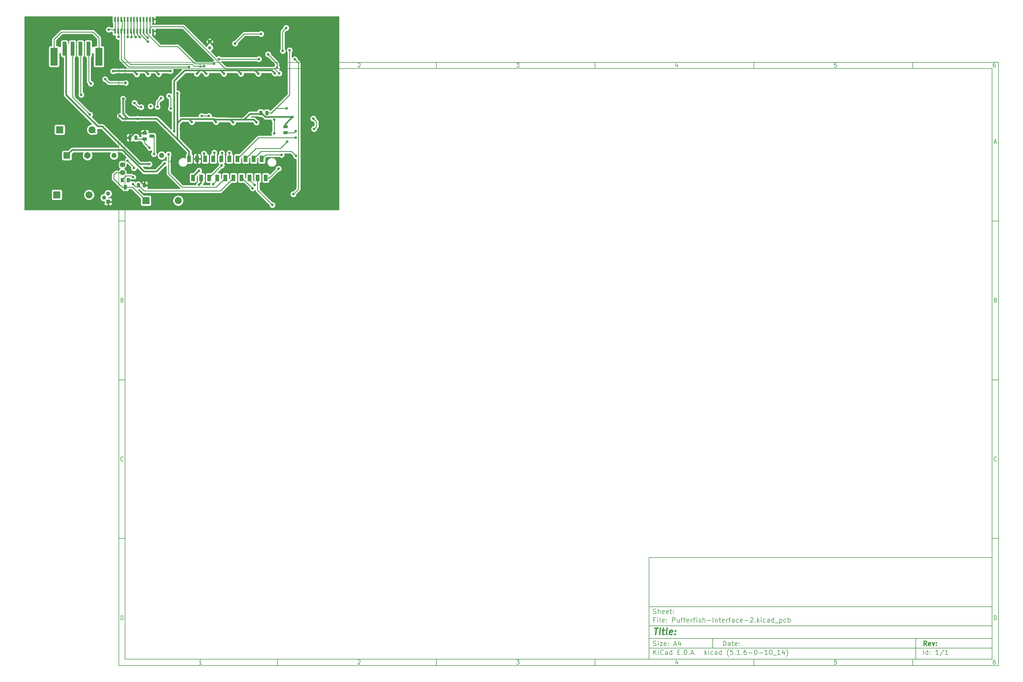
<source format=gbr>
G04 #@! TF.GenerationSoftware,KiCad,Pcbnew,(5.1.6-0-10_14)*
G04 #@! TF.CreationDate,2020-09-30T23:02:33-04:00*
G04 #@! TF.ProjectId,Pufferfish-Interface-2,50756666-6572-4666-9973-682d496e7465,rev?*
G04 #@! TF.SameCoordinates,Original*
G04 #@! TF.FileFunction,Copper,L2,Bot*
G04 #@! TF.FilePolarity,Positive*
%FSLAX46Y46*%
G04 Gerber Fmt 4.6, Leading zero omitted, Abs format (unit mm)*
G04 Created by KiCad (PCBNEW (5.1.6-0-10_14)) date 2020-09-30 23:02:33*
%MOMM*%
%LPD*%
G01*
G04 APERTURE LIST*
%ADD10C,0.100000*%
%ADD11C,0.150000*%
%ADD12C,0.300000*%
%ADD13C,0.400000*%
G04 #@! TA.AperFunction,SMDPad,CuDef*
%ADD14R,2.209800X5.588000*%
G04 #@! TD*
G04 #@! TA.AperFunction,SMDPad,CuDef*
%ADD15R,1.193800X4.394200*%
G04 #@! TD*
G04 #@! TA.AperFunction,SMDPad,CuDef*
%ADD16R,0.600000X1.650000*%
G04 #@! TD*
G04 #@! TA.AperFunction,SMDPad,CuDef*
%ADD17R,1.193800X2.006600*%
G04 #@! TD*
G04 #@! TA.AperFunction,ComponentPad*
%ADD18C,1.600000*%
G04 #@! TD*
G04 #@! TA.AperFunction,ComponentPad*
%ADD19C,6.350000*%
G04 #@! TD*
G04 #@! TA.AperFunction,ComponentPad*
%ADD20O,2.200000X2.200000*%
G04 #@! TD*
G04 #@! TA.AperFunction,ComponentPad*
%ADD21R,2.200000X2.200000*%
G04 #@! TD*
G04 #@! TA.AperFunction,ComponentPad*
%ADD22R,2.000000X2.000000*%
G04 #@! TD*
G04 #@! TA.AperFunction,ComponentPad*
%ADD23C,2.000000*%
G04 #@! TD*
G04 #@! TA.AperFunction,ComponentPad*
%ADD24C,1.010000*%
G04 #@! TD*
G04 #@! TA.AperFunction,ComponentPad*
%ADD25R,1.300000X1.300000*%
G04 #@! TD*
G04 #@! TA.AperFunction,ComponentPad*
%ADD26C,1.300000*%
G04 #@! TD*
G04 #@! TA.AperFunction,SMDPad,CuDef*
%ADD27R,1.400000X1.000000*%
G04 #@! TD*
G04 #@! TA.AperFunction,SMDPad,CuDef*
%ADD28R,1.000000X1.400000*%
G04 #@! TD*
G04 #@! TA.AperFunction,ViaPad*
%ADD29C,0.800000*%
G04 #@! TD*
G04 #@! TA.AperFunction,Conductor*
%ADD30C,0.250000*%
G04 #@! TD*
G04 #@! TA.AperFunction,Conductor*
%ADD31C,0.508000*%
G04 #@! TD*
G04 #@! TA.AperFunction,Conductor*
%ADD32C,0.254000*%
G04 #@! TD*
G04 APERTURE END LIST*
D10*
D11*
X177002200Y-166007200D02*
X177002200Y-198007200D01*
X285002200Y-198007200D01*
X285002200Y-166007200D01*
X177002200Y-166007200D01*
D10*
D11*
X10000000Y-10000000D02*
X10000000Y-200007200D01*
X287002200Y-200007200D01*
X287002200Y-10000000D01*
X10000000Y-10000000D01*
D10*
D11*
X12000000Y-12000000D02*
X12000000Y-198007200D01*
X285002200Y-198007200D01*
X285002200Y-12000000D01*
X12000000Y-12000000D01*
D10*
D11*
X60000000Y-12000000D02*
X60000000Y-10000000D01*
D10*
D11*
X110000000Y-12000000D02*
X110000000Y-10000000D01*
D10*
D11*
X160000000Y-12000000D02*
X160000000Y-10000000D01*
D10*
D11*
X210000000Y-12000000D02*
X210000000Y-10000000D01*
D10*
D11*
X260000000Y-12000000D02*
X260000000Y-10000000D01*
D10*
D11*
X36065476Y-11588095D02*
X35322619Y-11588095D01*
X35694047Y-11588095D02*
X35694047Y-10288095D01*
X35570238Y-10473809D01*
X35446428Y-10597619D01*
X35322619Y-10659523D01*
D10*
D11*
X85322619Y-10411904D02*
X85384523Y-10350000D01*
X85508333Y-10288095D01*
X85817857Y-10288095D01*
X85941666Y-10350000D01*
X86003571Y-10411904D01*
X86065476Y-10535714D01*
X86065476Y-10659523D01*
X86003571Y-10845238D01*
X85260714Y-11588095D01*
X86065476Y-11588095D01*
D10*
D11*
X135260714Y-10288095D02*
X136065476Y-10288095D01*
X135632142Y-10783333D01*
X135817857Y-10783333D01*
X135941666Y-10845238D01*
X136003571Y-10907142D01*
X136065476Y-11030952D01*
X136065476Y-11340476D01*
X136003571Y-11464285D01*
X135941666Y-11526190D01*
X135817857Y-11588095D01*
X135446428Y-11588095D01*
X135322619Y-11526190D01*
X135260714Y-11464285D01*
D10*
D11*
X185941666Y-10721428D02*
X185941666Y-11588095D01*
X185632142Y-10226190D02*
X185322619Y-11154761D01*
X186127380Y-11154761D01*
D10*
D11*
X236003571Y-10288095D02*
X235384523Y-10288095D01*
X235322619Y-10907142D01*
X235384523Y-10845238D01*
X235508333Y-10783333D01*
X235817857Y-10783333D01*
X235941666Y-10845238D01*
X236003571Y-10907142D01*
X236065476Y-11030952D01*
X236065476Y-11340476D01*
X236003571Y-11464285D01*
X235941666Y-11526190D01*
X235817857Y-11588095D01*
X235508333Y-11588095D01*
X235384523Y-11526190D01*
X235322619Y-11464285D01*
D10*
D11*
X285941666Y-10288095D02*
X285694047Y-10288095D01*
X285570238Y-10350000D01*
X285508333Y-10411904D01*
X285384523Y-10597619D01*
X285322619Y-10845238D01*
X285322619Y-11340476D01*
X285384523Y-11464285D01*
X285446428Y-11526190D01*
X285570238Y-11588095D01*
X285817857Y-11588095D01*
X285941666Y-11526190D01*
X286003571Y-11464285D01*
X286065476Y-11340476D01*
X286065476Y-11030952D01*
X286003571Y-10907142D01*
X285941666Y-10845238D01*
X285817857Y-10783333D01*
X285570238Y-10783333D01*
X285446428Y-10845238D01*
X285384523Y-10907142D01*
X285322619Y-11030952D01*
D10*
D11*
X60000000Y-198007200D02*
X60000000Y-200007200D01*
D10*
D11*
X110000000Y-198007200D02*
X110000000Y-200007200D01*
D10*
D11*
X160000000Y-198007200D02*
X160000000Y-200007200D01*
D10*
D11*
X210000000Y-198007200D02*
X210000000Y-200007200D01*
D10*
D11*
X260000000Y-198007200D02*
X260000000Y-200007200D01*
D10*
D11*
X36065476Y-199595295D02*
X35322619Y-199595295D01*
X35694047Y-199595295D02*
X35694047Y-198295295D01*
X35570238Y-198481009D01*
X35446428Y-198604819D01*
X35322619Y-198666723D01*
D10*
D11*
X85322619Y-198419104D02*
X85384523Y-198357200D01*
X85508333Y-198295295D01*
X85817857Y-198295295D01*
X85941666Y-198357200D01*
X86003571Y-198419104D01*
X86065476Y-198542914D01*
X86065476Y-198666723D01*
X86003571Y-198852438D01*
X85260714Y-199595295D01*
X86065476Y-199595295D01*
D10*
D11*
X135260714Y-198295295D02*
X136065476Y-198295295D01*
X135632142Y-198790533D01*
X135817857Y-198790533D01*
X135941666Y-198852438D01*
X136003571Y-198914342D01*
X136065476Y-199038152D01*
X136065476Y-199347676D01*
X136003571Y-199471485D01*
X135941666Y-199533390D01*
X135817857Y-199595295D01*
X135446428Y-199595295D01*
X135322619Y-199533390D01*
X135260714Y-199471485D01*
D10*
D11*
X185941666Y-198728628D02*
X185941666Y-199595295D01*
X185632142Y-198233390D02*
X185322619Y-199161961D01*
X186127380Y-199161961D01*
D10*
D11*
X236003571Y-198295295D02*
X235384523Y-198295295D01*
X235322619Y-198914342D01*
X235384523Y-198852438D01*
X235508333Y-198790533D01*
X235817857Y-198790533D01*
X235941666Y-198852438D01*
X236003571Y-198914342D01*
X236065476Y-199038152D01*
X236065476Y-199347676D01*
X236003571Y-199471485D01*
X235941666Y-199533390D01*
X235817857Y-199595295D01*
X235508333Y-199595295D01*
X235384523Y-199533390D01*
X235322619Y-199471485D01*
D10*
D11*
X285941666Y-198295295D02*
X285694047Y-198295295D01*
X285570238Y-198357200D01*
X285508333Y-198419104D01*
X285384523Y-198604819D01*
X285322619Y-198852438D01*
X285322619Y-199347676D01*
X285384523Y-199471485D01*
X285446428Y-199533390D01*
X285570238Y-199595295D01*
X285817857Y-199595295D01*
X285941666Y-199533390D01*
X286003571Y-199471485D01*
X286065476Y-199347676D01*
X286065476Y-199038152D01*
X286003571Y-198914342D01*
X285941666Y-198852438D01*
X285817857Y-198790533D01*
X285570238Y-198790533D01*
X285446428Y-198852438D01*
X285384523Y-198914342D01*
X285322619Y-199038152D01*
D10*
D11*
X10000000Y-60000000D02*
X12000000Y-60000000D01*
D10*
D11*
X10000000Y-110000000D02*
X12000000Y-110000000D01*
D10*
D11*
X10000000Y-160000000D02*
X12000000Y-160000000D01*
D10*
D11*
X10690476Y-35216666D02*
X11309523Y-35216666D01*
X10566666Y-35588095D02*
X11000000Y-34288095D01*
X11433333Y-35588095D01*
D10*
D11*
X11092857Y-84907142D02*
X11278571Y-84969047D01*
X11340476Y-85030952D01*
X11402380Y-85154761D01*
X11402380Y-85340476D01*
X11340476Y-85464285D01*
X11278571Y-85526190D01*
X11154761Y-85588095D01*
X10659523Y-85588095D01*
X10659523Y-84288095D01*
X11092857Y-84288095D01*
X11216666Y-84350000D01*
X11278571Y-84411904D01*
X11340476Y-84535714D01*
X11340476Y-84659523D01*
X11278571Y-84783333D01*
X11216666Y-84845238D01*
X11092857Y-84907142D01*
X10659523Y-84907142D01*
D10*
D11*
X11402380Y-135464285D02*
X11340476Y-135526190D01*
X11154761Y-135588095D01*
X11030952Y-135588095D01*
X10845238Y-135526190D01*
X10721428Y-135402380D01*
X10659523Y-135278571D01*
X10597619Y-135030952D01*
X10597619Y-134845238D01*
X10659523Y-134597619D01*
X10721428Y-134473809D01*
X10845238Y-134350000D01*
X11030952Y-134288095D01*
X11154761Y-134288095D01*
X11340476Y-134350000D01*
X11402380Y-134411904D01*
D10*
D11*
X10659523Y-185588095D02*
X10659523Y-184288095D01*
X10969047Y-184288095D01*
X11154761Y-184350000D01*
X11278571Y-184473809D01*
X11340476Y-184597619D01*
X11402380Y-184845238D01*
X11402380Y-185030952D01*
X11340476Y-185278571D01*
X11278571Y-185402380D01*
X11154761Y-185526190D01*
X10969047Y-185588095D01*
X10659523Y-185588095D01*
D10*
D11*
X287002200Y-60000000D02*
X285002200Y-60000000D01*
D10*
D11*
X287002200Y-110000000D02*
X285002200Y-110000000D01*
D10*
D11*
X287002200Y-160000000D02*
X285002200Y-160000000D01*
D10*
D11*
X285692676Y-35216666D02*
X286311723Y-35216666D01*
X285568866Y-35588095D02*
X286002200Y-34288095D01*
X286435533Y-35588095D01*
D10*
D11*
X286095057Y-84907142D02*
X286280771Y-84969047D01*
X286342676Y-85030952D01*
X286404580Y-85154761D01*
X286404580Y-85340476D01*
X286342676Y-85464285D01*
X286280771Y-85526190D01*
X286156961Y-85588095D01*
X285661723Y-85588095D01*
X285661723Y-84288095D01*
X286095057Y-84288095D01*
X286218866Y-84350000D01*
X286280771Y-84411904D01*
X286342676Y-84535714D01*
X286342676Y-84659523D01*
X286280771Y-84783333D01*
X286218866Y-84845238D01*
X286095057Y-84907142D01*
X285661723Y-84907142D01*
D10*
D11*
X286404580Y-135464285D02*
X286342676Y-135526190D01*
X286156961Y-135588095D01*
X286033152Y-135588095D01*
X285847438Y-135526190D01*
X285723628Y-135402380D01*
X285661723Y-135278571D01*
X285599819Y-135030952D01*
X285599819Y-134845238D01*
X285661723Y-134597619D01*
X285723628Y-134473809D01*
X285847438Y-134350000D01*
X286033152Y-134288095D01*
X286156961Y-134288095D01*
X286342676Y-134350000D01*
X286404580Y-134411904D01*
D10*
D11*
X285661723Y-185588095D02*
X285661723Y-184288095D01*
X285971247Y-184288095D01*
X286156961Y-184350000D01*
X286280771Y-184473809D01*
X286342676Y-184597619D01*
X286404580Y-184845238D01*
X286404580Y-185030952D01*
X286342676Y-185278571D01*
X286280771Y-185402380D01*
X286156961Y-185526190D01*
X285971247Y-185588095D01*
X285661723Y-185588095D01*
D10*
D11*
X200434342Y-193785771D02*
X200434342Y-192285771D01*
X200791485Y-192285771D01*
X201005771Y-192357200D01*
X201148628Y-192500057D01*
X201220057Y-192642914D01*
X201291485Y-192928628D01*
X201291485Y-193142914D01*
X201220057Y-193428628D01*
X201148628Y-193571485D01*
X201005771Y-193714342D01*
X200791485Y-193785771D01*
X200434342Y-193785771D01*
X202577200Y-193785771D02*
X202577200Y-193000057D01*
X202505771Y-192857200D01*
X202362914Y-192785771D01*
X202077200Y-192785771D01*
X201934342Y-192857200D01*
X202577200Y-193714342D02*
X202434342Y-193785771D01*
X202077200Y-193785771D01*
X201934342Y-193714342D01*
X201862914Y-193571485D01*
X201862914Y-193428628D01*
X201934342Y-193285771D01*
X202077200Y-193214342D01*
X202434342Y-193214342D01*
X202577200Y-193142914D01*
X203077200Y-192785771D02*
X203648628Y-192785771D01*
X203291485Y-192285771D02*
X203291485Y-193571485D01*
X203362914Y-193714342D01*
X203505771Y-193785771D01*
X203648628Y-193785771D01*
X204720057Y-193714342D02*
X204577200Y-193785771D01*
X204291485Y-193785771D01*
X204148628Y-193714342D01*
X204077200Y-193571485D01*
X204077200Y-193000057D01*
X204148628Y-192857200D01*
X204291485Y-192785771D01*
X204577200Y-192785771D01*
X204720057Y-192857200D01*
X204791485Y-193000057D01*
X204791485Y-193142914D01*
X204077200Y-193285771D01*
X205434342Y-193642914D02*
X205505771Y-193714342D01*
X205434342Y-193785771D01*
X205362914Y-193714342D01*
X205434342Y-193642914D01*
X205434342Y-193785771D01*
X205434342Y-192857200D02*
X205505771Y-192928628D01*
X205434342Y-193000057D01*
X205362914Y-192928628D01*
X205434342Y-192857200D01*
X205434342Y-193000057D01*
D10*
D11*
X177002200Y-194507200D02*
X285002200Y-194507200D01*
D10*
D11*
X178434342Y-196585771D02*
X178434342Y-195085771D01*
X179291485Y-196585771D02*
X178648628Y-195728628D01*
X179291485Y-195085771D02*
X178434342Y-195942914D01*
X179934342Y-196585771D02*
X179934342Y-195585771D01*
X179934342Y-195085771D02*
X179862914Y-195157200D01*
X179934342Y-195228628D01*
X180005771Y-195157200D01*
X179934342Y-195085771D01*
X179934342Y-195228628D01*
X181505771Y-196442914D02*
X181434342Y-196514342D01*
X181220057Y-196585771D01*
X181077200Y-196585771D01*
X180862914Y-196514342D01*
X180720057Y-196371485D01*
X180648628Y-196228628D01*
X180577200Y-195942914D01*
X180577200Y-195728628D01*
X180648628Y-195442914D01*
X180720057Y-195300057D01*
X180862914Y-195157200D01*
X181077200Y-195085771D01*
X181220057Y-195085771D01*
X181434342Y-195157200D01*
X181505771Y-195228628D01*
X182791485Y-196585771D02*
X182791485Y-195800057D01*
X182720057Y-195657200D01*
X182577200Y-195585771D01*
X182291485Y-195585771D01*
X182148628Y-195657200D01*
X182791485Y-196514342D02*
X182648628Y-196585771D01*
X182291485Y-196585771D01*
X182148628Y-196514342D01*
X182077200Y-196371485D01*
X182077200Y-196228628D01*
X182148628Y-196085771D01*
X182291485Y-196014342D01*
X182648628Y-196014342D01*
X182791485Y-195942914D01*
X184148628Y-196585771D02*
X184148628Y-195085771D01*
X184148628Y-196514342D02*
X184005771Y-196585771D01*
X183720057Y-196585771D01*
X183577200Y-196514342D01*
X183505771Y-196442914D01*
X183434342Y-196300057D01*
X183434342Y-195871485D01*
X183505771Y-195728628D01*
X183577200Y-195657200D01*
X183720057Y-195585771D01*
X184005771Y-195585771D01*
X184148628Y-195657200D01*
X186005771Y-195800057D02*
X186505771Y-195800057D01*
X186720057Y-196585771D02*
X186005771Y-196585771D01*
X186005771Y-195085771D01*
X186720057Y-195085771D01*
X187362914Y-196442914D02*
X187434342Y-196514342D01*
X187362914Y-196585771D01*
X187291485Y-196514342D01*
X187362914Y-196442914D01*
X187362914Y-196585771D01*
X188077200Y-196585771D02*
X188077200Y-195085771D01*
X188434342Y-195085771D01*
X188648628Y-195157200D01*
X188791485Y-195300057D01*
X188862914Y-195442914D01*
X188934342Y-195728628D01*
X188934342Y-195942914D01*
X188862914Y-196228628D01*
X188791485Y-196371485D01*
X188648628Y-196514342D01*
X188434342Y-196585771D01*
X188077200Y-196585771D01*
X189577200Y-196442914D02*
X189648628Y-196514342D01*
X189577200Y-196585771D01*
X189505771Y-196514342D01*
X189577200Y-196442914D01*
X189577200Y-196585771D01*
X190220057Y-196157200D02*
X190934342Y-196157200D01*
X190077200Y-196585771D02*
X190577200Y-195085771D01*
X191077200Y-196585771D01*
X191577200Y-196442914D02*
X191648628Y-196514342D01*
X191577200Y-196585771D01*
X191505771Y-196514342D01*
X191577200Y-196442914D01*
X191577200Y-196585771D01*
X194577200Y-196585771D02*
X194577200Y-195085771D01*
X194720057Y-196014342D02*
X195148628Y-196585771D01*
X195148628Y-195585771D02*
X194577200Y-196157200D01*
X195791485Y-196585771D02*
X195791485Y-195585771D01*
X195791485Y-195085771D02*
X195720057Y-195157200D01*
X195791485Y-195228628D01*
X195862914Y-195157200D01*
X195791485Y-195085771D01*
X195791485Y-195228628D01*
X197148628Y-196514342D02*
X197005771Y-196585771D01*
X196720057Y-196585771D01*
X196577200Y-196514342D01*
X196505771Y-196442914D01*
X196434342Y-196300057D01*
X196434342Y-195871485D01*
X196505771Y-195728628D01*
X196577200Y-195657200D01*
X196720057Y-195585771D01*
X197005771Y-195585771D01*
X197148628Y-195657200D01*
X198434342Y-196585771D02*
X198434342Y-195800057D01*
X198362914Y-195657200D01*
X198220057Y-195585771D01*
X197934342Y-195585771D01*
X197791485Y-195657200D01*
X198434342Y-196514342D02*
X198291485Y-196585771D01*
X197934342Y-196585771D01*
X197791485Y-196514342D01*
X197720057Y-196371485D01*
X197720057Y-196228628D01*
X197791485Y-196085771D01*
X197934342Y-196014342D01*
X198291485Y-196014342D01*
X198434342Y-195942914D01*
X199791485Y-196585771D02*
X199791485Y-195085771D01*
X199791485Y-196514342D02*
X199648628Y-196585771D01*
X199362914Y-196585771D01*
X199220057Y-196514342D01*
X199148628Y-196442914D01*
X199077200Y-196300057D01*
X199077200Y-195871485D01*
X199148628Y-195728628D01*
X199220057Y-195657200D01*
X199362914Y-195585771D01*
X199648628Y-195585771D01*
X199791485Y-195657200D01*
X202077200Y-197157200D02*
X202005771Y-197085771D01*
X201862914Y-196871485D01*
X201791485Y-196728628D01*
X201720057Y-196514342D01*
X201648628Y-196157200D01*
X201648628Y-195871485D01*
X201720057Y-195514342D01*
X201791485Y-195300057D01*
X201862914Y-195157200D01*
X202005771Y-194942914D01*
X202077200Y-194871485D01*
X203362914Y-195085771D02*
X202648628Y-195085771D01*
X202577200Y-195800057D01*
X202648628Y-195728628D01*
X202791485Y-195657200D01*
X203148628Y-195657200D01*
X203291485Y-195728628D01*
X203362914Y-195800057D01*
X203434342Y-195942914D01*
X203434342Y-196300057D01*
X203362914Y-196442914D01*
X203291485Y-196514342D01*
X203148628Y-196585771D01*
X202791485Y-196585771D01*
X202648628Y-196514342D01*
X202577200Y-196442914D01*
X204077200Y-196442914D02*
X204148628Y-196514342D01*
X204077200Y-196585771D01*
X204005771Y-196514342D01*
X204077200Y-196442914D01*
X204077200Y-196585771D01*
X205577200Y-196585771D02*
X204720057Y-196585771D01*
X205148628Y-196585771D02*
X205148628Y-195085771D01*
X205005771Y-195300057D01*
X204862914Y-195442914D01*
X204720057Y-195514342D01*
X206220057Y-196442914D02*
X206291485Y-196514342D01*
X206220057Y-196585771D01*
X206148628Y-196514342D01*
X206220057Y-196442914D01*
X206220057Y-196585771D01*
X207577200Y-195085771D02*
X207291485Y-195085771D01*
X207148628Y-195157200D01*
X207077200Y-195228628D01*
X206934342Y-195442914D01*
X206862914Y-195728628D01*
X206862914Y-196300057D01*
X206934342Y-196442914D01*
X207005771Y-196514342D01*
X207148628Y-196585771D01*
X207434342Y-196585771D01*
X207577200Y-196514342D01*
X207648628Y-196442914D01*
X207720057Y-196300057D01*
X207720057Y-195942914D01*
X207648628Y-195800057D01*
X207577200Y-195728628D01*
X207434342Y-195657200D01*
X207148628Y-195657200D01*
X207005771Y-195728628D01*
X206934342Y-195800057D01*
X206862914Y-195942914D01*
X208362914Y-196014342D02*
X209505771Y-196014342D01*
X210505771Y-195085771D02*
X210648628Y-195085771D01*
X210791485Y-195157200D01*
X210862914Y-195228628D01*
X210934342Y-195371485D01*
X211005771Y-195657200D01*
X211005771Y-196014342D01*
X210934342Y-196300057D01*
X210862914Y-196442914D01*
X210791485Y-196514342D01*
X210648628Y-196585771D01*
X210505771Y-196585771D01*
X210362914Y-196514342D01*
X210291485Y-196442914D01*
X210220057Y-196300057D01*
X210148628Y-196014342D01*
X210148628Y-195657200D01*
X210220057Y-195371485D01*
X210291485Y-195228628D01*
X210362914Y-195157200D01*
X210505771Y-195085771D01*
X211648628Y-196014342D02*
X212791485Y-196014342D01*
X214291485Y-196585771D02*
X213434342Y-196585771D01*
X213862914Y-196585771D02*
X213862914Y-195085771D01*
X213720057Y-195300057D01*
X213577200Y-195442914D01*
X213434342Y-195514342D01*
X215220057Y-195085771D02*
X215362914Y-195085771D01*
X215505771Y-195157200D01*
X215577200Y-195228628D01*
X215648628Y-195371485D01*
X215720057Y-195657200D01*
X215720057Y-196014342D01*
X215648628Y-196300057D01*
X215577200Y-196442914D01*
X215505771Y-196514342D01*
X215362914Y-196585771D01*
X215220057Y-196585771D01*
X215077200Y-196514342D01*
X215005771Y-196442914D01*
X214934342Y-196300057D01*
X214862914Y-196014342D01*
X214862914Y-195657200D01*
X214934342Y-195371485D01*
X215005771Y-195228628D01*
X215077200Y-195157200D01*
X215220057Y-195085771D01*
X216005771Y-196728628D02*
X217148628Y-196728628D01*
X218291485Y-196585771D02*
X217434342Y-196585771D01*
X217862914Y-196585771D02*
X217862914Y-195085771D01*
X217720057Y-195300057D01*
X217577200Y-195442914D01*
X217434342Y-195514342D01*
X219577200Y-195585771D02*
X219577200Y-196585771D01*
X219220057Y-195014342D02*
X218862914Y-196085771D01*
X219791485Y-196085771D01*
X220220057Y-197157200D02*
X220291485Y-197085771D01*
X220434342Y-196871485D01*
X220505771Y-196728628D01*
X220577200Y-196514342D01*
X220648628Y-196157200D01*
X220648628Y-195871485D01*
X220577200Y-195514342D01*
X220505771Y-195300057D01*
X220434342Y-195157200D01*
X220291485Y-194942914D01*
X220220057Y-194871485D01*
D10*
D11*
X177002200Y-191507200D02*
X285002200Y-191507200D01*
D10*
D12*
X264411485Y-193785771D02*
X263911485Y-193071485D01*
X263554342Y-193785771D02*
X263554342Y-192285771D01*
X264125771Y-192285771D01*
X264268628Y-192357200D01*
X264340057Y-192428628D01*
X264411485Y-192571485D01*
X264411485Y-192785771D01*
X264340057Y-192928628D01*
X264268628Y-193000057D01*
X264125771Y-193071485D01*
X263554342Y-193071485D01*
X265625771Y-193714342D02*
X265482914Y-193785771D01*
X265197200Y-193785771D01*
X265054342Y-193714342D01*
X264982914Y-193571485D01*
X264982914Y-193000057D01*
X265054342Y-192857200D01*
X265197200Y-192785771D01*
X265482914Y-192785771D01*
X265625771Y-192857200D01*
X265697200Y-193000057D01*
X265697200Y-193142914D01*
X264982914Y-193285771D01*
X266197200Y-192785771D02*
X266554342Y-193785771D01*
X266911485Y-192785771D01*
X267482914Y-193642914D02*
X267554342Y-193714342D01*
X267482914Y-193785771D01*
X267411485Y-193714342D01*
X267482914Y-193642914D01*
X267482914Y-193785771D01*
X267482914Y-192857200D02*
X267554342Y-192928628D01*
X267482914Y-193000057D01*
X267411485Y-192928628D01*
X267482914Y-192857200D01*
X267482914Y-193000057D01*
D10*
D11*
X178362914Y-193714342D02*
X178577200Y-193785771D01*
X178934342Y-193785771D01*
X179077200Y-193714342D01*
X179148628Y-193642914D01*
X179220057Y-193500057D01*
X179220057Y-193357200D01*
X179148628Y-193214342D01*
X179077200Y-193142914D01*
X178934342Y-193071485D01*
X178648628Y-193000057D01*
X178505771Y-192928628D01*
X178434342Y-192857200D01*
X178362914Y-192714342D01*
X178362914Y-192571485D01*
X178434342Y-192428628D01*
X178505771Y-192357200D01*
X178648628Y-192285771D01*
X179005771Y-192285771D01*
X179220057Y-192357200D01*
X179862914Y-193785771D02*
X179862914Y-192785771D01*
X179862914Y-192285771D02*
X179791485Y-192357200D01*
X179862914Y-192428628D01*
X179934342Y-192357200D01*
X179862914Y-192285771D01*
X179862914Y-192428628D01*
X180434342Y-192785771D02*
X181220057Y-192785771D01*
X180434342Y-193785771D01*
X181220057Y-193785771D01*
X182362914Y-193714342D02*
X182220057Y-193785771D01*
X181934342Y-193785771D01*
X181791485Y-193714342D01*
X181720057Y-193571485D01*
X181720057Y-193000057D01*
X181791485Y-192857200D01*
X181934342Y-192785771D01*
X182220057Y-192785771D01*
X182362914Y-192857200D01*
X182434342Y-193000057D01*
X182434342Y-193142914D01*
X181720057Y-193285771D01*
X183077200Y-193642914D02*
X183148628Y-193714342D01*
X183077200Y-193785771D01*
X183005771Y-193714342D01*
X183077200Y-193642914D01*
X183077200Y-193785771D01*
X183077200Y-192857200D02*
X183148628Y-192928628D01*
X183077200Y-193000057D01*
X183005771Y-192928628D01*
X183077200Y-192857200D01*
X183077200Y-193000057D01*
X184862914Y-193357200D02*
X185577200Y-193357200D01*
X184720057Y-193785771D02*
X185220057Y-192285771D01*
X185720057Y-193785771D01*
X186862914Y-192785771D02*
X186862914Y-193785771D01*
X186505771Y-192214342D02*
X186148628Y-193285771D01*
X187077200Y-193285771D01*
D10*
D11*
X263434342Y-196585771D02*
X263434342Y-195085771D01*
X264791485Y-196585771D02*
X264791485Y-195085771D01*
X264791485Y-196514342D02*
X264648628Y-196585771D01*
X264362914Y-196585771D01*
X264220057Y-196514342D01*
X264148628Y-196442914D01*
X264077200Y-196300057D01*
X264077200Y-195871485D01*
X264148628Y-195728628D01*
X264220057Y-195657200D01*
X264362914Y-195585771D01*
X264648628Y-195585771D01*
X264791485Y-195657200D01*
X265505771Y-196442914D02*
X265577200Y-196514342D01*
X265505771Y-196585771D01*
X265434342Y-196514342D01*
X265505771Y-196442914D01*
X265505771Y-196585771D01*
X265505771Y-195657200D02*
X265577200Y-195728628D01*
X265505771Y-195800057D01*
X265434342Y-195728628D01*
X265505771Y-195657200D01*
X265505771Y-195800057D01*
X268148628Y-196585771D02*
X267291485Y-196585771D01*
X267720057Y-196585771D02*
X267720057Y-195085771D01*
X267577200Y-195300057D01*
X267434342Y-195442914D01*
X267291485Y-195514342D01*
X269862914Y-195014342D02*
X268577200Y-196942914D01*
X271148628Y-196585771D02*
X270291485Y-196585771D01*
X270720057Y-196585771D02*
X270720057Y-195085771D01*
X270577200Y-195300057D01*
X270434342Y-195442914D01*
X270291485Y-195514342D01*
D10*
D11*
X177002200Y-187507200D02*
X285002200Y-187507200D01*
D10*
D13*
X178714580Y-188211961D02*
X179857438Y-188211961D01*
X179036009Y-190211961D02*
X179286009Y-188211961D01*
X180274104Y-190211961D02*
X180440771Y-188878628D01*
X180524104Y-188211961D02*
X180416961Y-188307200D01*
X180500295Y-188402438D01*
X180607438Y-188307200D01*
X180524104Y-188211961D01*
X180500295Y-188402438D01*
X181107438Y-188878628D02*
X181869342Y-188878628D01*
X181476485Y-188211961D02*
X181262200Y-189926247D01*
X181333628Y-190116723D01*
X181512200Y-190211961D01*
X181702676Y-190211961D01*
X182655057Y-190211961D02*
X182476485Y-190116723D01*
X182405057Y-189926247D01*
X182619342Y-188211961D01*
X184190771Y-190116723D02*
X183988390Y-190211961D01*
X183607438Y-190211961D01*
X183428866Y-190116723D01*
X183357438Y-189926247D01*
X183452676Y-189164342D01*
X183571723Y-188973866D01*
X183774104Y-188878628D01*
X184155057Y-188878628D01*
X184333628Y-188973866D01*
X184405057Y-189164342D01*
X184381247Y-189354819D01*
X183405057Y-189545295D01*
X185155057Y-190021485D02*
X185238390Y-190116723D01*
X185131247Y-190211961D01*
X185047914Y-190116723D01*
X185155057Y-190021485D01*
X185131247Y-190211961D01*
X185286009Y-188973866D02*
X185369342Y-189069104D01*
X185262200Y-189164342D01*
X185178866Y-189069104D01*
X185286009Y-188973866D01*
X185262200Y-189164342D01*
D10*
D11*
X178934342Y-185600057D02*
X178434342Y-185600057D01*
X178434342Y-186385771D02*
X178434342Y-184885771D01*
X179148628Y-184885771D01*
X179720057Y-186385771D02*
X179720057Y-185385771D01*
X179720057Y-184885771D02*
X179648628Y-184957200D01*
X179720057Y-185028628D01*
X179791485Y-184957200D01*
X179720057Y-184885771D01*
X179720057Y-185028628D01*
X180648628Y-186385771D02*
X180505771Y-186314342D01*
X180434342Y-186171485D01*
X180434342Y-184885771D01*
X181791485Y-186314342D02*
X181648628Y-186385771D01*
X181362914Y-186385771D01*
X181220057Y-186314342D01*
X181148628Y-186171485D01*
X181148628Y-185600057D01*
X181220057Y-185457200D01*
X181362914Y-185385771D01*
X181648628Y-185385771D01*
X181791485Y-185457200D01*
X181862914Y-185600057D01*
X181862914Y-185742914D01*
X181148628Y-185885771D01*
X182505771Y-186242914D02*
X182577200Y-186314342D01*
X182505771Y-186385771D01*
X182434342Y-186314342D01*
X182505771Y-186242914D01*
X182505771Y-186385771D01*
X182505771Y-185457200D02*
X182577200Y-185528628D01*
X182505771Y-185600057D01*
X182434342Y-185528628D01*
X182505771Y-185457200D01*
X182505771Y-185600057D01*
X184362914Y-186385771D02*
X184362914Y-184885771D01*
X184934342Y-184885771D01*
X185077200Y-184957200D01*
X185148628Y-185028628D01*
X185220057Y-185171485D01*
X185220057Y-185385771D01*
X185148628Y-185528628D01*
X185077200Y-185600057D01*
X184934342Y-185671485D01*
X184362914Y-185671485D01*
X186505771Y-185385771D02*
X186505771Y-186385771D01*
X185862914Y-185385771D02*
X185862914Y-186171485D01*
X185934342Y-186314342D01*
X186077200Y-186385771D01*
X186291485Y-186385771D01*
X186434342Y-186314342D01*
X186505771Y-186242914D01*
X187005771Y-185385771D02*
X187577200Y-185385771D01*
X187220057Y-186385771D02*
X187220057Y-185100057D01*
X187291485Y-184957200D01*
X187434342Y-184885771D01*
X187577200Y-184885771D01*
X187862914Y-185385771D02*
X188434342Y-185385771D01*
X188077200Y-186385771D02*
X188077200Y-185100057D01*
X188148628Y-184957200D01*
X188291485Y-184885771D01*
X188434342Y-184885771D01*
X189505771Y-186314342D02*
X189362914Y-186385771D01*
X189077200Y-186385771D01*
X188934342Y-186314342D01*
X188862914Y-186171485D01*
X188862914Y-185600057D01*
X188934342Y-185457200D01*
X189077200Y-185385771D01*
X189362914Y-185385771D01*
X189505771Y-185457200D01*
X189577200Y-185600057D01*
X189577200Y-185742914D01*
X188862914Y-185885771D01*
X190220057Y-186385771D02*
X190220057Y-185385771D01*
X190220057Y-185671485D02*
X190291485Y-185528628D01*
X190362914Y-185457200D01*
X190505771Y-185385771D01*
X190648628Y-185385771D01*
X190934342Y-185385771D02*
X191505771Y-185385771D01*
X191148628Y-186385771D02*
X191148628Y-185100057D01*
X191220057Y-184957200D01*
X191362914Y-184885771D01*
X191505771Y-184885771D01*
X192005771Y-186385771D02*
X192005771Y-185385771D01*
X192005771Y-184885771D02*
X191934342Y-184957200D01*
X192005771Y-185028628D01*
X192077200Y-184957200D01*
X192005771Y-184885771D01*
X192005771Y-185028628D01*
X192648628Y-186314342D02*
X192791485Y-186385771D01*
X193077200Y-186385771D01*
X193220057Y-186314342D01*
X193291485Y-186171485D01*
X193291485Y-186100057D01*
X193220057Y-185957200D01*
X193077200Y-185885771D01*
X192862914Y-185885771D01*
X192720057Y-185814342D01*
X192648628Y-185671485D01*
X192648628Y-185600057D01*
X192720057Y-185457200D01*
X192862914Y-185385771D01*
X193077200Y-185385771D01*
X193220057Y-185457200D01*
X193934342Y-186385771D02*
X193934342Y-184885771D01*
X194577200Y-186385771D02*
X194577200Y-185600057D01*
X194505771Y-185457200D01*
X194362914Y-185385771D01*
X194148628Y-185385771D01*
X194005771Y-185457200D01*
X193934342Y-185528628D01*
X195291485Y-185814342D02*
X196434342Y-185814342D01*
X197148628Y-186385771D02*
X197148628Y-184885771D01*
X197862914Y-185385771D02*
X197862914Y-186385771D01*
X197862914Y-185528628D02*
X197934342Y-185457200D01*
X198077200Y-185385771D01*
X198291485Y-185385771D01*
X198434342Y-185457200D01*
X198505771Y-185600057D01*
X198505771Y-186385771D01*
X199005771Y-185385771D02*
X199577200Y-185385771D01*
X199220057Y-184885771D02*
X199220057Y-186171485D01*
X199291485Y-186314342D01*
X199434342Y-186385771D01*
X199577200Y-186385771D01*
X200648628Y-186314342D02*
X200505771Y-186385771D01*
X200220057Y-186385771D01*
X200077200Y-186314342D01*
X200005771Y-186171485D01*
X200005771Y-185600057D01*
X200077200Y-185457200D01*
X200220057Y-185385771D01*
X200505771Y-185385771D01*
X200648628Y-185457200D01*
X200720057Y-185600057D01*
X200720057Y-185742914D01*
X200005771Y-185885771D01*
X201362914Y-186385771D02*
X201362914Y-185385771D01*
X201362914Y-185671485D02*
X201434342Y-185528628D01*
X201505771Y-185457200D01*
X201648628Y-185385771D01*
X201791485Y-185385771D01*
X202077200Y-185385771D02*
X202648628Y-185385771D01*
X202291485Y-186385771D02*
X202291485Y-185100057D01*
X202362914Y-184957200D01*
X202505771Y-184885771D01*
X202648628Y-184885771D01*
X203791485Y-186385771D02*
X203791485Y-185600057D01*
X203720057Y-185457200D01*
X203577200Y-185385771D01*
X203291485Y-185385771D01*
X203148628Y-185457200D01*
X203791485Y-186314342D02*
X203648628Y-186385771D01*
X203291485Y-186385771D01*
X203148628Y-186314342D01*
X203077200Y-186171485D01*
X203077200Y-186028628D01*
X203148628Y-185885771D01*
X203291485Y-185814342D01*
X203648628Y-185814342D01*
X203791485Y-185742914D01*
X205148628Y-186314342D02*
X205005771Y-186385771D01*
X204720057Y-186385771D01*
X204577200Y-186314342D01*
X204505771Y-186242914D01*
X204434342Y-186100057D01*
X204434342Y-185671485D01*
X204505771Y-185528628D01*
X204577200Y-185457200D01*
X204720057Y-185385771D01*
X205005771Y-185385771D01*
X205148628Y-185457200D01*
X206362914Y-186314342D02*
X206220057Y-186385771D01*
X205934342Y-186385771D01*
X205791485Y-186314342D01*
X205720057Y-186171485D01*
X205720057Y-185600057D01*
X205791485Y-185457200D01*
X205934342Y-185385771D01*
X206220057Y-185385771D01*
X206362914Y-185457200D01*
X206434342Y-185600057D01*
X206434342Y-185742914D01*
X205720057Y-185885771D01*
X207077200Y-185814342D02*
X208220057Y-185814342D01*
X208862914Y-185028628D02*
X208934342Y-184957200D01*
X209077200Y-184885771D01*
X209434342Y-184885771D01*
X209577200Y-184957200D01*
X209648628Y-185028628D01*
X209720057Y-185171485D01*
X209720057Y-185314342D01*
X209648628Y-185528628D01*
X208791485Y-186385771D01*
X209720057Y-186385771D01*
X210362914Y-186242914D02*
X210434342Y-186314342D01*
X210362914Y-186385771D01*
X210291485Y-186314342D01*
X210362914Y-186242914D01*
X210362914Y-186385771D01*
X211077200Y-186385771D02*
X211077200Y-184885771D01*
X211220057Y-185814342D02*
X211648628Y-186385771D01*
X211648628Y-185385771D02*
X211077200Y-185957200D01*
X212291485Y-186385771D02*
X212291485Y-185385771D01*
X212291485Y-184885771D02*
X212220057Y-184957200D01*
X212291485Y-185028628D01*
X212362914Y-184957200D01*
X212291485Y-184885771D01*
X212291485Y-185028628D01*
X213648628Y-186314342D02*
X213505771Y-186385771D01*
X213220057Y-186385771D01*
X213077200Y-186314342D01*
X213005771Y-186242914D01*
X212934342Y-186100057D01*
X212934342Y-185671485D01*
X213005771Y-185528628D01*
X213077200Y-185457200D01*
X213220057Y-185385771D01*
X213505771Y-185385771D01*
X213648628Y-185457200D01*
X214934342Y-186385771D02*
X214934342Y-185600057D01*
X214862914Y-185457200D01*
X214720057Y-185385771D01*
X214434342Y-185385771D01*
X214291485Y-185457200D01*
X214934342Y-186314342D02*
X214791485Y-186385771D01*
X214434342Y-186385771D01*
X214291485Y-186314342D01*
X214220057Y-186171485D01*
X214220057Y-186028628D01*
X214291485Y-185885771D01*
X214434342Y-185814342D01*
X214791485Y-185814342D01*
X214934342Y-185742914D01*
X216291485Y-186385771D02*
X216291485Y-184885771D01*
X216291485Y-186314342D02*
X216148628Y-186385771D01*
X215862914Y-186385771D01*
X215720057Y-186314342D01*
X215648628Y-186242914D01*
X215577200Y-186100057D01*
X215577200Y-185671485D01*
X215648628Y-185528628D01*
X215720057Y-185457200D01*
X215862914Y-185385771D01*
X216148628Y-185385771D01*
X216291485Y-185457200D01*
X216648628Y-186528628D02*
X217791485Y-186528628D01*
X218148628Y-185385771D02*
X218148628Y-186885771D01*
X218148628Y-185457200D02*
X218291485Y-185385771D01*
X218577200Y-185385771D01*
X218720057Y-185457200D01*
X218791485Y-185528628D01*
X218862914Y-185671485D01*
X218862914Y-186100057D01*
X218791485Y-186242914D01*
X218720057Y-186314342D01*
X218577200Y-186385771D01*
X218291485Y-186385771D01*
X218148628Y-186314342D01*
X220148628Y-186314342D02*
X220005771Y-186385771D01*
X219720057Y-186385771D01*
X219577200Y-186314342D01*
X219505771Y-186242914D01*
X219434342Y-186100057D01*
X219434342Y-185671485D01*
X219505771Y-185528628D01*
X219577200Y-185457200D01*
X219720057Y-185385771D01*
X220005771Y-185385771D01*
X220148628Y-185457200D01*
X220791485Y-186385771D02*
X220791485Y-184885771D01*
X220791485Y-185457200D02*
X220934342Y-185385771D01*
X221220057Y-185385771D01*
X221362914Y-185457200D01*
X221434342Y-185528628D01*
X221505771Y-185671485D01*
X221505771Y-186100057D01*
X221434342Y-186242914D01*
X221362914Y-186314342D01*
X221220057Y-186385771D01*
X220934342Y-186385771D01*
X220791485Y-186314342D01*
D10*
D11*
X177002200Y-181507200D02*
X285002200Y-181507200D01*
D10*
D11*
X178362914Y-183614342D02*
X178577200Y-183685771D01*
X178934342Y-183685771D01*
X179077200Y-183614342D01*
X179148628Y-183542914D01*
X179220057Y-183400057D01*
X179220057Y-183257200D01*
X179148628Y-183114342D01*
X179077200Y-183042914D01*
X178934342Y-182971485D01*
X178648628Y-182900057D01*
X178505771Y-182828628D01*
X178434342Y-182757200D01*
X178362914Y-182614342D01*
X178362914Y-182471485D01*
X178434342Y-182328628D01*
X178505771Y-182257200D01*
X178648628Y-182185771D01*
X179005771Y-182185771D01*
X179220057Y-182257200D01*
X179862914Y-183685771D02*
X179862914Y-182185771D01*
X180505771Y-183685771D02*
X180505771Y-182900057D01*
X180434342Y-182757200D01*
X180291485Y-182685771D01*
X180077200Y-182685771D01*
X179934342Y-182757200D01*
X179862914Y-182828628D01*
X181791485Y-183614342D02*
X181648628Y-183685771D01*
X181362914Y-183685771D01*
X181220057Y-183614342D01*
X181148628Y-183471485D01*
X181148628Y-182900057D01*
X181220057Y-182757200D01*
X181362914Y-182685771D01*
X181648628Y-182685771D01*
X181791485Y-182757200D01*
X181862914Y-182900057D01*
X181862914Y-183042914D01*
X181148628Y-183185771D01*
X183077200Y-183614342D02*
X182934342Y-183685771D01*
X182648628Y-183685771D01*
X182505771Y-183614342D01*
X182434342Y-183471485D01*
X182434342Y-182900057D01*
X182505771Y-182757200D01*
X182648628Y-182685771D01*
X182934342Y-182685771D01*
X183077200Y-182757200D01*
X183148628Y-182900057D01*
X183148628Y-183042914D01*
X182434342Y-183185771D01*
X183577200Y-182685771D02*
X184148628Y-182685771D01*
X183791485Y-182185771D02*
X183791485Y-183471485D01*
X183862914Y-183614342D01*
X184005771Y-183685771D01*
X184148628Y-183685771D01*
X184648628Y-183542914D02*
X184720057Y-183614342D01*
X184648628Y-183685771D01*
X184577200Y-183614342D01*
X184648628Y-183542914D01*
X184648628Y-183685771D01*
X184648628Y-182757200D02*
X184720057Y-182828628D01*
X184648628Y-182900057D01*
X184577200Y-182828628D01*
X184648628Y-182757200D01*
X184648628Y-182900057D01*
D10*
D11*
X197002200Y-191507200D02*
X197002200Y-194507200D01*
D10*
D11*
X261002200Y-191507200D02*
X261002200Y-198007200D01*
D14*
X3712440Y-8226552D03*
X-10387560Y-8226552D03*
D15*
X412440Y-5724652D03*
X-2087560Y-5724652D03*
X-4587560Y-5724652D03*
X-7087560Y-5724652D03*
D16*
X8795000Y-209640D03*
X14795000Y-209640D03*
X10795000Y-209640D03*
X18795000Y-209640D03*
X16795000Y-209640D03*
X12795000Y-209640D03*
X11795000Y-209640D03*
X19795000Y-209640D03*
X20795000Y-209640D03*
X13795000Y-209640D03*
X17795000Y-209640D03*
X15795000Y-209640D03*
X9795000Y-209640D03*
X8795000Y3515360D03*
X9795000Y3515360D03*
X13795000Y3515360D03*
X11795000Y3515360D03*
X12795000Y3515360D03*
X10795000Y3515360D03*
X20795000Y3515360D03*
X19795000Y3515360D03*
X18795000Y3515360D03*
X17795000Y3515360D03*
X16795000Y3515360D03*
X15795000Y3515360D03*
X14795000Y3515360D03*
D17*
X56276240Y-46408340D03*
X55006240Y-40413940D03*
X53736240Y-46408340D03*
X52466240Y-40413940D03*
X51196240Y-46408340D03*
X49926240Y-40413940D03*
X48656240Y-46408340D03*
X47386240Y-40413940D03*
X46116240Y-46408340D03*
X44846240Y-40413940D03*
X43576240Y-46408340D03*
X42306240Y-40413940D03*
X41036240Y-46408340D03*
X39766240Y-40413940D03*
X38496240Y-46408340D03*
X37226240Y-40413940D03*
X35956240Y-46408340D03*
X34686240Y-40413940D03*
X33416240Y-46408340D03*
X32146240Y-40413940D03*
D18*
X11102000Y-44770000D03*
X11102000Y-42270000D03*
X8502000Y-39370000D03*
X23502000Y-39370000D03*
G04 #@! TA.AperFunction,SMDPad,CuDef*
G36*
G01*
X62043750Y-31700000D02*
X62956250Y-31700000D01*
G75*
G02*
X63200000Y-31943750I0J-243750D01*
G01*
X63200000Y-32431250D01*
G75*
G02*
X62956250Y-32675000I-243750J0D01*
G01*
X62043750Y-32675000D01*
G75*
G02*
X61800000Y-32431250I0J243750D01*
G01*
X61800000Y-31943750D01*
G75*
G02*
X62043750Y-31700000I243750J0D01*
G01*
G37*
G04 #@! TD.AperFunction*
G04 #@! TA.AperFunction,SMDPad,CuDef*
G36*
G01*
X62043750Y-29825000D02*
X62956250Y-29825000D01*
G75*
G02*
X63200000Y-30068750I0J-243750D01*
G01*
X63200000Y-30556250D01*
G75*
G02*
X62956250Y-30800000I-243750J0D01*
G01*
X62043750Y-30800000D01*
G75*
G02*
X61800000Y-30556250I0J243750D01*
G01*
X61800000Y-30068750D01*
G75*
G02*
X62043750Y-29825000I243750J0D01*
G01*
G37*
G04 #@! TD.AperFunction*
D19*
X76200000Y-50800000D03*
X76200000Y-1270000D03*
X-16510000Y-50800000D03*
X-16510000Y-1270000D03*
D20*
X645380Y-51745980D03*
D21*
X-9514620Y-51745980D03*
D22*
X-6370000Y-39370000D03*
D23*
X130000Y-39370000D03*
D24*
X38650000Y-3550000D03*
X38650000Y-5450000D03*
G04 #@! TA.AperFunction,SMDPad,CuDef*
G36*
G01*
X56137500Y-26456250D02*
X56137500Y-25543750D01*
G75*
G02*
X56381250Y-25300000I243750J0D01*
G01*
X56868750Y-25300000D01*
G75*
G02*
X57112500Y-25543750I0J-243750D01*
G01*
X57112500Y-26456250D01*
G75*
G02*
X56868750Y-26700000I-243750J0D01*
G01*
X56381250Y-26700000D01*
G75*
G02*
X56137500Y-26456250I0J243750D01*
G01*
G37*
G04 #@! TD.AperFunction*
G04 #@! TA.AperFunction,SMDPad,CuDef*
G36*
G01*
X54262500Y-26456250D02*
X54262500Y-25543750D01*
G75*
G02*
X54506250Y-25300000I243750J0D01*
G01*
X54993750Y-25300000D01*
G75*
G02*
X55237500Y-25543750I0J-243750D01*
G01*
X55237500Y-26456250D01*
G75*
G02*
X54993750Y-26700000I-243750J0D01*
G01*
X54506250Y-26700000D01*
G75*
G02*
X54262500Y-26456250I0J243750D01*
G01*
G37*
G04 #@! TD.AperFunction*
D25*
X6630000Y-53920000D03*
D26*
X6630000Y-51380000D03*
X5360000Y-52650000D03*
D27*
X20376060Y-33258760D03*
X18176060Y-32308760D03*
X18176060Y-34208760D03*
D28*
X12070120Y-49355100D03*
X13020120Y-47155100D03*
X11120120Y-47155100D03*
G04 #@! TA.AperFunction,SMDPad,CuDef*
G36*
G01*
X13987600Y-33307970D02*
X13987600Y-34220470D01*
G75*
G02*
X13743850Y-34464220I-243750J0D01*
G01*
X13256350Y-34464220D01*
G75*
G02*
X13012600Y-34220470I0J243750D01*
G01*
X13012600Y-33307970D01*
G75*
G02*
X13256350Y-33064220I243750J0D01*
G01*
X13743850Y-33064220D01*
G75*
G02*
X13987600Y-33307970I0J-243750D01*
G01*
G37*
G04 #@! TD.AperFunction*
G04 #@! TA.AperFunction,SMDPad,CuDef*
G36*
G01*
X15862600Y-33307970D02*
X15862600Y-34220470D01*
G75*
G02*
X15618850Y-34464220I-243750J0D01*
G01*
X15131350Y-34464220D01*
G75*
G02*
X14887600Y-34220470I0J243750D01*
G01*
X14887600Y-33307970D01*
G75*
G02*
X15131350Y-33064220I243750J0D01*
G01*
X15618850Y-33064220D01*
G75*
G02*
X15862600Y-33307970I0J-243750D01*
G01*
G37*
G04 #@! TD.AperFunction*
G04 #@! TA.AperFunction,SMDPad,CuDef*
G36*
G01*
X17574680Y-49191230D02*
X17574680Y-48278730D01*
G75*
G02*
X17818430Y-48034980I243750J0D01*
G01*
X18305930Y-48034980D01*
G75*
G02*
X18549680Y-48278730I0J-243750D01*
G01*
X18549680Y-49191230D01*
G75*
G02*
X18305930Y-49434980I-243750J0D01*
G01*
X17818430Y-49434980D01*
G75*
G02*
X17574680Y-49191230I0J243750D01*
G01*
G37*
G04 #@! TD.AperFunction*
G04 #@! TA.AperFunction,SMDPad,CuDef*
G36*
G01*
X15699680Y-49191230D02*
X15699680Y-48278730D01*
G75*
G02*
X15943430Y-48034980I243750J0D01*
G01*
X16430930Y-48034980D01*
G75*
G02*
X16674680Y-48278730I0J-243750D01*
G01*
X16674680Y-49191230D01*
G75*
G02*
X16430930Y-49434980I-243750J0D01*
G01*
X15943430Y-49434980D01*
G75*
G02*
X15699680Y-49191230I0J243750D01*
G01*
G37*
G04 #@! TD.AperFunction*
D20*
X1550000Y-31250000D03*
D21*
X-8610000Y-31250000D03*
D20*
X28702000Y-53594000D03*
D21*
X18542000Y-53594000D03*
D29*
X12702540Y-40987980D03*
X14734540Y-43299380D03*
X45974000Y-28956000D03*
X53340000Y-28956000D03*
X32992060Y-28821380D03*
X15905480Y-27795220D03*
X40604440Y-28823920D03*
X28430220Y-19766280D03*
X26271220Y-12730480D03*
X15684500Y-13771880D03*
X19235420Y-13708380D03*
X22585680Y-13731240D03*
X8210000Y-12830000D03*
X11350000Y-21460000D03*
X10300000Y-26930000D03*
X64750000Y-27250000D03*
X21066000Y-38934900D03*
X15000000Y-37000000D03*
X42500000Y-25000000D03*
X29500000Y-31000000D03*
X4500000Y-15500000D03*
X7500000Y-14000000D03*
X51000000Y-24403220D03*
X46750000Y-24250000D03*
X48500000Y-27243480D03*
X28500000Y-39000000D03*
X26500000Y-41250000D03*
X35500000Y-23000000D03*
X26250000Y-47500000D03*
X62500000Y-16500000D03*
X70500000Y-7500000D03*
X66500000Y-6500000D03*
X57500000Y-21250000D03*
X24546560Y2473960D03*
X26863040Y99060D03*
X19865340Y-45684440D03*
X52123340Y-49723040D03*
X42392600Y-42504360D03*
X58961020Y-32382460D03*
X58964830Y-28104000D03*
X35265360Y-44135040D03*
X19608800Y-42080180D03*
X27432000Y-31750000D03*
X37531040Y-13634720D03*
X43119040Y-13634720D03*
X48453040Y-13634720D03*
X53947060Y-13634720D03*
X59159140Y-13538200D03*
X34550000Y-13630000D03*
X24420000Y-41890000D03*
X35265360Y-48592740D03*
X39695120Y-48402240D03*
X19702780Y-36974780D03*
X25654000Y-38973760D03*
X14488160Y-46217840D03*
X14488160Y-48407320D03*
X1181100Y-16733520D03*
X-1833880Y-20246340D03*
X906780Y-26482040D03*
X36068000Y-26924000D03*
X38358653Y-26919347D03*
X25806400Y-20616080D03*
X26357580Y-24571960D03*
X52763420Y-48686720D03*
X63000000Y-35000000D03*
X62860000Y-24540000D03*
X54800000Y-1080000D03*
X46600000Y-4090000D03*
X63760000Y-6210000D03*
X61610000Y-6440000D03*
X62682653Y802653D03*
X36817300Y-38742620D03*
X40068500Y-38501320D03*
X58341260Y-54955440D03*
X42491660Y-38597840D03*
X44772580Y-38597840D03*
X60294950Y-43517390D03*
X61224160Y-39161720D03*
X65830000Y-39540000D03*
X19161760Y-3502660D03*
X19037300Y-2273300D03*
X40000000Y-10500000D03*
X60500000Y-13500000D03*
X17020540Y-24132540D03*
X14935200Y-22801580D03*
X19987260Y-23881080D03*
X22166580Y-24030940D03*
X23347680Y-21341080D03*
X57000000Y-7500000D03*
X59782347Y-11717653D03*
X65410000Y-9060000D03*
X64980000Y-51540000D03*
X5666740Y-15321280D03*
X12152203Y-16514237D03*
X54090000Y-9020000D03*
X41512653Y-8987347D03*
X6830060Y271780D03*
X9890760Y-2009140D03*
X12768580Y-1960880D03*
X13975080Y-2054860D03*
X32125920Y-11490960D03*
X36839760Y-11257680D03*
X65750000Y-33750000D03*
X15369540Y-2054860D03*
X16624300Y-2059940D03*
X65750000Y-31750000D03*
X71250000Y-27750000D03*
X71500000Y-31000000D03*
D30*
X1768480Y-31250000D02*
X2634240Y-32115760D01*
X1550000Y-31250000D02*
X1768480Y-31250000D01*
X2468880Y-32115760D02*
X2634240Y-32115760D01*
X14734540Y-43019980D02*
X14734540Y-43299380D01*
X12702540Y-40987980D02*
X14734540Y-43019980D01*
D31*
X28448000Y-31496000D02*
X28448000Y-30988000D01*
X28448000Y-34290000D02*
X28448000Y-31496000D01*
X28448000Y-29210000D02*
X29718000Y-27940000D01*
X28448000Y-31496000D02*
X28448000Y-29210000D01*
X29718000Y-27940000D02*
X32004000Y-27940000D01*
X29210000Y-35052000D02*
X28448000Y-34290000D01*
X32110680Y-27940000D02*
X32992060Y-28821380D01*
X29718000Y-27940000D02*
X31912560Y-27940000D01*
X31912560Y-27940000D02*
X32110680Y-27940000D01*
X31912560Y-27940000D02*
X39878000Y-27940000D01*
X39878000Y-27940000D02*
X40065960Y-27940000D01*
X39878000Y-28097480D02*
X40604440Y-28823920D01*
X39878000Y-27940000D02*
X39878000Y-28097480D01*
X21953220Y-27795220D02*
X23461980Y-29303980D01*
X15905480Y-27795220D02*
X21953220Y-27795220D01*
X23461980Y-29303980D02*
X23114000Y-28956000D01*
X29210000Y-35052000D02*
X23461980Y-29303980D01*
X28448000Y-19784060D02*
X28430220Y-19766280D01*
X28448000Y-29210000D02*
X28448000Y-19784060D01*
X14686280Y-12773660D02*
X15684500Y-13771880D01*
X14686280Y-12730480D02*
X14686280Y-12773660D01*
X14686280Y-12730480D02*
X10817860Y-12730480D01*
X18389600Y-12862560D02*
X18389600Y-12730480D01*
X18389600Y-12730480D02*
X14686280Y-12730480D01*
X19235420Y-13708380D02*
X18389600Y-12862560D01*
X21724620Y-12870180D02*
X21724620Y-12730480D01*
X21724620Y-12730480D02*
X18389600Y-12730480D01*
X22585680Y-13731240D02*
X21724620Y-12870180D01*
X26271220Y-12730480D02*
X21724620Y-12730480D01*
X10817860Y-12730480D02*
X8547100Y-12730480D01*
X12915220Y-27795220D02*
X15905480Y-27795220D01*
X11350000Y-26230000D02*
X12915220Y-27795220D01*
X11350000Y-21460000D02*
X11350000Y-26230000D01*
X11165220Y-27795220D02*
X10300000Y-26930000D01*
X12915220Y-27795220D02*
X11165220Y-27795220D01*
X49660000Y-27940000D02*
X51320000Y-26280000D01*
X52481480Y-28097480D02*
X52567000Y-28183000D01*
X52567000Y-28183000D02*
X53340000Y-28956000D01*
X44847480Y-28097480D02*
X52481480Y-28097480D01*
X45115480Y-28097480D02*
X44847480Y-28097480D01*
X45974000Y-28956000D02*
X45115480Y-28097480D01*
X39878000Y-28097480D02*
X44847480Y-28097480D01*
X54470000Y-26280000D02*
X54750000Y-26000000D01*
X51320000Y-26280000D02*
X54470000Y-26280000D01*
X56188218Y-27250000D02*
X54438218Y-25500000D01*
X64750000Y-27250000D02*
X56188218Y-27250000D01*
X54438218Y-25688218D02*
X54750000Y-26000000D01*
X54438218Y-25500000D02*
X54438218Y-25688218D01*
X62500000Y-29500000D02*
X64750000Y-27250000D01*
X62500000Y-30312500D02*
X62500000Y-29500000D01*
X29210000Y-35052000D02*
X29210000Y-35115500D01*
X32146240Y-38051740D02*
X32146240Y-40413940D01*
X29210000Y-35115500D02*
X32146240Y-38051740D01*
D30*
X21066000Y-33020000D02*
X21066000Y-38934900D01*
X8382000Y-45466000D02*
X9078000Y-44770000D01*
X8382000Y-46736000D02*
X8382000Y-45466000D01*
X9078000Y-44770000D02*
X11102000Y-44770000D01*
X11001100Y-49355100D02*
X12070120Y-49355100D01*
X8382000Y-46736000D02*
X11001100Y-49355100D01*
X14303100Y-49355100D02*
X18542000Y-53594000D01*
X12070120Y-49355100D02*
X14303100Y-49355100D01*
D31*
X13482320Y-33782000D02*
X13500100Y-33764220D01*
X14955560Y-32308760D02*
X13500100Y-33764220D01*
X18176060Y-32308760D02*
X14955560Y-32308760D01*
X16482300Y-47155100D02*
X13020120Y-47155100D01*
X18062180Y-48734980D02*
X16482300Y-47155100D01*
X13500100Y-35500100D02*
X15000000Y-37000000D01*
X13500100Y-33764220D02*
X13500100Y-35500100D01*
X5434315Y-14000000D02*
X7500000Y-14000000D01*
X4500000Y-14934315D02*
X5434315Y-14000000D01*
X4500000Y-15500000D02*
X4500000Y-14934315D01*
X50403220Y-25000000D02*
X51000000Y-24403220D01*
X46750000Y-24250000D02*
X47500000Y-25000000D01*
X47500000Y-25000000D02*
X50403220Y-25000000D01*
X42500000Y-25000000D02*
X47500000Y-25000000D01*
X42500000Y-25000000D02*
X44750000Y-27250000D01*
X44756520Y-27243480D02*
X48500000Y-27243480D01*
X44750000Y-27250000D02*
X44756520Y-27243480D01*
X28500000Y-39250000D02*
X26500000Y-41250000D01*
X28500000Y-39000000D02*
X28500000Y-39250000D01*
X37500000Y-25000000D02*
X42500000Y-25000000D01*
X35500000Y-23000000D02*
X37500000Y-25000000D01*
X25015020Y-48734980D02*
X26250000Y-47500000D01*
X18062180Y-48734980D02*
X25015020Y-48734980D01*
X67500000Y-7500000D02*
X66500000Y-6500000D01*
X70500000Y-7500000D02*
X67500000Y-7500000D01*
X56000000Y-18250000D02*
X52750000Y-18250000D01*
X52750000Y-18250000D02*
X46750000Y-24250000D01*
X57500000Y-19750000D02*
X56000000Y-18250000D01*
X57500000Y-21250000D02*
X57500000Y-19750000D01*
X23505160Y3515360D02*
X24546560Y2473960D01*
X20795000Y3515360D02*
X23505160Y3515360D01*
X20795000Y-1541800D02*
X20795000Y-209640D01*
X26863040Y-2131060D02*
X24930100Y-4064000D01*
X23317200Y-4064000D02*
X20795000Y-1541800D01*
X24930100Y-4064000D02*
X23317200Y-4064000D01*
X26863040Y99060D02*
X26863040Y-2131060D01*
D30*
X48808640Y-46408340D02*
X52123340Y-49723040D01*
X48656240Y-46408340D02*
X48808640Y-46408340D01*
X38496240Y-46400720D02*
X42392600Y-42504360D01*
X38496240Y-46408340D02*
X38496240Y-46400720D01*
X58961020Y-28107810D02*
X58964830Y-28104000D01*
X58961020Y-32382460D02*
X58961020Y-28107810D01*
D31*
X-6573780Y-12408762D02*
X-6556301Y-12426241D01*
X-6573780Y-4645660D02*
X-6573780Y-12408762D01*
X-6556301Y-11999521D02*
X-6556301Y-12426241D01*
X-6556301Y-20282881D02*
X-2419591Y-24419591D01*
X-6556301Y-12426241D02*
X-6556301Y-20282881D01*
X-2419591Y-24419591D02*
X3386818Y-30226000D01*
X-2661483Y-24177699D02*
X-2419591Y-24419591D01*
X33416240Y-45984160D02*
X35265360Y-44135040D01*
X33416240Y-46408340D02*
X33416240Y-45984160D01*
X4757276Y-30226000D02*
X4015740Y-30226000D01*
X16611456Y-42080180D02*
X4757276Y-30226000D01*
X19608800Y-42080180D02*
X16611456Y-42080180D01*
X3386818Y-30226000D02*
X4015740Y-30226000D01*
X36515040Y-12618720D02*
X37531040Y-13634720D01*
X35753040Y-12618720D02*
X36515040Y-12618720D01*
X42357040Y-12872720D02*
X43119040Y-13634720D01*
X42357040Y-12618720D02*
X42357040Y-12872720D01*
X35753040Y-12618720D02*
X42357040Y-12618720D01*
X47437040Y-12618720D02*
X48453040Y-13634720D01*
X46929040Y-12618720D02*
X47437040Y-12618720D01*
X42357040Y-12618720D02*
X46929040Y-12618720D01*
X46929040Y-12618720D02*
X48961040Y-12618720D01*
X51356260Y-12618720D02*
X52931060Y-12618720D01*
X52931060Y-12618720D02*
X53947060Y-13634720D01*
X48961040Y-12618720D02*
X51356260Y-12618720D01*
X51356260Y-12618720D02*
X53787040Y-12618720D01*
X58239660Y-12618720D02*
X59159140Y-13538200D01*
X53787040Y-12618720D02*
X58239660Y-12618720D01*
X35278720Y-12901280D02*
X35278720Y-12618720D01*
X34550000Y-13630000D02*
X35278720Y-12901280D01*
X35278720Y-12618720D02*
X35753040Y-12618720D01*
X30721280Y-12618720D02*
X34448720Y-12618720D01*
X27432000Y-15908000D02*
X30721280Y-12618720D01*
X27432000Y-31750000D02*
X27432000Y-15908000D01*
X34448720Y-12618720D02*
X35278720Y-12618720D01*
X34069020Y-12618720D02*
X34448720Y-12618720D01*
X11170000Y-37640000D02*
X-4640000Y-37640000D01*
X17960000Y-44430000D02*
X11170000Y-37640000D01*
X21880000Y-44430000D02*
X17960000Y-44430000D01*
X-4640000Y-37640000D02*
X-6370000Y-39370000D01*
X24420000Y-41890000D02*
X21880000Y-44430000D01*
X35956240Y-47901860D02*
X35265360Y-48592740D01*
X35956240Y-46408340D02*
X35956240Y-47901860D01*
D30*
X41036240Y-47061120D02*
X41036240Y-46408340D01*
X39695120Y-48402240D02*
X41036240Y-47061120D01*
X18088060Y-34020760D02*
X18276060Y-34208760D01*
X18276060Y-34208760D02*
X18276060Y-33823758D01*
X25654000Y-43273980D02*
X25654000Y-43472340D01*
X17731520Y-33764220D02*
X18176060Y-34208760D01*
X15819640Y-34208760D02*
X15375100Y-33764220D01*
X18176060Y-34208760D02*
X15819640Y-34208760D01*
X18176060Y-35448060D02*
X19702780Y-36974780D01*
X18176060Y-34208760D02*
X18176060Y-35448060D01*
X25654000Y-38973760D02*
X25654000Y-43273980D01*
X25654000Y-45090320D02*
X25654000Y-43273980D01*
X29715220Y-49151540D02*
X25654000Y-45090320D01*
X29715220Y-49151540D02*
X29715220Y-49158920D01*
X29874041Y-49317741D02*
X40666839Y-49317741D01*
X40666839Y-49317741D02*
X43576240Y-46408340D01*
X29715220Y-49158920D02*
X29874041Y-49317741D01*
X11120120Y-47155100D02*
X11120120Y-46956980D01*
X16187180Y-48537158D02*
X16187180Y-48734980D01*
X11120120Y-47155100D02*
X11120120Y-46913800D01*
X11120120Y-46913800D02*
X12275820Y-45758100D01*
X12275820Y-45758100D02*
X13662660Y-45758100D01*
X14028420Y-45758100D02*
X14488160Y-46217840D01*
X13662660Y-45758100D02*
X14028420Y-45758100D01*
X14488160Y-48407320D02*
X15336520Y-49255680D01*
X16707880Y-49255680D02*
X17384910Y-49932710D01*
X15336520Y-49255680D02*
X16707880Y-49255680D01*
X16187180Y-48734980D02*
X17384910Y-49932710D01*
X17989021Y-50536821D02*
X41987759Y-50536821D01*
X41987759Y-50536821D02*
X46116240Y-46408340D01*
X17384910Y-49932710D02*
X17989021Y-50536821D01*
X-10387560Y-8226552D02*
X-10387560Y-2836140D01*
X-10387560Y-2836140D02*
X-7998460Y-447040D01*
X-7998460Y-447040D02*
X1861820Y-447040D01*
X3712440Y-2297660D02*
X3712440Y-8226552D01*
X1861820Y-447040D02*
X3712440Y-2297660D01*
X530240Y-16082660D02*
X1181100Y-16733520D01*
X530240Y-6553200D02*
X530240Y-16082660D01*
X-1969760Y-20110460D02*
X-1833880Y-20246340D01*
X-1969760Y-6553200D02*
X-1969760Y-20110460D01*
X-4573780Y-4645660D02*
X-4573780Y-7426200D01*
X-4573780Y-7426200D02*
X-4573780Y-8185660D01*
X-4573780Y-11588240D02*
X-4573780Y-21001480D01*
X-4573780Y-21001480D02*
X906780Y-26482040D01*
X-4573780Y-7426200D02*
X-4573780Y-11588240D01*
X-4573780Y-11588240D02*
X-4573780Y-11795000D01*
X38354000Y-26924000D02*
X38358653Y-26919347D01*
X36068000Y-26924000D02*
X38354000Y-26924000D01*
X25806400Y-20616080D02*
X26332180Y-21141860D01*
X26332180Y-21141860D02*
X26332180Y-24524012D01*
X26332180Y-24546560D02*
X26357580Y-24571960D01*
X26332180Y-24524012D02*
X26332180Y-24546560D01*
X51196240Y-47119540D02*
X52763420Y-48686720D01*
X51196240Y-46408340D02*
X51196240Y-47119540D01*
X63000000Y-35000000D02*
X60875000Y-37125000D01*
X53215180Y-37125000D02*
X49926240Y-40413940D01*
X60875000Y-37125000D02*
X53215180Y-37125000D01*
X54800000Y-1080000D02*
X49490000Y-1080000D01*
X46600000Y-3970000D02*
X46600000Y-4090000D01*
X49490000Y-1080000D02*
X46600000Y-3970000D01*
X63760000Y-6210000D02*
X63760000Y-20310000D01*
X58070000Y-26000000D02*
X59035000Y-25035000D01*
X56625000Y-26000000D02*
X58070000Y-26000000D01*
X63760000Y-20310000D02*
X59035000Y-25035000D01*
X58027500Y-25972500D02*
X58027500Y-26042500D01*
X58027500Y-26042500D02*
X59035000Y-25035000D01*
X59460000Y-24540000D02*
X58027500Y-25972500D01*
X62860000Y-24540000D02*
X59460000Y-24540000D01*
X61610000Y-270000D02*
X62682653Y802653D01*
X61610000Y-6440000D02*
X61610000Y-270000D01*
X36817300Y-40005000D02*
X37226240Y-40413940D01*
X36817300Y-38742620D02*
X36817300Y-40005000D01*
X40068500Y-40111680D02*
X39766240Y-40413940D01*
X40068500Y-38501320D02*
X40068500Y-40111680D01*
X53736240Y-50350420D02*
X58341260Y-54955440D01*
X53736240Y-46408340D02*
X53736240Y-50350420D01*
X42491660Y-40228520D02*
X42306240Y-40413940D01*
X42491660Y-38597840D02*
X42491660Y-40228520D01*
X44772580Y-40340280D02*
X44846240Y-40413940D01*
X44772580Y-38597840D02*
X44772580Y-40340280D01*
X56276240Y-46408340D02*
X57404000Y-46408340D01*
X57404000Y-46408340D02*
X60294950Y-43517390D01*
X56258460Y-39161720D02*
X61224160Y-39161720D01*
X55006240Y-40413940D02*
X56258460Y-39161720D01*
X54820180Y-38060000D02*
X52466240Y-40413940D01*
X64350000Y-38060000D02*
X54820180Y-38060000D01*
X65830000Y-39540000D02*
X64350000Y-38060000D01*
X16795000Y-209640D02*
X16795000Y-919642D01*
X16795000Y3515360D02*
X16795000Y-209640D01*
X16795000Y-1135900D02*
X19161760Y-3502660D01*
X16795000Y-209640D02*
X16795000Y-1135900D01*
X17795000Y-209640D02*
X17795000Y865360D01*
X17795000Y3515360D02*
X17795000Y-209640D01*
X17795000Y3515360D02*
X17795000Y2440360D01*
X17795000Y-1031000D02*
X19037300Y-2273300D01*
X17795000Y-209640D02*
X17795000Y-1031000D01*
X40000000Y-10500000D02*
X36725478Y-10500000D01*
X34000000Y-10500000D02*
X40000000Y-10500000D01*
X18795000Y-919642D02*
X18795000Y-209640D01*
X22899518Y-5024160D02*
X18795000Y-919642D01*
X28524160Y-5024160D02*
X22899518Y-5024160D01*
X28420000Y-4920000D02*
X28524160Y-5024160D01*
X28524160Y-5024160D02*
X34000000Y-10500000D01*
X18795000Y3515360D02*
X18795000Y-209640D01*
X58960290Y-12039710D02*
X59000000Y-12000000D01*
X43539710Y-12039710D02*
X58960290Y-12039710D01*
X59000000Y-12000000D02*
X60500000Y-13500000D01*
X19795000Y-209640D02*
X19795000Y699280D01*
X30308740Y1191260D02*
X30729650Y770350D01*
X30729650Y770350D02*
X43539710Y-12039710D01*
X20286980Y1191260D02*
X30308740Y1191260D01*
X30500000Y1000000D02*
X30729650Y770350D01*
X19795000Y699280D02*
X20286980Y1191260D01*
X19795000Y3515360D02*
X19795000Y-209640D01*
X16799560Y-24132540D02*
X17020540Y-24132540D01*
X16291560Y-24132540D02*
X16042640Y-23883620D01*
X17020540Y-24132540D02*
X16291560Y-24132540D01*
X16042640Y-23883620D02*
X16182340Y-24023320D01*
X16266160Y-24132540D02*
X16291560Y-24132540D01*
X14935200Y-22801580D02*
X16266160Y-24132540D01*
X19885660Y-23881080D02*
X19987260Y-23881080D01*
X22166580Y-23964900D02*
X22166580Y-24030940D01*
X22166580Y-22522180D02*
X23347680Y-21341080D01*
X22166580Y-24030940D02*
X22166580Y-22522180D01*
X59782347Y-10282347D02*
X59782347Y-11717653D01*
X57000000Y-7500000D02*
X59782347Y-10282347D01*
X66555001Y-10205001D02*
X66555001Y-49964999D01*
X66555001Y-49964999D02*
X64980000Y-51540000D01*
X65410000Y-9060000D02*
X66555001Y-10205001D01*
X6859697Y-16514237D02*
X12152203Y-16514237D01*
X5666740Y-15321280D02*
X6859697Y-16514237D01*
X46447347Y-8987347D02*
X46480000Y-9020000D01*
X41512653Y-8987347D02*
X46447347Y-8987347D01*
X46480000Y-9020000D02*
X46340000Y-9020000D01*
X54090000Y-9020000D02*
X46480000Y-9020000D01*
X8795000Y684045D02*
X8795000Y-209640D01*
X8795000Y3515360D02*
X8795000Y-209640D01*
X8313580Y271780D02*
X8795000Y-209640D01*
X6830060Y271780D02*
X8313580Y271780D01*
X9890760Y-305400D02*
X9795000Y-209640D01*
X9890760Y-2009140D02*
X9890760Y-305400D01*
X9795000Y3515360D02*
X9795000Y-209640D01*
X12768580Y-236060D02*
X12795000Y-209640D01*
X12768580Y-1960880D02*
X12768580Y-236060D01*
X12795000Y3515360D02*
X12795000Y-209640D01*
X13975080Y-389720D02*
X13795000Y-209640D01*
X13975080Y-2054860D02*
X13975080Y-389720D01*
X13795000Y3515360D02*
X13795000Y-209640D01*
X10795000Y-9146540D02*
X13139420Y-11490960D01*
X10795000Y-209640D02*
X10795000Y-9146540D01*
X21287740Y-11490960D02*
X32125920Y-11490960D01*
X13139420Y-11490960D02*
X21287740Y-11490960D01*
X21001320Y-11490960D02*
X21287740Y-11490960D01*
X10991681Y-12959D02*
X10795000Y-209640D01*
X10991681Y3318679D02*
X10991681Y-12959D01*
X10795000Y3515360D02*
X10991681Y3318679D01*
X11795000Y-209640D02*
X11795000Y-8790180D01*
X11795000Y-8790180D02*
X13596620Y-10591800D01*
X13596620Y-10591800D02*
X33020000Y-10591800D01*
X33020000Y-10591800D02*
X33685880Y-11257680D01*
X33685880Y-11257680D02*
X36839760Y-11257680D01*
X11795000Y3515360D02*
X11795000Y-209640D01*
X47386240Y-40413940D02*
X54050180Y-33750000D01*
X59419740Y-33750000D02*
X65750000Y-33750000D01*
X54050180Y-33750000D02*
X59419740Y-33750000D01*
X58953340Y-33750000D02*
X59419740Y-33750000D01*
X14795000Y-1480320D02*
X14795000Y-209640D01*
X15369540Y-2054860D02*
X14795000Y-1480320D01*
X14795000Y3515360D02*
X14795000Y-209640D01*
X15795000Y-1179840D02*
X15795000Y-209640D01*
X15795000Y-1230640D02*
X16624300Y-2059940D01*
X15795000Y-1179840D02*
X15795000Y-1230640D01*
X15795000Y3515360D02*
X15795000Y-209640D01*
X65312500Y-32187500D02*
X65750000Y-31750000D01*
X62500000Y-32187500D02*
X65312500Y-32187500D01*
X71250000Y-27750000D02*
X72250000Y-28750000D01*
X72250000Y-30250000D02*
X71500000Y-31000000D01*
X72250000Y-28750000D02*
X72250000Y-30250000D01*
D32*
G36*
X7856928Y4340360D02*
G01*
X7856928Y2690360D01*
X7869188Y2565878D01*
X7905498Y2446180D01*
X7964463Y2335866D01*
X8035000Y2249916D01*
X8035001Y1055805D01*
X8015284Y1031780D01*
X7533771Y1031780D01*
X7489834Y1075717D01*
X7320316Y1188985D01*
X7131958Y1267006D01*
X6931999Y1306780D01*
X6728121Y1306780D01*
X6528162Y1267006D01*
X6339804Y1188985D01*
X6170286Y1075717D01*
X6026123Y931554D01*
X5912855Y762036D01*
X5834834Y573678D01*
X5795060Y373719D01*
X5795060Y169841D01*
X5834834Y-30118D01*
X5912855Y-218476D01*
X6026123Y-387994D01*
X6170286Y-532157D01*
X6339804Y-645425D01*
X6528162Y-723446D01*
X6728121Y-763220D01*
X6931999Y-763220D01*
X7131958Y-723446D01*
X7320316Y-645425D01*
X7489834Y-532157D01*
X7533771Y-488220D01*
X7856928Y-488220D01*
X7856928Y-1034640D01*
X7869188Y-1159122D01*
X7905498Y-1278820D01*
X7964463Y-1389134D01*
X8043815Y-1485825D01*
X8140506Y-1565177D01*
X8250820Y-1624142D01*
X8370518Y-1660452D01*
X8495000Y-1672712D01*
X8909837Y-1672712D01*
X8895534Y-1707242D01*
X8855760Y-1907201D01*
X8855760Y-2111079D01*
X8895534Y-2311038D01*
X8973555Y-2499396D01*
X9086823Y-2668914D01*
X9230986Y-2813077D01*
X9400504Y-2926345D01*
X9588862Y-3004366D01*
X9788821Y-3044140D01*
X9992699Y-3044140D01*
X10035000Y-3035726D01*
X10035001Y-9109208D01*
X10031324Y-9146540D01*
X10045998Y-9295525D01*
X10089454Y-9438786D01*
X10160026Y-9570816D01*
X10231201Y-9657542D01*
X10255000Y-9686541D01*
X10283998Y-9710339D01*
X12415138Y-11841480D01*
X8528088Y-11841480D01*
X8511898Y-11834774D01*
X8311939Y-11795000D01*
X8108061Y-11795000D01*
X7908102Y-11834774D01*
X7719744Y-11912795D01*
X7550226Y-12026063D01*
X7406063Y-12170226D01*
X7292795Y-12339744D01*
X7214774Y-12528102D01*
X7175000Y-12728061D01*
X7175000Y-12931939D01*
X7214774Y-13131898D01*
X7292795Y-13320256D01*
X7406063Y-13489774D01*
X7550226Y-13633937D01*
X7719744Y-13747205D01*
X7908102Y-13825226D01*
X8108061Y-13865000D01*
X8311939Y-13865000D01*
X8511898Y-13825226D01*
X8700256Y-13747205D01*
X8869774Y-13633937D01*
X8884231Y-13619480D01*
X14274865Y-13619480D01*
X14679370Y-14023985D01*
X14689274Y-14073778D01*
X14767295Y-14262136D01*
X14880563Y-14431654D01*
X15024726Y-14575817D01*
X15194244Y-14689085D01*
X15382602Y-14767106D01*
X15582561Y-14806880D01*
X15786439Y-14806880D01*
X15986398Y-14767106D01*
X16174756Y-14689085D01*
X16344274Y-14575817D01*
X16488437Y-14431654D01*
X16601705Y-14262136D01*
X16679726Y-14073778D01*
X16719500Y-13873819D01*
X16719500Y-13669941D01*
X16709463Y-13619480D01*
X17889285Y-13619480D01*
X18230290Y-13960485D01*
X18240194Y-14010278D01*
X18318215Y-14198636D01*
X18431483Y-14368154D01*
X18575646Y-14512317D01*
X18745164Y-14625585D01*
X18933522Y-14703606D01*
X19133481Y-14743380D01*
X19337359Y-14743380D01*
X19537318Y-14703606D01*
X19725676Y-14625585D01*
X19895194Y-14512317D01*
X20039357Y-14368154D01*
X20152625Y-14198636D01*
X20230646Y-14010278D01*
X20270420Y-13810319D01*
X20270420Y-13619480D01*
X21216685Y-13619480D01*
X21580550Y-13983345D01*
X21590454Y-14033138D01*
X21668475Y-14221496D01*
X21781743Y-14391014D01*
X21925906Y-14535177D01*
X22095424Y-14648445D01*
X22283782Y-14726466D01*
X22483741Y-14766240D01*
X22687619Y-14766240D01*
X22887578Y-14726466D01*
X23075936Y-14648445D01*
X23245454Y-14535177D01*
X23389617Y-14391014D01*
X23502885Y-14221496D01*
X23580906Y-14033138D01*
X23620680Y-13833179D01*
X23620680Y-13629301D01*
X23618726Y-13619480D01*
X25738752Y-13619480D01*
X25780964Y-13647685D01*
X25969322Y-13725706D01*
X26169281Y-13765480D01*
X26373159Y-13765480D01*
X26573118Y-13725706D01*
X26761476Y-13647685D01*
X26930994Y-13534417D01*
X27075157Y-13390254D01*
X27188425Y-13220736D01*
X27266446Y-13032378D01*
X27306220Y-12832419D01*
X27306220Y-12628541D01*
X27266446Y-12428582D01*
X27192872Y-12250960D01*
X29831805Y-12250960D01*
X26834259Y-15248506D01*
X26800342Y-15276341D01*
X26772507Y-15310258D01*
X26772505Y-15310260D01*
X26689248Y-15411709D01*
X26606698Y-15566148D01*
X26555864Y-15733726D01*
X26538700Y-15908000D01*
X26543001Y-15951670D01*
X26543001Y-19888970D01*
X26466174Y-19812143D01*
X26296656Y-19698875D01*
X26108298Y-19620854D01*
X25908339Y-19581080D01*
X25704461Y-19581080D01*
X25504502Y-19620854D01*
X25316144Y-19698875D01*
X25146626Y-19812143D01*
X25002463Y-19956306D01*
X24889195Y-20125824D01*
X24811174Y-20314182D01*
X24771400Y-20514141D01*
X24771400Y-20718019D01*
X24811174Y-20917978D01*
X24889195Y-21106336D01*
X25002463Y-21275854D01*
X25146626Y-21420017D01*
X25316144Y-21533285D01*
X25504502Y-21611306D01*
X25572180Y-21624768D01*
X25572181Y-23893648D01*
X25553643Y-23912186D01*
X25440375Y-24081704D01*
X25362354Y-24270062D01*
X25322580Y-24470021D01*
X25322580Y-24673899D01*
X25362354Y-24873858D01*
X25440375Y-25062216D01*
X25553643Y-25231734D01*
X25697806Y-25375897D01*
X25867324Y-25489165D01*
X26055682Y-25567186D01*
X26255641Y-25606960D01*
X26459519Y-25606960D01*
X26543000Y-25590355D01*
X26543000Y-31127765D01*
X24121480Y-28706245D01*
X24121475Y-28706239D01*
X22612719Y-27197484D01*
X22584879Y-27163561D01*
X22449511Y-27052467D01*
X22295071Y-26969917D01*
X22127494Y-26919084D01*
X21996887Y-26906220D01*
X21996880Y-26906220D01*
X21953220Y-26901920D01*
X21909560Y-26906220D01*
X16437948Y-26906220D01*
X16395736Y-26878015D01*
X16207378Y-26799994D01*
X16007419Y-26760220D01*
X15803541Y-26760220D01*
X15603582Y-26799994D01*
X15415224Y-26878015D01*
X15373012Y-26906220D01*
X13283455Y-26906220D01*
X12239000Y-25861765D01*
X12239000Y-22699641D01*
X13900200Y-22699641D01*
X13900200Y-22903519D01*
X13939974Y-23103478D01*
X14017995Y-23291836D01*
X14131263Y-23461354D01*
X14275426Y-23605517D01*
X14444944Y-23718785D01*
X14633302Y-23796806D01*
X14833261Y-23836580D01*
X14895399Y-23836580D01*
X15702361Y-24643543D01*
X15726159Y-24672541D01*
X15841884Y-24767514D01*
X15973913Y-24838086D01*
X16117174Y-24881543D01*
X16228827Y-24892540D01*
X16228835Y-24892540D01*
X16266160Y-24896216D01*
X16278860Y-24894965D01*
X16291559Y-24896216D01*
X16317910Y-24893621D01*
X16360766Y-24936477D01*
X16530284Y-25049745D01*
X16718642Y-25127766D01*
X16918601Y-25167540D01*
X17122479Y-25167540D01*
X17322438Y-25127766D01*
X17510796Y-25049745D01*
X17680314Y-24936477D01*
X17824477Y-24792314D01*
X17937745Y-24622796D01*
X18015766Y-24434438D01*
X18055540Y-24234479D01*
X18055540Y-24030601D01*
X18015766Y-23830642D01*
X17994434Y-23779141D01*
X18952260Y-23779141D01*
X18952260Y-23983019D01*
X18992034Y-24182978D01*
X19070055Y-24371336D01*
X19183323Y-24540854D01*
X19327486Y-24685017D01*
X19497004Y-24798285D01*
X19685362Y-24876306D01*
X19885321Y-24916080D01*
X20089199Y-24916080D01*
X20289158Y-24876306D01*
X20477516Y-24798285D01*
X20647034Y-24685017D01*
X20791197Y-24540854D01*
X20904465Y-24371336D01*
X20982486Y-24182978D01*
X21022260Y-23983019D01*
X21022260Y-23929001D01*
X21131580Y-23929001D01*
X21131580Y-24132879D01*
X21171354Y-24332838D01*
X21249375Y-24521196D01*
X21362643Y-24690714D01*
X21506806Y-24834877D01*
X21676324Y-24948145D01*
X21864682Y-25026166D01*
X22064641Y-25065940D01*
X22268519Y-25065940D01*
X22468478Y-25026166D01*
X22656836Y-24948145D01*
X22826354Y-24834877D01*
X22970517Y-24690714D01*
X23083785Y-24521196D01*
X23161806Y-24332838D01*
X23201580Y-24132879D01*
X23201580Y-23929001D01*
X23161806Y-23729042D01*
X23083785Y-23540684D01*
X22970517Y-23371166D01*
X22926580Y-23327229D01*
X22926580Y-22836981D01*
X23387482Y-22376080D01*
X23449619Y-22376080D01*
X23649578Y-22336306D01*
X23837936Y-22258285D01*
X24007454Y-22145017D01*
X24151617Y-22000854D01*
X24264885Y-21831336D01*
X24342906Y-21642978D01*
X24382680Y-21443019D01*
X24382680Y-21239141D01*
X24342906Y-21039182D01*
X24264885Y-20850824D01*
X24151617Y-20681306D01*
X24007454Y-20537143D01*
X23837936Y-20423875D01*
X23649578Y-20345854D01*
X23449619Y-20306080D01*
X23245741Y-20306080D01*
X23045782Y-20345854D01*
X22857424Y-20423875D01*
X22687906Y-20537143D01*
X22543743Y-20681306D01*
X22430475Y-20850824D01*
X22352454Y-21039182D01*
X22312680Y-21239141D01*
X22312680Y-21301278D01*
X21655578Y-21958381D01*
X21626580Y-21982179D01*
X21602782Y-22011177D01*
X21602781Y-22011178D01*
X21531606Y-22097904D01*
X21461034Y-22229934D01*
X21451435Y-22261579D01*
X21417578Y-22373194D01*
X21406581Y-22484847D01*
X21402904Y-22522180D01*
X21406581Y-22559512D01*
X21406580Y-23327229D01*
X21362643Y-23371166D01*
X21249375Y-23540684D01*
X21171354Y-23729042D01*
X21131580Y-23929001D01*
X21022260Y-23929001D01*
X21022260Y-23779141D01*
X20982486Y-23579182D01*
X20904465Y-23390824D01*
X20791197Y-23221306D01*
X20647034Y-23077143D01*
X20477516Y-22963875D01*
X20289158Y-22885854D01*
X20089199Y-22846080D01*
X19885321Y-22846080D01*
X19685362Y-22885854D01*
X19497004Y-22963875D01*
X19327486Y-23077143D01*
X19183323Y-23221306D01*
X19070055Y-23390824D01*
X18992034Y-23579182D01*
X18952260Y-23779141D01*
X17994434Y-23779141D01*
X17937745Y-23642284D01*
X17824477Y-23472766D01*
X17680314Y-23328603D01*
X17510796Y-23215335D01*
X17322438Y-23137314D01*
X17122479Y-23097540D01*
X16918601Y-23097540D01*
X16718642Y-23137314D01*
X16530284Y-23215335D01*
X16472981Y-23253624D01*
X16466916Y-23248646D01*
X16445759Y-23237337D01*
X15970200Y-22761779D01*
X15970200Y-22699641D01*
X15930426Y-22499682D01*
X15852405Y-22311324D01*
X15739137Y-22141806D01*
X15594974Y-21997643D01*
X15425456Y-21884375D01*
X15237098Y-21806354D01*
X15037139Y-21766580D01*
X14833261Y-21766580D01*
X14633302Y-21806354D01*
X14444944Y-21884375D01*
X14275426Y-21997643D01*
X14131263Y-22141806D01*
X14017995Y-22311324D01*
X13939974Y-22499682D01*
X13900200Y-22699641D01*
X12239000Y-22699641D01*
X12239000Y-21992468D01*
X12267205Y-21950256D01*
X12345226Y-21761898D01*
X12385000Y-21561939D01*
X12385000Y-21358061D01*
X12345226Y-21158102D01*
X12267205Y-20969744D01*
X12153937Y-20800226D01*
X12009774Y-20656063D01*
X11840256Y-20542795D01*
X11651898Y-20464774D01*
X11451939Y-20425000D01*
X11248061Y-20425000D01*
X11048102Y-20464774D01*
X10859744Y-20542795D01*
X10690226Y-20656063D01*
X10546063Y-20800226D01*
X10432795Y-20969744D01*
X10354774Y-21158102D01*
X10315000Y-21358061D01*
X10315000Y-21561939D01*
X10354774Y-21761898D01*
X10432795Y-21950256D01*
X10461000Y-21992468D01*
X10461001Y-25906748D01*
X10401939Y-25895000D01*
X10198061Y-25895000D01*
X9998102Y-25934774D01*
X9809744Y-26012795D01*
X9640226Y-26126063D01*
X9496063Y-26270226D01*
X9382795Y-26439744D01*
X9304774Y-26628102D01*
X9265000Y-26828061D01*
X9265000Y-27031939D01*
X9304774Y-27231898D01*
X9382795Y-27420256D01*
X9496063Y-27589774D01*
X9640226Y-27733937D01*
X9809744Y-27847205D01*
X9998102Y-27925226D01*
X10047895Y-27935130D01*
X10505724Y-28392960D01*
X10533561Y-28426879D01*
X10668929Y-28537973D01*
X10823369Y-28620523D01*
X10902363Y-28644485D01*
X10990945Y-28671356D01*
X11007545Y-28672991D01*
X11121553Y-28684220D01*
X11121560Y-28684220D01*
X11165220Y-28688520D01*
X11208880Y-28684220D01*
X12871559Y-28684220D01*
X12915219Y-28688520D01*
X12958879Y-28684220D01*
X15373012Y-28684220D01*
X15415224Y-28712425D01*
X15603582Y-28790446D01*
X15803541Y-28830220D01*
X16007419Y-28830220D01*
X16207378Y-28790446D01*
X16395736Y-28712425D01*
X16437948Y-28684220D01*
X21584985Y-28684220D01*
X22864239Y-29963475D01*
X22864245Y-29963480D01*
X27788506Y-34887742D01*
X27816341Y-34921659D01*
X27850259Y-34949495D01*
X28415221Y-35514457D01*
X28467247Y-35611791D01*
X28578341Y-35747159D01*
X28612263Y-35774998D01*
X31257240Y-38419976D01*
X31257240Y-38846752D01*
X31194846Y-38880103D01*
X31098155Y-38959455D01*
X31018803Y-39056146D01*
X30959838Y-39166460D01*
X30923528Y-39286158D01*
X30911268Y-39410640D01*
X30911268Y-40158376D01*
X30656670Y-40052918D01*
X30364690Y-39994840D01*
X30066990Y-39994840D01*
X29775010Y-40052918D01*
X29499971Y-40166843D01*
X29252442Y-40332236D01*
X29041936Y-40542742D01*
X28876543Y-40790271D01*
X28762618Y-41065310D01*
X28704540Y-41357290D01*
X28704540Y-41654990D01*
X28762618Y-41946970D01*
X28876543Y-42222009D01*
X29041936Y-42469538D01*
X29252442Y-42680044D01*
X29499971Y-42845437D01*
X29775010Y-42959362D01*
X30066990Y-43017440D01*
X30364690Y-43017440D01*
X30656670Y-42959362D01*
X30931709Y-42845437D01*
X31179238Y-42680044D01*
X31389744Y-42469538D01*
X31555137Y-42222009D01*
X31624185Y-42055312D01*
X32743140Y-42055312D01*
X32867622Y-42043052D01*
X32987320Y-42006742D01*
X33097634Y-41947777D01*
X33194325Y-41868425D01*
X33273677Y-41771734D01*
X33332642Y-41661420D01*
X33368952Y-41541722D01*
X33381212Y-41417240D01*
X33451268Y-41417240D01*
X33463528Y-41541722D01*
X33499838Y-41661420D01*
X33558803Y-41771734D01*
X33638155Y-41868425D01*
X33734846Y-41947777D01*
X33845160Y-42006742D01*
X33964858Y-42043052D01*
X34089340Y-42055312D01*
X34400490Y-42052240D01*
X34559240Y-41893490D01*
X34559240Y-40540940D01*
X34813240Y-40540940D01*
X34813240Y-41893490D01*
X34971990Y-42052240D01*
X35283140Y-42055312D01*
X35407622Y-42043052D01*
X35527320Y-42006742D01*
X35637634Y-41947777D01*
X35734325Y-41868425D01*
X35813677Y-41771734D01*
X35872642Y-41661420D01*
X35908952Y-41541722D01*
X35921212Y-41417240D01*
X35918140Y-40699690D01*
X35759390Y-40540940D01*
X34813240Y-40540940D01*
X34559240Y-40540940D01*
X33613090Y-40540940D01*
X33454340Y-40699690D01*
X33451268Y-41417240D01*
X33381212Y-41417240D01*
X33381212Y-39410640D01*
X33451268Y-39410640D01*
X33454340Y-40128190D01*
X33613090Y-40286940D01*
X34559240Y-40286940D01*
X34559240Y-38934390D01*
X34813240Y-38934390D01*
X34813240Y-40286940D01*
X35759390Y-40286940D01*
X35918140Y-40128190D01*
X35921212Y-39410640D01*
X35908952Y-39286158D01*
X35872800Y-39166980D01*
X35900095Y-39232876D01*
X35994814Y-39374634D01*
X35991268Y-39410640D01*
X35991268Y-41417240D01*
X36003528Y-41541722D01*
X36039838Y-41661420D01*
X36098803Y-41771734D01*
X36178155Y-41868425D01*
X36274846Y-41947777D01*
X36385160Y-42006742D01*
X36504858Y-42043052D01*
X36629340Y-42055312D01*
X37823140Y-42055312D01*
X37947622Y-42043052D01*
X38067320Y-42006742D01*
X38177634Y-41947777D01*
X38274325Y-41868425D01*
X38353677Y-41771734D01*
X38412642Y-41661420D01*
X38448952Y-41541722D01*
X38461212Y-41417240D01*
X38461212Y-39410640D01*
X38531268Y-39410640D01*
X38531268Y-41417240D01*
X38543528Y-41541722D01*
X38579838Y-41661420D01*
X38638803Y-41771734D01*
X38718155Y-41868425D01*
X38814846Y-41947777D01*
X38925160Y-42006742D01*
X39044858Y-42043052D01*
X39169340Y-42055312D01*
X40363140Y-42055312D01*
X40487622Y-42043052D01*
X40607320Y-42006742D01*
X40717634Y-41947777D01*
X40814325Y-41868425D01*
X40893677Y-41771734D01*
X40952642Y-41661420D01*
X40988952Y-41541722D01*
X41001212Y-41417240D01*
X41001212Y-39410640D01*
X40988952Y-39286158D01*
X40952642Y-39166460D01*
X40915403Y-39096791D01*
X40985705Y-38991576D01*
X41063726Y-38803218D01*
X41103500Y-38603259D01*
X41103500Y-38399381D01*
X41063726Y-38199422D01*
X40985705Y-38011064D01*
X40872437Y-37841546D01*
X40728274Y-37697383D01*
X40558756Y-37584115D01*
X40370398Y-37506094D01*
X40170439Y-37466320D01*
X39966561Y-37466320D01*
X39766602Y-37506094D01*
X39578244Y-37584115D01*
X39408726Y-37697383D01*
X39264563Y-37841546D01*
X39151295Y-38011064D01*
X39073274Y-38199422D01*
X39033500Y-38399381D01*
X39033500Y-38603259D01*
X39069140Y-38782436D01*
X39044858Y-38784828D01*
X38925160Y-38821138D01*
X38814846Y-38880103D01*
X38718155Y-38959455D01*
X38638803Y-39056146D01*
X38579838Y-39166460D01*
X38543528Y-39286158D01*
X38531268Y-39410640D01*
X38461212Y-39410640D01*
X38448952Y-39286158D01*
X38412642Y-39166460D01*
X38353677Y-39056146D01*
X38274325Y-38959455D01*
X38177634Y-38880103D01*
X38067320Y-38821138D01*
X37947622Y-38784828D01*
X37852300Y-38775440D01*
X37852300Y-38640681D01*
X37812526Y-38440722D01*
X37734505Y-38252364D01*
X37621237Y-38082846D01*
X37477074Y-37938683D01*
X37307556Y-37825415D01*
X37119198Y-37747394D01*
X36919239Y-37707620D01*
X36715361Y-37707620D01*
X36515402Y-37747394D01*
X36327044Y-37825415D01*
X36157526Y-37938683D01*
X36013363Y-38082846D01*
X35900095Y-38252364D01*
X35822074Y-38440722D01*
X35782300Y-38640681D01*
X35782300Y-38844559D01*
X35822074Y-39044518D01*
X35872386Y-39165981D01*
X35813677Y-39056146D01*
X35734325Y-38959455D01*
X35637634Y-38880103D01*
X35527320Y-38821138D01*
X35407622Y-38784828D01*
X35283140Y-38772568D01*
X34971990Y-38775640D01*
X34813240Y-38934390D01*
X34559240Y-38934390D01*
X34400490Y-38775640D01*
X34089340Y-38772568D01*
X33964858Y-38784828D01*
X33845160Y-38821138D01*
X33734846Y-38880103D01*
X33638155Y-38959455D01*
X33558803Y-39056146D01*
X33499838Y-39166460D01*
X33463528Y-39286158D01*
X33451268Y-39410640D01*
X33381212Y-39410640D01*
X33368952Y-39286158D01*
X33332642Y-39166460D01*
X33273677Y-39056146D01*
X33194325Y-38959455D01*
X33097634Y-38880103D01*
X33035240Y-38846752D01*
X33035240Y-38095399D01*
X33039540Y-38051739D01*
X33035240Y-38008074D01*
X33035240Y-38008073D01*
X33024586Y-37899900D01*
X33022376Y-37877464D01*
X32989096Y-37767754D01*
X32971543Y-37709889D01*
X32888993Y-37555449D01*
X32777899Y-37420081D01*
X32743983Y-37392247D01*
X30004780Y-34653045D01*
X29952753Y-34555709D01*
X29841659Y-34420341D01*
X29807741Y-34392505D01*
X29337000Y-33921764D01*
X29337000Y-29578235D01*
X30086236Y-28829000D01*
X31742445Y-28829000D01*
X31986930Y-29073485D01*
X31996834Y-29123278D01*
X32074855Y-29311636D01*
X32188123Y-29481154D01*
X32332286Y-29625317D01*
X32501804Y-29738585D01*
X32690162Y-29816606D01*
X32890121Y-29856380D01*
X33093999Y-29856380D01*
X33293958Y-29816606D01*
X33482316Y-29738585D01*
X33651834Y-29625317D01*
X33795997Y-29481154D01*
X33909265Y-29311636D01*
X33987286Y-29123278D01*
X34027060Y-28923319D01*
X34027060Y-28829000D01*
X39352285Y-28829000D01*
X39599310Y-29076025D01*
X39609214Y-29125818D01*
X39687235Y-29314176D01*
X39800503Y-29483694D01*
X39944666Y-29627857D01*
X40114184Y-29741125D01*
X40302542Y-29819146D01*
X40502501Y-29858920D01*
X40706379Y-29858920D01*
X40906338Y-29819146D01*
X41094696Y-29741125D01*
X41264214Y-29627857D01*
X41408377Y-29483694D01*
X41521645Y-29314176D01*
X41599666Y-29125818D01*
X41627382Y-28986480D01*
X44747245Y-28986480D01*
X44968870Y-29208105D01*
X44978774Y-29257898D01*
X45056795Y-29446256D01*
X45170063Y-29615774D01*
X45314226Y-29759937D01*
X45483744Y-29873205D01*
X45672102Y-29951226D01*
X45872061Y-29991000D01*
X46075939Y-29991000D01*
X46275898Y-29951226D01*
X46464256Y-29873205D01*
X46633774Y-29759937D01*
X46777937Y-29615774D01*
X46891205Y-29446256D01*
X46969226Y-29257898D01*
X47009000Y-29057939D01*
X47009000Y-28986480D01*
X52113245Y-28986480D01*
X52334870Y-29208105D01*
X52344774Y-29257898D01*
X52422795Y-29446256D01*
X52536063Y-29615774D01*
X52680226Y-29759937D01*
X52849744Y-29873205D01*
X53038102Y-29951226D01*
X53238061Y-29991000D01*
X53441939Y-29991000D01*
X53641898Y-29951226D01*
X53830256Y-29873205D01*
X53999774Y-29759937D01*
X54143937Y-29615774D01*
X54257205Y-29446256D01*
X54335226Y-29257898D01*
X54375000Y-29057939D01*
X54375000Y-28854061D01*
X54335226Y-28654102D01*
X54257205Y-28465744D01*
X54143937Y-28296226D01*
X53999774Y-28152063D01*
X53830256Y-28038795D01*
X53641898Y-27960774D01*
X53592105Y-27950870D01*
X53140979Y-27499744D01*
X53113139Y-27465821D01*
X52977771Y-27354727D01*
X52823331Y-27272177D01*
X52655754Y-27221344D01*
X52525147Y-27208480D01*
X52525140Y-27208480D01*
X52481480Y-27204180D01*
X52437820Y-27208480D01*
X51648756Y-27208480D01*
X51688236Y-27169000D01*
X53991408Y-27169000D01*
X54016336Y-27189458D01*
X54168791Y-27270947D01*
X54334215Y-27321128D01*
X54506250Y-27338072D01*
X54993750Y-27338072D01*
X55016786Y-27335803D01*
X55528723Y-27847741D01*
X55556559Y-27881659D01*
X55691927Y-27992753D01*
X55846367Y-28075303D01*
X55953530Y-28107810D01*
X56013943Y-28126136D01*
X56030543Y-28127771D01*
X56144551Y-28139000D01*
X56144558Y-28139000D01*
X56188218Y-28143300D01*
X56231878Y-28139000D01*
X57929830Y-28139000D01*
X57929830Y-28205939D01*
X57969604Y-28405898D01*
X58047625Y-28594256D01*
X58160893Y-28763774D01*
X58201021Y-28803902D01*
X58201020Y-31678749D01*
X58157083Y-31722686D01*
X58043815Y-31892204D01*
X57965794Y-32080562D01*
X57926020Y-32280521D01*
X57926020Y-32484399D01*
X57965794Y-32684358D01*
X58043815Y-32872716D01*
X58122181Y-32990000D01*
X54087502Y-32990000D01*
X54050179Y-32986324D01*
X54012856Y-32990000D01*
X54012847Y-32990000D01*
X53901194Y-33000997D01*
X53757933Y-33044454D01*
X53625904Y-33115026D01*
X53510179Y-33209999D01*
X53486381Y-33238997D01*
X47952811Y-38772568D01*
X46789340Y-38772568D01*
X46664858Y-38784828D01*
X46545160Y-38821138D01*
X46434846Y-38880103D01*
X46338155Y-38959455D01*
X46258803Y-39056146D01*
X46199838Y-39166460D01*
X46163528Y-39286158D01*
X46151268Y-39410640D01*
X46151268Y-41417240D01*
X46163528Y-41541722D01*
X46199838Y-41661420D01*
X46258803Y-41771734D01*
X46338155Y-41868425D01*
X46434846Y-41947777D01*
X46545160Y-42006742D01*
X46664858Y-42043052D01*
X46789340Y-42055312D01*
X47983140Y-42055312D01*
X48107622Y-42043052D01*
X48227320Y-42006742D01*
X48337634Y-41947777D01*
X48434325Y-41868425D01*
X48513677Y-41771734D01*
X48572642Y-41661420D01*
X48608952Y-41541722D01*
X48621212Y-41417240D01*
X48621212Y-40253769D01*
X48691268Y-40183713D01*
X48691268Y-41417240D01*
X48703528Y-41541722D01*
X48739838Y-41661420D01*
X48798803Y-41771734D01*
X48878155Y-41868425D01*
X48974846Y-41947777D01*
X49085160Y-42006742D01*
X49204858Y-42043052D01*
X49329340Y-42055312D01*
X50523140Y-42055312D01*
X50647622Y-42043052D01*
X50767320Y-42006742D01*
X50877634Y-41947777D01*
X50974325Y-41868425D01*
X51053677Y-41771734D01*
X51112642Y-41661420D01*
X51148952Y-41541722D01*
X51161212Y-41417240D01*
X51161212Y-40253769D01*
X51231268Y-40183713D01*
X51231268Y-41417240D01*
X51243528Y-41541722D01*
X51279838Y-41661420D01*
X51338803Y-41771734D01*
X51418155Y-41868425D01*
X51514846Y-41947777D01*
X51625160Y-42006742D01*
X51744858Y-42043052D01*
X51869340Y-42055312D01*
X53063140Y-42055312D01*
X53187622Y-42043052D01*
X53307320Y-42006742D01*
X53417634Y-41947777D01*
X53514325Y-41868425D01*
X53593677Y-41771734D01*
X53652642Y-41661420D01*
X53688952Y-41541722D01*
X53701212Y-41417240D01*
X53701212Y-40253769D01*
X53771268Y-40183713D01*
X53771268Y-41417240D01*
X53783528Y-41541722D01*
X53819838Y-41661420D01*
X53878803Y-41771734D01*
X53958155Y-41868425D01*
X54054846Y-41947777D01*
X54165160Y-42006742D01*
X54284858Y-42043052D01*
X54409340Y-42055312D01*
X55603140Y-42055312D01*
X55727622Y-42043052D01*
X55847320Y-42006742D01*
X55957634Y-41947777D01*
X56054325Y-41868425D01*
X56133677Y-41771734D01*
X56192642Y-41661420D01*
X56228952Y-41541722D01*
X56241212Y-41417240D01*
X56241212Y-41357290D01*
X56695340Y-41357290D01*
X56695340Y-41654990D01*
X56753418Y-41946970D01*
X56867343Y-42222009D01*
X57032736Y-42469538D01*
X57243242Y-42680044D01*
X57490771Y-42845437D01*
X57765810Y-42959362D01*
X58057790Y-43017440D01*
X58355490Y-43017440D01*
X58647470Y-42959362D01*
X58922509Y-42845437D01*
X59170038Y-42680044D01*
X59380544Y-42469538D01*
X59545937Y-42222009D01*
X59659862Y-41946970D01*
X59717940Y-41654990D01*
X59717940Y-41357290D01*
X59659862Y-41065310D01*
X59545937Y-40790271D01*
X59380544Y-40542742D01*
X59170038Y-40332236D01*
X58922509Y-40166843D01*
X58647470Y-40052918D01*
X58355490Y-39994840D01*
X58057790Y-39994840D01*
X57765810Y-40052918D01*
X57490771Y-40166843D01*
X57243242Y-40332236D01*
X57032736Y-40542742D01*
X56867343Y-40790271D01*
X56753418Y-41065310D01*
X56695340Y-41357290D01*
X56241212Y-41357290D01*
X56241212Y-40253770D01*
X56573262Y-39921720D01*
X60520449Y-39921720D01*
X60564386Y-39965657D01*
X60733904Y-40078925D01*
X60922262Y-40156946D01*
X61122221Y-40196720D01*
X61326099Y-40196720D01*
X61526058Y-40156946D01*
X61714416Y-40078925D01*
X61883934Y-39965657D01*
X62028097Y-39821494D01*
X62141365Y-39651976D01*
X62219386Y-39463618D01*
X62259160Y-39263659D01*
X62259160Y-39059781D01*
X62219386Y-38859822D01*
X62202891Y-38820000D01*
X64035199Y-38820000D01*
X64795000Y-39579802D01*
X64795000Y-39641939D01*
X64834774Y-39841898D01*
X64912795Y-40030256D01*
X65026063Y-40199774D01*
X65170226Y-40343937D01*
X65339744Y-40457205D01*
X65528102Y-40535226D01*
X65728061Y-40575000D01*
X65795002Y-40575000D01*
X65795002Y-49650196D01*
X64940199Y-50505000D01*
X64878061Y-50505000D01*
X64678102Y-50544774D01*
X64489744Y-50622795D01*
X64320226Y-50736063D01*
X64176063Y-50880226D01*
X64062795Y-51049744D01*
X63984774Y-51238102D01*
X63945000Y-51438061D01*
X63945000Y-51641939D01*
X63984774Y-51841898D01*
X64062795Y-52030256D01*
X64176063Y-52199774D01*
X64320226Y-52343937D01*
X64489744Y-52457205D01*
X64678102Y-52535226D01*
X64878061Y-52575000D01*
X65081939Y-52575000D01*
X65281898Y-52535226D01*
X65470256Y-52457205D01*
X65639774Y-52343937D01*
X65783937Y-52199774D01*
X65897205Y-52030256D01*
X65975226Y-51841898D01*
X66015000Y-51641939D01*
X66015000Y-51579801D01*
X67066004Y-50528798D01*
X67095002Y-50505000D01*
X67189975Y-50389275D01*
X67260547Y-50257246D01*
X67304004Y-50113985D01*
X67315001Y-50002332D01*
X67315001Y-50002324D01*
X67318677Y-49964999D01*
X67315001Y-49927674D01*
X67315001Y-27648061D01*
X70215000Y-27648061D01*
X70215000Y-27851939D01*
X70254774Y-28051898D01*
X70332795Y-28240256D01*
X70446063Y-28409774D01*
X70590226Y-28553937D01*
X70759744Y-28667205D01*
X70948102Y-28745226D01*
X71148061Y-28785000D01*
X71210199Y-28785000D01*
X71490000Y-29064802D01*
X71490001Y-29935198D01*
X71460198Y-29965000D01*
X71398061Y-29965000D01*
X71198102Y-30004774D01*
X71009744Y-30082795D01*
X70840226Y-30196063D01*
X70696063Y-30340226D01*
X70582795Y-30509744D01*
X70504774Y-30698102D01*
X70465000Y-30898061D01*
X70465000Y-31101939D01*
X70504774Y-31301898D01*
X70582795Y-31490256D01*
X70696063Y-31659774D01*
X70840226Y-31803937D01*
X71009744Y-31917205D01*
X71198102Y-31995226D01*
X71398061Y-32035000D01*
X71601939Y-32035000D01*
X71801898Y-31995226D01*
X71990256Y-31917205D01*
X72159774Y-31803937D01*
X72303937Y-31659774D01*
X72417205Y-31490256D01*
X72495226Y-31301898D01*
X72535000Y-31101939D01*
X72535000Y-31039802D01*
X72761002Y-30813799D01*
X72790001Y-30790001D01*
X72884974Y-30674276D01*
X72955546Y-30542247D01*
X72999003Y-30398986D01*
X73010000Y-30287333D01*
X73010000Y-30287324D01*
X73013676Y-30250001D01*
X73010000Y-30212678D01*
X73010000Y-28787333D01*
X73013677Y-28750000D01*
X72999003Y-28601014D01*
X72955546Y-28457753D01*
X72884974Y-28325724D01*
X72813799Y-28238997D01*
X72790001Y-28209999D01*
X72761004Y-28186202D01*
X72285000Y-27710199D01*
X72285000Y-27648061D01*
X72245226Y-27448102D01*
X72167205Y-27259744D01*
X72053937Y-27090226D01*
X71909774Y-26946063D01*
X71740256Y-26832795D01*
X71551898Y-26754774D01*
X71351939Y-26715000D01*
X71148061Y-26715000D01*
X70948102Y-26754774D01*
X70759744Y-26832795D01*
X70590226Y-26946063D01*
X70446063Y-27090226D01*
X70332795Y-27259744D01*
X70254774Y-27448102D01*
X70215000Y-27648061D01*
X67315001Y-27648061D01*
X67315001Y-10242324D01*
X67318677Y-10205001D01*
X67315001Y-10167678D01*
X67315001Y-10167668D01*
X67304004Y-10056015D01*
X67260547Y-9912754D01*
X67246382Y-9886254D01*
X67189975Y-9780724D01*
X67118800Y-9693998D01*
X67095002Y-9665000D01*
X67066005Y-9641203D01*
X66445000Y-9020199D01*
X66445000Y-8958061D01*
X66405226Y-8758102D01*
X66327205Y-8569744D01*
X66213937Y-8400226D01*
X66069774Y-8256063D01*
X65900256Y-8142795D01*
X65711898Y-8064774D01*
X65511939Y-8025000D01*
X65308061Y-8025000D01*
X65108102Y-8064774D01*
X64919744Y-8142795D01*
X64750226Y-8256063D01*
X64606063Y-8400226D01*
X64520000Y-8529029D01*
X64520000Y-6913711D01*
X64563937Y-6869774D01*
X64677205Y-6700256D01*
X64755226Y-6511898D01*
X64795000Y-6311939D01*
X64795000Y-6108061D01*
X64755226Y-5908102D01*
X64677205Y-5719744D01*
X64563937Y-5550226D01*
X64419774Y-5406063D01*
X64250256Y-5292795D01*
X64061898Y-5214774D01*
X63861939Y-5175000D01*
X63658061Y-5175000D01*
X63458102Y-5214774D01*
X63269744Y-5292795D01*
X63100226Y-5406063D01*
X62956063Y-5550226D01*
X62842795Y-5719744D01*
X62764774Y-5908102D01*
X62725000Y-6108061D01*
X62725000Y-6311939D01*
X62764774Y-6511898D01*
X62842795Y-6700256D01*
X62956063Y-6869774D01*
X63000000Y-6913711D01*
X63000001Y-19995197D01*
X59152697Y-23842501D01*
X59035723Y-23905026D01*
X59008256Y-23927568D01*
X58919999Y-23999999D01*
X58896201Y-24028997D01*
X57691700Y-25233499D01*
X57683447Y-25206291D01*
X57601958Y-25053836D01*
X57492292Y-24920208D01*
X57358664Y-24810542D01*
X57206209Y-24729053D01*
X57040785Y-24678872D01*
X56868750Y-24661928D01*
X56381250Y-24661928D01*
X56209215Y-24678872D01*
X56043791Y-24729053D01*
X55891336Y-24810542D01*
X55757708Y-24920208D01*
X55687500Y-25005756D01*
X55617292Y-24920208D01*
X55483664Y-24810542D01*
X55331209Y-24729053D01*
X55165785Y-24678872D01*
X54993750Y-24661928D01*
X54737973Y-24661928D01*
X54685459Y-24645998D01*
X54612492Y-24623864D01*
X54596866Y-24622325D01*
X54438218Y-24606699D01*
X54263944Y-24623864D01*
X54096367Y-24674697D01*
X53941927Y-24757247D01*
X53806559Y-24868341D01*
X53695465Y-25003710D01*
X53612915Y-25158150D01*
X53607812Y-25174974D01*
X53565976Y-25312891D01*
X53562082Y-25325727D01*
X53555653Y-25391000D01*
X51363668Y-25391000D01*
X51320000Y-25386699D01*
X51145725Y-25403864D01*
X51094892Y-25419284D01*
X50978149Y-25454697D01*
X50823709Y-25537247D01*
X50823707Y-25537248D01*
X50823708Y-25537248D01*
X50725039Y-25618224D01*
X50688341Y-25648341D01*
X50660506Y-25682258D01*
X49134285Y-27208480D01*
X45159140Y-27208480D01*
X45115480Y-27204180D01*
X45071820Y-27208480D01*
X40575938Y-27208480D01*
X40562251Y-27197247D01*
X40407811Y-27114697D01*
X40240234Y-27063864D01*
X40109627Y-27051000D01*
X39921667Y-27051000D01*
X39878000Y-27046699D01*
X39834333Y-27051000D01*
X39387743Y-27051000D01*
X39393653Y-27021286D01*
X39393653Y-26817408D01*
X39353879Y-26617449D01*
X39275858Y-26429091D01*
X39162590Y-26259573D01*
X39018427Y-26115410D01*
X38848909Y-26002142D01*
X38660551Y-25924121D01*
X38460592Y-25884347D01*
X38256714Y-25884347D01*
X38056755Y-25924121D01*
X37868397Y-26002142D01*
X37698879Y-26115410D01*
X37650289Y-26164000D01*
X36771711Y-26164000D01*
X36727774Y-26120063D01*
X36558256Y-26006795D01*
X36369898Y-25928774D01*
X36169939Y-25889000D01*
X35966061Y-25889000D01*
X35766102Y-25928774D01*
X35577744Y-26006795D01*
X35408226Y-26120063D01*
X35264063Y-26264226D01*
X35150795Y-26433744D01*
X35072774Y-26622102D01*
X35033000Y-26822061D01*
X35033000Y-27025939D01*
X35037985Y-27051000D01*
X32154340Y-27051000D01*
X32110680Y-27046700D01*
X32067020Y-27051000D01*
X29761659Y-27051000D01*
X29717999Y-27046700D01*
X29674339Y-27051000D01*
X29674333Y-27051000D01*
X29576924Y-27060594D01*
X29543724Y-27063864D01*
X29442058Y-27094704D01*
X29376149Y-27114697D01*
X29337000Y-27135623D01*
X29337000Y-20272138D01*
X29347425Y-20256536D01*
X29425446Y-20068178D01*
X29465220Y-19868219D01*
X29465220Y-19664341D01*
X29425446Y-19464382D01*
X29347425Y-19276024D01*
X29234157Y-19106506D01*
X29089994Y-18962343D01*
X28920476Y-18849075D01*
X28732118Y-18771054D01*
X28532159Y-18731280D01*
X28328281Y-18731280D01*
X28321000Y-18732728D01*
X28321000Y-16276235D01*
X31089515Y-13507720D01*
X33519046Y-13507720D01*
X33515000Y-13528061D01*
X33515000Y-13731939D01*
X33554774Y-13931898D01*
X33632795Y-14120256D01*
X33746063Y-14289774D01*
X33890226Y-14433937D01*
X34059744Y-14547205D01*
X34248102Y-14625226D01*
X34448061Y-14665000D01*
X34651939Y-14665000D01*
X34851898Y-14625226D01*
X35040256Y-14547205D01*
X35209774Y-14433937D01*
X35353937Y-14289774D01*
X35467205Y-14120256D01*
X35545226Y-13931898D01*
X35555130Y-13882105D01*
X35876462Y-13560773D01*
X35910379Y-13532939D01*
X35931076Y-13507720D01*
X36146805Y-13507720D01*
X36525910Y-13886825D01*
X36535814Y-13936618D01*
X36613835Y-14124976D01*
X36727103Y-14294494D01*
X36871266Y-14438657D01*
X37040784Y-14551925D01*
X37229142Y-14629946D01*
X37429101Y-14669720D01*
X37632979Y-14669720D01*
X37832938Y-14629946D01*
X38021296Y-14551925D01*
X38190814Y-14438657D01*
X38334977Y-14294494D01*
X38448245Y-14124976D01*
X38526266Y-13936618D01*
X38566040Y-13736659D01*
X38566040Y-13532781D01*
X38561055Y-13507720D01*
X41729452Y-13507720D01*
X41759302Y-13532217D01*
X42113910Y-13886825D01*
X42123814Y-13936618D01*
X42201835Y-14124976D01*
X42315103Y-14294494D01*
X42459266Y-14438657D01*
X42628784Y-14551925D01*
X42817142Y-14629946D01*
X43017101Y-14669720D01*
X43220979Y-14669720D01*
X43420938Y-14629946D01*
X43609296Y-14551925D01*
X43778814Y-14438657D01*
X43922977Y-14294494D01*
X44036245Y-14124976D01*
X44114266Y-13936618D01*
X44154040Y-13736659D01*
X44154040Y-13532781D01*
X44149055Y-13507720D01*
X47068805Y-13507720D01*
X47447910Y-13886825D01*
X47457814Y-13936618D01*
X47535835Y-14124976D01*
X47649103Y-14294494D01*
X47793266Y-14438657D01*
X47962784Y-14551925D01*
X48151142Y-14629946D01*
X48351101Y-14669720D01*
X48554979Y-14669720D01*
X48754938Y-14629946D01*
X48943296Y-14551925D01*
X49112814Y-14438657D01*
X49256977Y-14294494D01*
X49370245Y-14124976D01*
X49448266Y-13936618D01*
X49488040Y-13736659D01*
X49488040Y-13532781D01*
X49483055Y-13507720D01*
X52562825Y-13507720D01*
X52941930Y-13886825D01*
X52951834Y-13936618D01*
X53029855Y-14124976D01*
X53143123Y-14294494D01*
X53287286Y-14438657D01*
X53456804Y-14551925D01*
X53645162Y-14629946D01*
X53845121Y-14669720D01*
X54048999Y-14669720D01*
X54248958Y-14629946D01*
X54437316Y-14551925D01*
X54606834Y-14438657D01*
X54750997Y-14294494D01*
X54864265Y-14124976D01*
X54942286Y-13936618D01*
X54982060Y-13736659D01*
X54982060Y-13532781D01*
X54977075Y-13507720D01*
X57871425Y-13507720D01*
X58154010Y-13790305D01*
X58163914Y-13840098D01*
X58241935Y-14028456D01*
X58355203Y-14197974D01*
X58499366Y-14342137D01*
X58668884Y-14455405D01*
X58857242Y-14533426D01*
X59057201Y-14573200D01*
X59261079Y-14573200D01*
X59461038Y-14533426D01*
X59649396Y-14455405D01*
X59818914Y-14342137D01*
X59850350Y-14310701D01*
X60009744Y-14417205D01*
X60198102Y-14495226D01*
X60398061Y-14535000D01*
X60601939Y-14535000D01*
X60801898Y-14495226D01*
X60990256Y-14417205D01*
X61159774Y-14303937D01*
X61303937Y-14159774D01*
X61417205Y-13990256D01*
X61495226Y-13801898D01*
X61535000Y-13601939D01*
X61535000Y-13398061D01*
X61495226Y-13198102D01*
X61417205Y-13009744D01*
X61303937Y-12840226D01*
X61159774Y-12696063D01*
X60990256Y-12582795D01*
X60801898Y-12504774D01*
X60601939Y-12465000D01*
X60539802Y-12465000D01*
X60519256Y-12444455D01*
X60586284Y-12377427D01*
X60699552Y-12207909D01*
X60777573Y-12019551D01*
X60817347Y-11819592D01*
X60817347Y-11615714D01*
X60777573Y-11415755D01*
X60699552Y-11227397D01*
X60586284Y-11057879D01*
X60542347Y-11013942D01*
X60542347Y-10319670D01*
X60546023Y-10282347D01*
X60542347Y-10245024D01*
X60542347Y-10245014D01*
X60531350Y-10133361D01*
X60487893Y-9990100D01*
X60417321Y-9858071D01*
X60322348Y-9742346D01*
X60293351Y-9718549D01*
X58035000Y-7460199D01*
X58035000Y-7398061D01*
X57995226Y-7198102D01*
X57917205Y-7009744D01*
X57803937Y-6840226D01*
X57659774Y-6696063D01*
X57490256Y-6582795D01*
X57301898Y-6504774D01*
X57101939Y-6465000D01*
X56898061Y-6465000D01*
X56698102Y-6504774D01*
X56509744Y-6582795D01*
X56340226Y-6696063D01*
X56196063Y-6840226D01*
X56082795Y-7009744D01*
X56004774Y-7198102D01*
X55965000Y-7398061D01*
X55965000Y-7601939D01*
X56004774Y-7801898D01*
X56082795Y-7990256D01*
X56196063Y-8159774D01*
X56340226Y-8303937D01*
X56509744Y-8417205D01*
X56698102Y-8495226D01*
X56898061Y-8535000D01*
X56960199Y-8535000D01*
X59022347Y-10597149D01*
X59022348Y-11013941D01*
X58978410Y-11057879D01*
X58865142Y-11227397D01*
X58855551Y-11250551D01*
X58851014Y-11250998D01*
X58821338Y-11260000D01*
X58756360Y-11279710D01*
X43854512Y-11279710D01*
X42322149Y-9747347D01*
X46119623Y-9747347D01*
X46191014Y-9769003D01*
X46302667Y-9780000D01*
X46442677Y-9780000D01*
X46479999Y-9783676D01*
X46517322Y-9780000D01*
X53386289Y-9780000D01*
X53430226Y-9823937D01*
X53599744Y-9937205D01*
X53788102Y-10015226D01*
X53988061Y-10055000D01*
X54191939Y-10055000D01*
X54391898Y-10015226D01*
X54580256Y-9937205D01*
X54749774Y-9823937D01*
X54893937Y-9679774D01*
X55007205Y-9510256D01*
X55085226Y-9321898D01*
X55125000Y-9121939D01*
X55125000Y-8918061D01*
X55085226Y-8718102D01*
X55007205Y-8529744D01*
X54893937Y-8360226D01*
X54749774Y-8216063D01*
X54580256Y-8102795D01*
X54391898Y-8024774D01*
X54191939Y-7985000D01*
X53988061Y-7985000D01*
X53788102Y-8024774D01*
X53599744Y-8102795D01*
X53430226Y-8216063D01*
X53386289Y-8260000D01*
X46667724Y-8260000D01*
X46596333Y-8238344D01*
X46484680Y-8227347D01*
X46484669Y-8227347D01*
X46447347Y-8223671D01*
X46410025Y-8227347D01*
X42216364Y-8227347D01*
X42172427Y-8183410D01*
X42002909Y-8070142D01*
X41814551Y-7992121D01*
X41614592Y-7952347D01*
X41410714Y-7952347D01*
X41210755Y-7992121D01*
X41022397Y-8070142D01*
X40852879Y-8183410D01*
X40805545Y-8230744D01*
X39080436Y-6505635D01*
X39189993Y-6460255D01*
X39372869Y-6338061D01*
X60575000Y-6338061D01*
X60575000Y-6541939D01*
X60614774Y-6741898D01*
X60692795Y-6930256D01*
X60806063Y-7099774D01*
X60950226Y-7243937D01*
X61119744Y-7357205D01*
X61308102Y-7435226D01*
X61508061Y-7475000D01*
X61711939Y-7475000D01*
X61911898Y-7435226D01*
X62100256Y-7357205D01*
X62269774Y-7243937D01*
X62413937Y-7099774D01*
X62527205Y-6930256D01*
X62605226Y-6741898D01*
X62645000Y-6541939D01*
X62645000Y-6338061D01*
X62605226Y-6138102D01*
X62527205Y-5949744D01*
X62413937Y-5780226D01*
X62370000Y-5736289D01*
X62370000Y-584801D01*
X62722455Y-232347D01*
X62784592Y-232347D01*
X62984551Y-192573D01*
X63172909Y-114552D01*
X63342427Y-1284D01*
X63486590Y142879D01*
X63599858Y312397D01*
X63677879Y500755D01*
X63717653Y700714D01*
X63717653Y904592D01*
X63677879Y1104551D01*
X63599858Y1292909D01*
X63486590Y1462427D01*
X63342427Y1606590D01*
X63172909Y1719858D01*
X62984551Y1797879D01*
X62784592Y1837653D01*
X62580714Y1837653D01*
X62380755Y1797879D01*
X62192397Y1719858D01*
X62022879Y1606590D01*
X61878716Y1462427D01*
X61765448Y1292909D01*
X61687427Y1104551D01*
X61647653Y904592D01*
X61647653Y842455D01*
X61098998Y293799D01*
X61070000Y270001D01*
X61046202Y241003D01*
X61046201Y241002D01*
X60975026Y154276D01*
X60904454Y22246D01*
X60874180Y-77558D01*
X60860998Y-121014D01*
X60857511Y-156414D01*
X60846324Y-270000D01*
X60850001Y-307332D01*
X60850000Y-5736289D01*
X60806063Y-5780226D01*
X60692795Y-5949744D01*
X60614774Y-6138102D01*
X60575000Y-6338061D01*
X39372869Y-6338061D01*
X39376708Y-6335496D01*
X39535496Y-6176708D01*
X39660255Y-5989993D01*
X39746190Y-5782526D01*
X39790000Y-5562280D01*
X39790000Y-5337720D01*
X39746190Y-5117474D01*
X39660255Y-4910007D01*
X39535496Y-4723292D01*
X39376708Y-4564504D01*
X39229682Y-4466264D01*
X39252143Y-4331748D01*
X38650000Y-3729605D01*
X38047857Y-4331748D01*
X38070318Y-4466264D01*
X37923292Y-4564504D01*
X37764504Y-4723292D01*
X37639745Y-4910007D01*
X37594365Y-5019564D01*
X36207008Y-3632207D01*
X37507438Y-3632207D01*
X37545430Y-3853530D01*
X37625870Y-4063189D01*
X37654322Y-4116422D01*
X37868252Y-4152143D01*
X38470395Y-3550000D01*
X38829605Y-3550000D01*
X39431748Y-4152143D01*
X39645678Y-4116422D01*
X39702853Y-3988061D01*
X45565000Y-3988061D01*
X45565000Y-4191939D01*
X45604774Y-4391898D01*
X45682795Y-4580256D01*
X45796063Y-4749774D01*
X45940226Y-4893937D01*
X46109744Y-5007205D01*
X46298102Y-5085226D01*
X46498061Y-5125000D01*
X46701939Y-5125000D01*
X46901898Y-5085226D01*
X47090256Y-5007205D01*
X47259774Y-4893937D01*
X47403937Y-4749774D01*
X47517205Y-4580256D01*
X47595226Y-4391898D01*
X47635000Y-4191939D01*
X47635000Y-4009801D01*
X49804802Y-1840000D01*
X54096289Y-1840000D01*
X54140226Y-1883937D01*
X54309744Y-1997205D01*
X54498102Y-2075226D01*
X54698061Y-2115000D01*
X54901939Y-2115000D01*
X55101898Y-2075226D01*
X55290256Y-1997205D01*
X55459774Y-1883937D01*
X55603937Y-1739774D01*
X55717205Y-1570256D01*
X55795226Y-1381898D01*
X55835000Y-1181939D01*
X55835000Y-978061D01*
X55795226Y-778102D01*
X55717205Y-589744D01*
X55603937Y-420226D01*
X55459774Y-276063D01*
X55290256Y-162795D01*
X55101898Y-84774D01*
X54901939Y-45000D01*
X54698061Y-45000D01*
X54498102Y-84774D01*
X54309744Y-162795D01*
X54140226Y-276063D01*
X54096289Y-320000D01*
X49527322Y-320000D01*
X49489999Y-316324D01*
X49452676Y-320000D01*
X49452667Y-320000D01*
X49341014Y-330997D01*
X49197753Y-374454D01*
X49065724Y-445026D01*
X48949999Y-539999D01*
X48926201Y-568997D01*
X46425832Y-3069367D01*
X46298102Y-3094774D01*
X46109744Y-3172795D01*
X45940226Y-3286063D01*
X45796063Y-3430226D01*
X45682795Y-3599744D01*
X45604774Y-3788102D01*
X45565000Y-3988061D01*
X39702853Y-3988061D01*
X39737049Y-3911291D01*
X39786646Y-3692276D01*
X39792562Y-3467793D01*
X39754570Y-3246470D01*
X39674130Y-3036811D01*
X39645678Y-2983578D01*
X39431748Y-2947857D01*
X38829605Y-3550000D01*
X38470395Y-3550000D01*
X37868252Y-2947857D01*
X37654322Y-2983578D01*
X37562951Y-3188709D01*
X37513354Y-3407724D01*
X37507438Y-3632207D01*
X36207008Y-3632207D01*
X35343053Y-2768252D01*
X38047857Y-2768252D01*
X38650000Y-3370395D01*
X39252143Y-2768252D01*
X39216422Y-2554322D01*
X39011291Y-2462951D01*
X38792276Y-2413354D01*
X38567793Y-2407438D01*
X38346470Y-2445430D01*
X38136811Y-2525870D01*
X38083578Y-2554322D01*
X38047857Y-2768252D01*
X35343053Y-2768252D01*
X30872544Y1702257D01*
X30848741Y1731261D01*
X30733016Y1826234D01*
X30600987Y1896806D01*
X30457726Y1940263D01*
X30346073Y1951260D01*
X30346062Y1951260D01*
X30308740Y1954936D01*
X30271418Y1951260D01*
X20555000Y1951260D01*
X20555000Y2101110D01*
X20668000Y2214110D01*
X20668000Y2415307D01*
X20684502Y2446180D01*
X20720812Y2565878D01*
X20733072Y2690360D01*
X20733072Y3388360D01*
X20922000Y3388360D01*
X20922000Y2214110D01*
X21080750Y2055360D01*
X21095000Y2052288D01*
X21219482Y2064548D01*
X21339180Y2100858D01*
X21449494Y2159823D01*
X21546185Y2239175D01*
X21625537Y2335866D01*
X21684502Y2446180D01*
X21720812Y2565878D01*
X21733072Y2690360D01*
X21730000Y3229610D01*
X21571250Y3388360D01*
X20922000Y3388360D01*
X20733072Y3388360D01*
X20733072Y3662360D01*
X20922000Y3662360D01*
X20922000Y3642360D01*
X21571250Y3642360D01*
X21730000Y3801110D01*
X21733072Y4340360D01*
X21730153Y4370000D01*
X79300001Y4370000D01*
X79300000Y-56440000D01*
X-19610000Y-56440000D01*
X-19610000Y-50645980D01*
X-11252692Y-50645980D01*
X-11252692Y-52845980D01*
X-11240432Y-52970462D01*
X-11204122Y-53090160D01*
X-11145157Y-53200474D01*
X-11065805Y-53297165D01*
X-10969114Y-53376517D01*
X-10858800Y-53435482D01*
X-10739102Y-53471792D01*
X-10614620Y-53484052D01*
X-8414620Y-53484052D01*
X-8290138Y-53471792D01*
X-8170440Y-53435482D01*
X-8060126Y-53376517D01*
X-7963435Y-53297165D01*
X-7884083Y-53200474D01*
X-7825118Y-53090160D01*
X-7788808Y-52970462D01*
X-7776548Y-52845980D01*
X-7776548Y-51575097D01*
X-1089620Y-51575097D01*
X-1089620Y-51916863D01*
X-1022945Y-52252061D01*
X-892157Y-52567811D01*
X-702283Y-52851978D01*
X-460618Y-53093643D01*
X-176451Y-53283517D01*
X139299Y-53414305D01*
X474497Y-53480980D01*
X816263Y-53480980D01*
X1151461Y-53414305D01*
X1467211Y-53283517D01*
X1751378Y-53093643D01*
X1993043Y-52851978D01*
X2182917Y-52567811D01*
X2201296Y-52523439D01*
X4075000Y-52523439D01*
X4075000Y-52776561D01*
X4124381Y-53024821D01*
X4221247Y-53258676D01*
X4361875Y-53469140D01*
X4540860Y-53648125D01*
X4751324Y-53788753D01*
X4985179Y-53885619D01*
X5233439Y-53935000D01*
X5345000Y-53935000D01*
X5345000Y-54047002D01*
X5503748Y-54047002D01*
X5345000Y-54205750D01*
X5341928Y-54570000D01*
X5354188Y-54694482D01*
X5390498Y-54814180D01*
X5449463Y-54924494D01*
X5528815Y-55021185D01*
X5625506Y-55100537D01*
X5735820Y-55159502D01*
X5855518Y-55195812D01*
X5980000Y-55208072D01*
X6344250Y-55205000D01*
X6503000Y-55046250D01*
X6503000Y-54047000D01*
X6757000Y-54047000D01*
X6757000Y-55046250D01*
X6915750Y-55205000D01*
X7280000Y-55208072D01*
X7404482Y-55195812D01*
X7524180Y-55159502D01*
X7634494Y-55100537D01*
X7731185Y-55021185D01*
X7810537Y-54924494D01*
X7869502Y-54814180D01*
X7905812Y-54694482D01*
X7918072Y-54570000D01*
X7915000Y-54205750D01*
X7756250Y-54047000D01*
X6757000Y-54047000D01*
X6503000Y-54047000D01*
X6483000Y-54047000D01*
X6483000Y-53793000D01*
X6503000Y-53793000D01*
X6503000Y-53773000D01*
X6757000Y-53773000D01*
X6757000Y-53793000D01*
X7756250Y-53793000D01*
X7915000Y-53634250D01*
X7918072Y-53270000D01*
X7905812Y-53145518D01*
X7869502Y-53025820D01*
X7810537Y-52915506D01*
X7731185Y-52818815D01*
X7634494Y-52739463D01*
X7524180Y-52680498D01*
X7404482Y-52644188D01*
X7280000Y-52631928D01*
X6915750Y-52635000D01*
X6757002Y-52793748D01*
X6757002Y-52664912D01*
X7004821Y-52615619D01*
X7238676Y-52518753D01*
X7449140Y-52378125D01*
X7628125Y-52199140D01*
X7768753Y-51988676D01*
X7865619Y-51754821D01*
X7915000Y-51506561D01*
X7915000Y-51253439D01*
X7865619Y-51005179D01*
X7768753Y-50771324D01*
X7628125Y-50560860D01*
X7449140Y-50381875D01*
X7238676Y-50241247D01*
X7004821Y-50144381D01*
X6756561Y-50095000D01*
X6503439Y-50095000D01*
X6255179Y-50144381D01*
X6021324Y-50241247D01*
X5810860Y-50381875D01*
X5631875Y-50560860D01*
X5491247Y-50771324D01*
X5394381Y-51005179D01*
X5345000Y-51253439D01*
X5345000Y-51365000D01*
X5233439Y-51365000D01*
X4985179Y-51414381D01*
X4751324Y-51511247D01*
X4540860Y-51651875D01*
X4361875Y-51830860D01*
X4221247Y-52041324D01*
X4124381Y-52275179D01*
X4075000Y-52523439D01*
X2201296Y-52523439D01*
X2313705Y-52252061D01*
X2380380Y-51916863D01*
X2380380Y-51575097D01*
X2313705Y-51239899D01*
X2182917Y-50924149D01*
X1993043Y-50639982D01*
X1751378Y-50398317D01*
X1467211Y-50208443D01*
X1151461Y-50077655D01*
X816263Y-50010980D01*
X474497Y-50010980D01*
X139299Y-50077655D01*
X-176451Y-50208443D01*
X-460618Y-50398317D01*
X-702283Y-50639982D01*
X-892157Y-50924149D01*
X-1022945Y-51239899D01*
X-1089620Y-51575097D01*
X-7776548Y-51575097D01*
X-7776548Y-50645980D01*
X-7788808Y-50521498D01*
X-7825118Y-50401800D01*
X-7884083Y-50291486D01*
X-7963435Y-50194795D01*
X-8060126Y-50115443D01*
X-8170440Y-50056478D01*
X-8290138Y-50020168D01*
X-8414620Y-50007908D01*
X-10614620Y-50007908D01*
X-10739102Y-50020168D01*
X-10858800Y-50056478D01*
X-10969114Y-50115443D01*
X-11065805Y-50194795D01*
X-11145157Y-50291486D01*
X-11204122Y-50401800D01*
X-11240432Y-50521498D01*
X-11252692Y-50645980D01*
X-19610000Y-50645980D01*
X-19610000Y-30150000D01*
X-10348072Y-30150000D01*
X-10348072Y-32350000D01*
X-10335812Y-32474482D01*
X-10299502Y-32594180D01*
X-10240537Y-32704494D01*
X-10161185Y-32801185D01*
X-10064494Y-32880537D01*
X-9954180Y-32939502D01*
X-9834482Y-32975812D01*
X-9710000Y-32988072D01*
X-7510000Y-32988072D01*
X-7385518Y-32975812D01*
X-7265820Y-32939502D01*
X-7155506Y-32880537D01*
X-7058815Y-32801185D01*
X-6979463Y-32704494D01*
X-6920498Y-32594180D01*
X-6884188Y-32474482D01*
X-6871928Y-32350000D01*
X-6871928Y-30150000D01*
X-6884188Y-30025518D01*
X-6920498Y-29905820D01*
X-6979463Y-29795506D01*
X-7058815Y-29698815D01*
X-7155506Y-29619463D01*
X-7265820Y-29560498D01*
X-7385518Y-29524188D01*
X-7510000Y-29511928D01*
X-9710000Y-29511928D01*
X-9834482Y-29524188D01*
X-9954180Y-29560498D01*
X-10064494Y-29619463D01*
X-10161185Y-29698815D01*
X-10240537Y-29795506D01*
X-10299502Y-29905820D01*
X-10335812Y-30025518D01*
X-10348072Y-30150000D01*
X-19610000Y-30150000D01*
X-19610000Y-5432552D01*
X-12130532Y-5432552D01*
X-12130532Y-11020552D01*
X-12118272Y-11145034D01*
X-12081962Y-11264732D01*
X-12022997Y-11375046D01*
X-11943645Y-11471737D01*
X-11846954Y-11551089D01*
X-11736640Y-11610054D01*
X-11616942Y-11646364D01*
X-11492460Y-11658624D01*
X-9282660Y-11658624D01*
X-9158178Y-11646364D01*
X-9038480Y-11610054D01*
X-8928166Y-11551089D01*
X-8831475Y-11471737D01*
X-8752123Y-11375046D01*
X-8693158Y-11264732D01*
X-8656848Y-11145034D01*
X-8644588Y-11020552D01*
X-8644588Y-7245796D01*
X-8598862Y-7254892D01*
X-8376212Y-7254892D01*
X-8322532Y-7244214D01*
X-8322532Y-7921752D01*
X-8310272Y-8046234D01*
X-8273962Y-8165932D01*
X-8214997Y-8276246D01*
X-8135645Y-8372937D01*
X-8038954Y-8452289D01*
X-7928640Y-8511254D01*
X-7808942Y-8547564D01*
X-7684460Y-8559824D01*
X-7462779Y-8559824D01*
X-7462779Y-12365092D01*
X-7467080Y-12408762D01*
X-7449916Y-12583036D01*
X-7445301Y-12598250D01*
X-7445300Y-20239211D01*
X-7449601Y-20282881D01*
X-7432437Y-20457155D01*
X-7381603Y-20624733D01*
X-7299053Y-20779172D01*
X-7241243Y-20849613D01*
X-7187959Y-20914540D01*
X-7154042Y-20942375D01*
X1418583Y-29515000D01*
X1379117Y-29515000D01*
X1043919Y-29581675D01*
X728169Y-29712463D01*
X444002Y-29902337D01*
X202337Y-30144002D01*
X12463Y-30428169D01*
X-118325Y-30743919D01*
X-185000Y-31079117D01*
X-185000Y-31420883D01*
X-118325Y-31756081D01*
X12463Y-32071831D01*
X202337Y-32355998D01*
X444002Y-32597663D01*
X728169Y-32787537D01*
X1043919Y-32918325D01*
X1379117Y-32985000D01*
X1720883Y-32985000D01*
X2056081Y-32918325D01*
X2242251Y-32841211D01*
X2319894Y-32864763D01*
X2431547Y-32875760D01*
X2596907Y-32875760D01*
X2634240Y-32879437D01*
X2783226Y-32864763D01*
X2926487Y-32821306D01*
X3058516Y-32750734D01*
X3174241Y-32655761D01*
X3269214Y-32540036D01*
X3339786Y-32408007D01*
X3383243Y-32264746D01*
X3397917Y-32115760D01*
X3383243Y-31966774D01*
X3339786Y-31823513D01*
X3269214Y-31691484D01*
X3238595Y-31654175D01*
X3285000Y-31420883D01*
X3285000Y-31109272D01*
X3343151Y-31115000D01*
X3343157Y-31115000D01*
X3386817Y-31119300D01*
X3430477Y-31115000D01*
X4389041Y-31115000D01*
X10025041Y-36751000D01*
X-4596341Y-36751000D01*
X-4640001Y-36746700D01*
X-4683661Y-36751000D01*
X-4683667Y-36751000D01*
X-4781076Y-36760594D01*
X-4814276Y-36763864D01*
X-4915942Y-36794704D01*
X-4981851Y-36814697D01*
X-5136291Y-36897247D01*
X-5271659Y-37008341D01*
X-5299494Y-37042258D01*
X-5989164Y-37731928D01*
X-7370000Y-37731928D01*
X-7494482Y-37744188D01*
X-7614180Y-37780498D01*
X-7724494Y-37839463D01*
X-7821185Y-37918815D01*
X-7900537Y-38015506D01*
X-7959502Y-38125820D01*
X-7995812Y-38245518D01*
X-8008072Y-38370000D01*
X-8008072Y-40370000D01*
X-7995812Y-40494482D01*
X-7959502Y-40614180D01*
X-7900537Y-40724494D01*
X-7821185Y-40821185D01*
X-7724494Y-40900537D01*
X-7614180Y-40959502D01*
X-7494482Y-40995812D01*
X-7370000Y-41008072D01*
X-5370000Y-41008072D01*
X-5245518Y-40995812D01*
X-5125820Y-40959502D01*
X-5015506Y-40900537D01*
X-4918815Y-40821185D01*
X-4839463Y-40724494D01*
X-4780498Y-40614180D01*
X-4744188Y-40494482D01*
X-4731928Y-40370000D01*
X-4731928Y-38989164D01*
X-4271764Y-38529000D01*
X-1274459Y-38529000D01*
X-1318918Y-38595537D01*
X-1442168Y-38893088D01*
X-1505000Y-39208967D01*
X-1505000Y-39531033D01*
X-1442168Y-39846912D01*
X-1318918Y-40144463D01*
X-1139987Y-40412252D01*
X-912252Y-40639987D01*
X-644463Y-40818918D01*
X-346912Y-40942168D01*
X-31033Y-41005000D01*
X291033Y-41005000D01*
X606912Y-40942168D01*
X904463Y-40818918D01*
X1172252Y-40639987D01*
X1399987Y-40412252D01*
X1578918Y-40144463D01*
X1702168Y-39846912D01*
X1765000Y-39531033D01*
X1765000Y-39208967D01*
X1702168Y-38893088D01*
X1578918Y-38595537D01*
X1534459Y-38529000D01*
X7338079Y-38529000D01*
X7230320Y-38690273D01*
X7122147Y-38951426D01*
X7067000Y-39228665D01*
X7067000Y-39511335D01*
X7122147Y-39788574D01*
X7230320Y-40049727D01*
X7387363Y-40284759D01*
X7587241Y-40484637D01*
X7822273Y-40641680D01*
X8083426Y-40749853D01*
X8360665Y-40805000D01*
X8643335Y-40805000D01*
X8920574Y-40749853D01*
X9181727Y-40641680D01*
X9416759Y-40484637D01*
X9616637Y-40284759D01*
X9773680Y-40049727D01*
X9881853Y-39788574D01*
X9937000Y-39511335D01*
X9937000Y-39228665D01*
X9881853Y-38951426D01*
X9773680Y-38690273D01*
X9665921Y-38529000D01*
X10801765Y-38529000D01*
X12305096Y-40032331D01*
X12212284Y-40070775D01*
X12042766Y-40184043D01*
X11898603Y-40328206D01*
X11785335Y-40497724D01*
X11707314Y-40686082D01*
X11667540Y-40886041D01*
X11667540Y-40951022D01*
X11520574Y-40890147D01*
X11243335Y-40835000D01*
X10960665Y-40835000D01*
X10683426Y-40890147D01*
X10422273Y-40998320D01*
X10187241Y-41155363D01*
X9987363Y-41355241D01*
X9830320Y-41590273D01*
X9722147Y-41851426D01*
X9667000Y-42128665D01*
X9667000Y-42411335D01*
X9722147Y-42688574D01*
X9830320Y-42949727D01*
X9987363Y-43184759D01*
X10187241Y-43384637D01*
X10389827Y-43520000D01*
X10187241Y-43655363D01*
X9987363Y-43855241D01*
X9883957Y-44010000D01*
X9115325Y-44010000D01*
X9078000Y-44006324D01*
X9040675Y-44010000D01*
X9040667Y-44010000D01*
X8929014Y-44020997D01*
X8785753Y-44064454D01*
X8653724Y-44135026D01*
X8537999Y-44229999D01*
X8514201Y-44258998D01*
X7870998Y-44902201D01*
X7842000Y-44925999D01*
X7818202Y-44954997D01*
X7818201Y-44954998D01*
X7747026Y-45041724D01*
X7676454Y-45173754D01*
X7646180Y-45273558D01*
X7635126Y-45310001D01*
X7632998Y-45317015D01*
X7618324Y-45466000D01*
X7622001Y-45503332D01*
X7622000Y-46698677D01*
X7618324Y-46736000D01*
X7622000Y-46773322D01*
X7622000Y-46773332D01*
X7632997Y-46884985D01*
X7674492Y-47021777D01*
X7676454Y-47028246D01*
X7747026Y-47160276D01*
X7756662Y-47172017D01*
X7841999Y-47276001D01*
X7871003Y-47299804D01*
X10437300Y-49866102D01*
X10461099Y-49895101D01*
X10576824Y-49990074D01*
X10708853Y-50060646D01*
X10852114Y-50104103D01*
X10937704Y-50112533D01*
X10944308Y-50179582D01*
X10980618Y-50299280D01*
X11039583Y-50409594D01*
X11118935Y-50506285D01*
X11215626Y-50585637D01*
X11325940Y-50644602D01*
X11445638Y-50680912D01*
X11570120Y-50693172D01*
X12570120Y-50693172D01*
X12694602Y-50680912D01*
X12814300Y-50644602D01*
X12924614Y-50585637D01*
X13021305Y-50506285D01*
X13100657Y-50409594D01*
X13159622Y-50299280D01*
X13195932Y-50179582D01*
X13202283Y-50115100D01*
X13988299Y-50115100D01*
X16803928Y-52930730D01*
X16803928Y-54694000D01*
X16816188Y-54818482D01*
X16852498Y-54938180D01*
X16911463Y-55048494D01*
X16990815Y-55145185D01*
X17087506Y-55224537D01*
X17197820Y-55283502D01*
X17317518Y-55319812D01*
X17442000Y-55332072D01*
X19642000Y-55332072D01*
X19766482Y-55319812D01*
X19886180Y-55283502D01*
X19996494Y-55224537D01*
X20093185Y-55145185D01*
X20172537Y-55048494D01*
X20231502Y-54938180D01*
X20267812Y-54818482D01*
X20280072Y-54694000D01*
X20280072Y-53423117D01*
X26967000Y-53423117D01*
X26967000Y-53764883D01*
X27033675Y-54100081D01*
X27164463Y-54415831D01*
X27354337Y-54699998D01*
X27596002Y-54941663D01*
X27880169Y-55131537D01*
X28195919Y-55262325D01*
X28531117Y-55329000D01*
X28872883Y-55329000D01*
X29208081Y-55262325D01*
X29523831Y-55131537D01*
X29807998Y-54941663D01*
X30049663Y-54699998D01*
X30239537Y-54415831D01*
X30370325Y-54100081D01*
X30437000Y-53764883D01*
X30437000Y-53423117D01*
X30370325Y-53087919D01*
X30239537Y-52772169D01*
X30049663Y-52488002D01*
X29807998Y-52246337D01*
X29523831Y-52056463D01*
X29208081Y-51925675D01*
X28872883Y-51859000D01*
X28531117Y-51859000D01*
X28195919Y-51925675D01*
X27880169Y-52056463D01*
X27596002Y-52246337D01*
X27354337Y-52488002D01*
X27164463Y-52772169D01*
X27033675Y-53087919D01*
X26967000Y-53423117D01*
X20280072Y-53423117D01*
X20280072Y-52494000D01*
X20267812Y-52369518D01*
X20231502Y-52249820D01*
X20172537Y-52139506D01*
X20093185Y-52042815D01*
X19996494Y-51963463D01*
X19886180Y-51904498D01*
X19766482Y-51868188D01*
X19642000Y-51855928D01*
X17878730Y-51855928D01*
X16095853Y-50073052D01*
X16430930Y-50073052D01*
X16448700Y-50071302D01*
X16873907Y-50496509D01*
X16873912Y-50496513D01*
X17425221Y-51047823D01*
X17449020Y-51076822D01*
X17478018Y-51100620D01*
X17564744Y-51171795D01*
X17688795Y-51238102D01*
X17696774Y-51242367D01*
X17840035Y-51285824D01*
X17951688Y-51296821D01*
X17951698Y-51296821D01*
X17989021Y-51300497D01*
X18026344Y-51296821D01*
X41950437Y-51296821D01*
X41987759Y-51300497D01*
X42025081Y-51296821D01*
X42025092Y-51296821D01*
X42136745Y-51285824D01*
X42280006Y-51242367D01*
X42412035Y-51171795D01*
X42527760Y-51076822D01*
X42551563Y-51047818D01*
X45549670Y-48049712D01*
X46713140Y-48049712D01*
X46837622Y-48037452D01*
X46957320Y-48001142D01*
X47067634Y-47942177D01*
X47164325Y-47862825D01*
X47243677Y-47766134D01*
X47302642Y-47655820D01*
X47338952Y-47536122D01*
X47351212Y-47411640D01*
X47351212Y-45405040D01*
X47421268Y-45405040D01*
X47421268Y-47411640D01*
X47433528Y-47536122D01*
X47469838Y-47655820D01*
X47528803Y-47766134D01*
X47608155Y-47862825D01*
X47704846Y-47942177D01*
X47815160Y-48001142D01*
X47934858Y-48037452D01*
X48059340Y-48049712D01*
X49253140Y-48049712D01*
X49364266Y-48038767D01*
X51088340Y-49762842D01*
X51088340Y-49824979D01*
X51128114Y-50024938D01*
X51206135Y-50213296D01*
X51319403Y-50382814D01*
X51463566Y-50526977D01*
X51633084Y-50640245D01*
X51821442Y-50718266D01*
X52021401Y-50758040D01*
X52225279Y-50758040D01*
X52425238Y-50718266D01*
X52613596Y-50640245D01*
X52783114Y-50526977D01*
X52927277Y-50382814D01*
X52976241Y-50309534D01*
X52976241Y-50313088D01*
X52972564Y-50350420D01*
X52976241Y-50387753D01*
X52987238Y-50499406D01*
X52998588Y-50536821D01*
X53030694Y-50642666D01*
X53101266Y-50774696D01*
X53172441Y-50861422D01*
X53196240Y-50890421D01*
X53225238Y-50914219D01*
X57306260Y-54995242D01*
X57306260Y-55057379D01*
X57346034Y-55257338D01*
X57424055Y-55445696D01*
X57537323Y-55615214D01*
X57681486Y-55759377D01*
X57851004Y-55872645D01*
X58039362Y-55950666D01*
X58239321Y-55990440D01*
X58443199Y-55990440D01*
X58643158Y-55950666D01*
X58831516Y-55872645D01*
X59001034Y-55759377D01*
X59145197Y-55615214D01*
X59258465Y-55445696D01*
X59336486Y-55257338D01*
X59376260Y-55057379D01*
X59376260Y-54853501D01*
X59336486Y-54653542D01*
X59258465Y-54465184D01*
X59145197Y-54295666D01*
X59001034Y-54151503D01*
X58831516Y-54038235D01*
X58643158Y-53960214D01*
X58443199Y-53920440D01*
X58381062Y-53920440D01*
X54496240Y-50035619D01*
X54496240Y-48025737D01*
X54577320Y-48001142D01*
X54687634Y-47942177D01*
X54784325Y-47862825D01*
X54863677Y-47766134D01*
X54922642Y-47655820D01*
X54958952Y-47536122D01*
X54971212Y-47411640D01*
X54971212Y-45405040D01*
X55041268Y-45405040D01*
X55041268Y-47411640D01*
X55053528Y-47536122D01*
X55089838Y-47655820D01*
X55148803Y-47766134D01*
X55228155Y-47862825D01*
X55324846Y-47942177D01*
X55435160Y-48001142D01*
X55554858Y-48037452D01*
X55679340Y-48049712D01*
X56873140Y-48049712D01*
X56997622Y-48037452D01*
X57117320Y-48001142D01*
X57227634Y-47942177D01*
X57324325Y-47862825D01*
X57403677Y-47766134D01*
X57462642Y-47655820D01*
X57498952Y-47536122D01*
X57511212Y-47411640D01*
X57511212Y-47161457D01*
X57552986Y-47157343D01*
X57696247Y-47113886D01*
X57828276Y-47043314D01*
X57944001Y-46948341D01*
X57967804Y-46919337D01*
X60334752Y-44552390D01*
X60396889Y-44552390D01*
X60596848Y-44512616D01*
X60785206Y-44434595D01*
X60954724Y-44321327D01*
X61098887Y-44177164D01*
X61212155Y-44007646D01*
X61290176Y-43819288D01*
X61329950Y-43619329D01*
X61329950Y-43415451D01*
X61290176Y-43215492D01*
X61212155Y-43027134D01*
X61098887Y-42857616D01*
X60954724Y-42713453D01*
X60785206Y-42600185D01*
X60596848Y-42522164D01*
X60396889Y-42482390D01*
X60193011Y-42482390D01*
X59993052Y-42522164D01*
X59804694Y-42600185D01*
X59635176Y-42713453D01*
X59491013Y-42857616D01*
X59377745Y-43027134D01*
X59299724Y-43215492D01*
X59259950Y-43415451D01*
X59259950Y-43477588D01*
X57489183Y-45248355D01*
X57462642Y-45160860D01*
X57403677Y-45050546D01*
X57324325Y-44953855D01*
X57227634Y-44874503D01*
X57117320Y-44815538D01*
X56997622Y-44779228D01*
X56873140Y-44766968D01*
X55679340Y-44766968D01*
X55554858Y-44779228D01*
X55435160Y-44815538D01*
X55324846Y-44874503D01*
X55228155Y-44953855D01*
X55148803Y-45050546D01*
X55089838Y-45160860D01*
X55053528Y-45280558D01*
X55041268Y-45405040D01*
X54971212Y-45405040D01*
X54958952Y-45280558D01*
X54922642Y-45160860D01*
X54863677Y-45050546D01*
X54784325Y-44953855D01*
X54687634Y-44874503D01*
X54577320Y-44815538D01*
X54457622Y-44779228D01*
X54333140Y-44766968D01*
X53139340Y-44766968D01*
X53014858Y-44779228D01*
X52895160Y-44815538D01*
X52784846Y-44874503D01*
X52688155Y-44953855D01*
X52608803Y-45050546D01*
X52549838Y-45160860D01*
X52513528Y-45280558D01*
X52501268Y-45405040D01*
X52501268Y-47349767D01*
X52431212Y-47279711D01*
X52431212Y-45405040D01*
X52418952Y-45280558D01*
X52382642Y-45160860D01*
X52323677Y-45050546D01*
X52244325Y-44953855D01*
X52147634Y-44874503D01*
X52037320Y-44815538D01*
X51917622Y-44779228D01*
X51793140Y-44766968D01*
X50599340Y-44766968D01*
X50474858Y-44779228D01*
X50355160Y-44815538D01*
X50244846Y-44874503D01*
X50148155Y-44953855D01*
X50068803Y-45050546D01*
X50009838Y-45160860D01*
X49973528Y-45280558D01*
X49961268Y-45405040D01*
X49961268Y-46486167D01*
X49891212Y-46416111D01*
X49891212Y-45405040D01*
X49878952Y-45280558D01*
X49842642Y-45160860D01*
X49783677Y-45050546D01*
X49704325Y-44953855D01*
X49607634Y-44874503D01*
X49497320Y-44815538D01*
X49377622Y-44779228D01*
X49253140Y-44766968D01*
X48059340Y-44766968D01*
X47934858Y-44779228D01*
X47815160Y-44815538D01*
X47704846Y-44874503D01*
X47608155Y-44953855D01*
X47528803Y-45050546D01*
X47469838Y-45160860D01*
X47433528Y-45280558D01*
X47421268Y-45405040D01*
X47351212Y-45405040D01*
X47338952Y-45280558D01*
X47302642Y-45160860D01*
X47243677Y-45050546D01*
X47164325Y-44953855D01*
X47067634Y-44874503D01*
X46957320Y-44815538D01*
X46837622Y-44779228D01*
X46713140Y-44766968D01*
X45519340Y-44766968D01*
X45394858Y-44779228D01*
X45275160Y-44815538D01*
X45164846Y-44874503D01*
X45068155Y-44953855D01*
X44988803Y-45050546D01*
X44929838Y-45160860D01*
X44893528Y-45280558D01*
X44881268Y-45405040D01*
X44881268Y-46568510D01*
X44811212Y-46638566D01*
X44811212Y-45405040D01*
X44798952Y-45280558D01*
X44762642Y-45160860D01*
X44703677Y-45050546D01*
X44624325Y-44953855D01*
X44527634Y-44874503D01*
X44417320Y-44815538D01*
X44297622Y-44779228D01*
X44173140Y-44766968D01*
X42979340Y-44766968D01*
X42854858Y-44779228D01*
X42735160Y-44815538D01*
X42624846Y-44874503D01*
X42528155Y-44953855D01*
X42448803Y-45050546D01*
X42389838Y-45160860D01*
X42353528Y-45280558D01*
X42341268Y-45405040D01*
X42341268Y-46568510D01*
X42271212Y-46638566D01*
X42271212Y-45405040D01*
X42258952Y-45280558D01*
X42222642Y-45160860D01*
X42163677Y-45050546D01*
X42084325Y-44953855D01*
X41987634Y-44874503D01*
X41877320Y-44815538D01*
X41757622Y-44779228D01*
X41633140Y-44766968D01*
X41204794Y-44766968D01*
X42432402Y-43539360D01*
X42494539Y-43539360D01*
X42694498Y-43499586D01*
X42882856Y-43421565D01*
X43052374Y-43308297D01*
X43196537Y-43164134D01*
X43309805Y-42994616D01*
X43387826Y-42806258D01*
X43427600Y-42606299D01*
X43427600Y-42402421D01*
X43387826Y-42202462D01*
X43309805Y-42014104D01*
X43262706Y-41943615D01*
X43354325Y-41868425D01*
X43433677Y-41771734D01*
X43492642Y-41661420D01*
X43528952Y-41541722D01*
X43541212Y-41417240D01*
X43541212Y-39410640D01*
X43611268Y-39410640D01*
X43611268Y-41417240D01*
X43623528Y-41541722D01*
X43659838Y-41661420D01*
X43718803Y-41771734D01*
X43798155Y-41868425D01*
X43894846Y-41947777D01*
X44005160Y-42006742D01*
X44124858Y-42043052D01*
X44249340Y-42055312D01*
X45443140Y-42055312D01*
X45567622Y-42043052D01*
X45687320Y-42006742D01*
X45797634Y-41947777D01*
X45894325Y-41868425D01*
X45973677Y-41771734D01*
X46032642Y-41661420D01*
X46068952Y-41541722D01*
X46081212Y-41417240D01*
X46081212Y-39410640D01*
X46068952Y-39286158D01*
X46032642Y-39166460D01*
X45973677Y-39056146D01*
X45894325Y-38959455D01*
X45797634Y-38880103D01*
X45774203Y-38867579D01*
X45807580Y-38699779D01*
X45807580Y-38495901D01*
X45767806Y-38295942D01*
X45689785Y-38107584D01*
X45576517Y-37938066D01*
X45432354Y-37793903D01*
X45262836Y-37680635D01*
X45074478Y-37602614D01*
X44874519Y-37562840D01*
X44670641Y-37562840D01*
X44470682Y-37602614D01*
X44282324Y-37680635D01*
X44112806Y-37793903D01*
X43968643Y-37938066D01*
X43855375Y-38107584D01*
X43777354Y-38295942D01*
X43737580Y-38495901D01*
X43737580Y-38699779D01*
X43777354Y-38899738D01*
X43801092Y-38957045D01*
X43798155Y-38959455D01*
X43718803Y-39056146D01*
X43659838Y-39166460D01*
X43623528Y-39286158D01*
X43611268Y-39410640D01*
X43541212Y-39410640D01*
X43528952Y-39286158D01*
X43492642Y-39166460D01*
X43433677Y-39056146D01*
X43425983Y-39046770D01*
X43486886Y-38899738D01*
X43526660Y-38699779D01*
X43526660Y-38495901D01*
X43486886Y-38295942D01*
X43408865Y-38107584D01*
X43295597Y-37938066D01*
X43151434Y-37793903D01*
X42981916Y-37680635D01*
X42793558Y-37602614D01*
X42593599Y-37562840D01*
X42389721Y-37562840D01*
X42189762Y-37602614D01*
X42001404Y-37680635D01*
X41831886Y-37793903D01*
X41687723Y-37938066D01*
X41574455Y-38107584D01*
X41496434Y-38295942D01*
X41456660Y-38495901D01*
X41456660Y-38699779D01*
X41479910Y-38816664D01*
X41465160Y-38821138D01*
X41354846Y-38880103D01*
X41258155Y-38959455D01*
X41178803Y-39056146D01*
X41119838Y-39166460D01*
X41083528Y-39286158D01*
X41071268Y-39410640D01*
X41071268Y-41417240D01*
X41083528Y-41541722D01*
X41119838Y-41661420D01*
X41178803Y-41771734D01*
X41258155Y-41868425D01*
X41354846Y-41947777D01*
X41465160Y-42006742D01*
X41477760Y-42010564D01*
X41475395Y-42014104D01*
X41397374Y-42202462D01*
X41357600Y-42402421D01*
X41357600Y-42464558D01*
X39055191Y-44766968D01*
X37899340Y-44766968D01*
X37774858Y-44779228D01*
X37655160Y-44815538D01*
X37544846Y-44874503D01*
X37448155Y-44953855D01*
X37368803Y-45050546D01*
X37309838Y-45160860D01*
X37273528Y-45280558D01*
X37261268Y-45405040D01*
X37261268Y-47411640D01*
X37273528Y-47536122D01*
X37309838Y-47655820D01*
X37368803Y-47766134D01*
X37448155Y-47862825D01*
X37544846Y-47942177D01*
X37655160Y-48001142D01*
X37774858Y-48037452D01*
X37899340Y-48049712D01*
X38720866Y-48049712D01*
X38699894Y-48100342D01*
X38660120Y-48300301D01*
X38660120Y-48504179D01*
X38670774Y-48557741D01*
X36558385Y-48557741D01*
X36587899Y-48533519D01*
X36698993Y-48398151D01*
X36781543Y-48243711D01*
X36810242Y-48149102D01*
X36832376Y-48076135D01*
X36836429Y-48034980D01*
X36842121Y-47977195D01*
X36907634Y-47942177D01*
X37004325Y-47862825D01*
X37083677Y-47766134D01*
X37142642Y-47655820D01*
X37178952Y-47536122D01*
X37191212Y-47411640D01*
X37191212Y-45405040D01*
X37178952Y-45280558D01*
X37142642Y-45160860D01*
X37083677Y-45050546D01*
X37004325Y-44953855D01*
X36907634Y-44874503D01*
X36797320Y-44815538D01*
X36677622Y-44779228D01*
X36553140Y-44766968D01*
X36087903Y-44766968D01*
X36182565Y-44625296D01*
X36260586Y-44436938D01*
X36300360Y-44236979D01*
X36300360Y-44033101D01*
X36260586Y-43833142D01*
X36182565Y-43644784D01*
X36069297Y-43475266D01*
X35925134Y-43331103D01*
X35755616Y-43217835D01*
X35567258Y-43139814D01*
X35367299Y-43100040D01*
X35163421Y-43100040D01*
X34963462Y-43139814D01*
X34775104Y-43217835D01*
X34605586Y-43331103D01*
X34461423Y-43475266D01*
X34348155Y-43644784D01*
X34270134Y-43833142D01*
X34260230Y-43882934D01*
X33376197Y-44766968D01*
X32819340Y-44766968D01*
X32694858Y-44779228D01*
X32575160Y-44815538D01*
X32464846Y-44874503D01*
X32368155Y-44953855D01*
X32288803Y-45050546D01*
X32229838Y-45160860D01*
X32193528Y-45280558D01*
X32181268Y-45405040D01*
X32181268Y-47411640D01*
X32193528Y-47536122D01*
X32229838Y-47655820D01*
X32288803Y-47766134D01*
X32368155Y-47862825D01*
X32464846Y-47942177D01*
X32575160Y-48001142D01*
X32694858Y-48037452D01*
X32819340Y-48049712D01*
X34013140Y-48049712D01*
X34137622Y-48037452D01*
X34257320Y-48001142D01*
X34367634Y-47942177D01*
X34464325Y-47862825D01*
X34543677Y-47766134D01*
X34602642Y-47655820D01*
X34638952Y-47536122D01*
X34651212Y-47411640D01*
X34651212Y-46006423D01*
X34721268Y-45936367D01*
X34721268Y-47411640D01*
X34733528Y-47536122D01*
X34769838Y-47655820D01*
X34779420Y-47673747D01*
X34775104Y-47675535D01*
X34605586Y-47788803D01*
X34461423Y-47932966D01*
X34348155Y-48102484D01*
X34270134Y-48290842D01*
X34230360Y-48490801D01*
X34230360Y-48557741D01*
X30196224Y-48557741D01*
X26414000Y-44775519D01*
X26414000Y-39677471D01*
X26457937Y-39633534D01*
X26571205Y-39464016D01*
X26649226Y-39275658D01*
X26689000Y-39075699D01*
X26689000Y-38871821D01*
X26649226Y-38671862D01*
X26571205Y-38483504D01*
X26457937Y-38313986D01*
X26313774Y-38169823D01*
X26144256Y-38056555D01*
X25955898Y-37978534D01*
X25755939Y-37938760D01*
X25552061Y-37938760D01*
X25352102Y-37978534D01*
X25163744Y-38056555D01*
X24994226Y-38169823D01*
X24850063Y-38313986D01*
X24736795Y-38483504D01*
X24698039Y-38577068D01*
X24616637Y-38455241D01*
X24416759Y-38255363D01*
X24181727Y-38098320D01*
X23920574Y-37990147D01*
X23643335Y-37935000D01*
X23360665Y-37935000D01*
X23083426Y-37990147D01*
X22822273Y-38098320D01*
X22587241Y-38255363D01*
X22387363Y-38455241D01*
X22230320Y-38690273D01*
X22122147Y-38951426D01*
X22067000Y-39228665D01*
X22067000Y-39511335D01*
X22122147Y-39788574D01*
X22230320Y-40049727D01*
X22387363Y-40284759D01*
X22587241Y-40484637D01*
X22822273Y-40641680D01*
X23083426Y-40749853D01*
X23360665Y-40805000D01*
X23643335Y-40805000D01*
X23920574Y-40749853D01*
X24181727Y-40641680D01*
X24416759Y-40484637D01*
X24616637Y-40284759D01*
X24773680Y-40049727D01*
X24881853Y-39788574D01*
X24894000Y-39727507D01*
X24894000Y-40966062D01*
X24721898Y-40894774D01*
X24521939Y-40855000D01*
X24318061Y-40855000D01*
X24118102Y-40894774D01*
X23929744Y-40972795D01*
X23760226Y-41086063D01*
X23616063Y-41230226D01*
X23502795Y-41399744D01*
X23424774Y-41588102D01*
X23414870Y-41637894D01*
X21511765Y-43541000D01*
X18328236Y-43541000D01*
X17756416Y-42969180D01*
X19076332Y-42969180D01*
X19118544Y-42997385D01*
X19306902Y-43075406D01*
X19506861Y-43115180D01*
X19710739Y-43115180D01*
X19910698Y-43075406D01*
X20099056Y-42997385D01*
X20268574Y-42884117D01*
X20412737Y-42739954D01*
X20526005Y-42570436D01*
X20604026Y-42382078D01*
X20643800Y-42182119D01*
X20643800Y-41978241D01*
X20604026Y-41778282D01*
X20526005Y-41589924D01*
X20412737Y-41420406D01*
X20268574Y-41276243D01*
X20099056Y-41162975D01*
X19910698Y-41084954D01*
X19710739Y-41045180D01*
X19506861Y-41045180D01*
X19306902Y-41084954D01*
X19118544Y-41162975D01*
X19076332Y-41191180D01*
X16979692Y-41191180D01*
X10252732Y-34464220D01*
X12374528Y-34464220D01*
X12386788Y-34588702D01*
X12423098Y-34708400D01*
X12482063Y-34818714D01*
X12561415Y-34915405D01*
X12658106Y-34994757D01*
X12768420Y-35053722D01*
X12888118Y-35090032D01*
X13012600Y-35102292D01*
X13214350Y-35099220D01*
X13373100Y-34940470D01*
X13373100Y-33891220D01*
X12536350Y-33891220D01*
X12377600Y-34049970D01*
X12374528Y-34464220D01*
X10252732Y-34464220D01*
X8852732Y-33064220D01*
X12374528Y-33064220D01*
X12377600Y-33478470D01*
X12536350Y-33637220D01*
X13373100Y-33637220D01*
X13373100Y-32587970D01*
X13627100Y-32587970D01*
X13627100Y-33637220D01*
X13647100Y-33637220D01*
X13647100Y-33891220D01*
X13627100Y-33891220D01*
X13627100Y-34940470D01*
X13785850Y-35099220D01*
X13987600Y-35102292D01*
X14112082Y-35090032D01*
X14231780Y-35053722D01*
X14342094Y-34994757D01*
X14438785Y-34915405D01*
X14502592Y-34837656D01*
X14507808Y-34844012D01*
X14641436Y-34953678D01*
X14793891Y-35035167D01*
X14959315Y-35085348D01*
X15131350Y-35102292D01*
X15618850Y-35102292D01*
X15790885Y-35085348D01*
X15956309Y-35035167D01*
X16080548Y-34968760D01*
X16895014Y-34968760D01*
X16945523Y-35063254D01*
X17024875Y-35159945D01*
X17121566Y-35239297D01*
X17231880Y-35298262D01*
X17351578Y-35334572D01*
X17416061Y-35340923D01*
X17416061Y-35410728D01*
X17412384Y-35448060D01*
X17427058Y-35597045D01*
X17470514Y-35740306D01*
X17541086Y-35872336D01*
X17597276Y-35940803D01*
X17636060Y-35988061D01*
X17665058Y-36011859D01*
X18667780Y-37014582D01*
X18667780Y-37076719D01*
X18707554Y-37276678D01*
X18785575Y-37465036D01*
X18898843Y-37634554D01*
X19043006Y-37778717D01*
X19212524Y-37891985D01*
X19400882Y-37970006D01*
X19600841Y-38009780D01*
X19804719Y-38009780D01*
X20004678Y-37970006D01*
X20193036Y-37891985D01*
X20306001Y-37816505D01*
X20306001Y-38231188D01*
X20262063Y-38275126D01*
X20148795Y-38444644D01*
X20070774Y-38633002D01*
X20031000Y-38832961D01*
X20031000Y-39036839D01*
X20070774Y-39236798D01*
X20148795Y-39425156D01*
X20262063Y-39594674D01*
X20406226Y-39738837D01*
X20575744Y-39852105D01*
X20764102Y-39930126D01*
X20964061Y-39969900D01*
X21167939Y-39969900D01*
X21367898Y-39930126D01*
X21556256Y-39852105D01*
X21725774Y-39738837D01*
X21869937Y-39594674D01*
X21983205Y-39425156D01*
X22061226Y-39236798D01*
X22101000Y-39036839D01*
X22101000Y-38832961D01*
X22061226Y-38633002D01*
X21983205Y-38444644D01*
X21869937Y-38275126D01*
X21826000Y-38231189D01*
X21826000Y-32982667D01*
X21815003Y-32871014D01*
X21771546Y-32727753D01*
X21700974Y-32595724D01*
X21683846Y-32574853D01*
X21665562Y-32514580D01*
X21606597Y-32404266D01*
X21527245Y-32307575D01*
X21430554Y-32228223D01*
X21320240Y-32169258D01*
X21200542Y-32132948D01*
X21076060Y-32120688D01*
X19676060Y-32120688D01*
X19551578Y-32132948D01*
X19431880Y-32169258D01*
X19408495Y-32181758D01*
X19352312Y-32181758D01*
X19511060Y-32023010D01*
X19514132Y-31808760D01*
X19501872Y-31684278D01*
X19465562Y-31564580D01*
X19406597Y-31454266D01*
X19327245Y-31357575D01*
X19230554Y-31278223D01*
X19120240Y-31219258D01*
X19000542Y-31182948D01*
X18876060Y-31170688D01*
X18461810Y-31173760D01*
X18303060Y-31332510D01*
X18303060Y-32181760D01*
X18323060Y-32181760D01*
X18323060Y-32435760D01*
X18303060Y-32435760D01*
X18303060Y-32455760D01*
X18049060Y-32455760D01*
X18049060Y-32435760D01*
X16999810Y-32435760D01*
X16841060Y-32594510D01*
X16837988Y-32808760D01*
X16850248Y-32933242D01*
X16886558Y-33052940D01*
X16945523Y-33163254D01*
X17023902Y-33258760D01*
X16945523Y-33354266D01*
X16895014Y-33448760D01*
X16500672Y-33448760D01*
X16500672Y-33307970D01*
X16483728Y-33135935D01*
X16433547Y-32970511D01*
X16352058Y-32818056D01*
X16242392Y-32684428D01*
X16108764Y-32574762D01*
X15956309Y-32493273D01*
X15790885Y-32443092D01*
X15618850Y-32426148D01*
X15131350Y-32426148D01*
X14959315Y-32443092D01*
X14793891Y-32493273D01*
X14641436Y-32574762D01*
X14507808Y-32684428D01*
X14502592Y-32690784D01*
X14438785Y-32613035D01*
X14342094Y-32533683D01*
X14231780Y-32474718D01*
X14112082Y-32438408D01*
X13987600Y-32426148D01*
X13785850Y-32429220D01*
X13627100Y-32587970D01*
X13373100Y-32587970D01*
X13214350Y-32429220D01*
X13012600Y-32426148D01*
X12888118Y-32438408D01*
X12768420Y-32474718D01*
X12658106Y-32533683D01*
X12561415Y-32613035D01*
X12482063Y-32709726D01*
X12423098Y-32820040D01*
X12386788Y-32939738D01*
X12374528Y-33064220D01*
X8852732Y-33064220D01*
X7597272Y-31808760D01*
X16837988Y-31808760D01*
X16841060Y-32023010D01*
X16999810Y-32181760D01*
X18049060Y-32181760D01*
X18049060Y-31332510D01*
X17890310Y-31173760D01*
X17476060Y-31170688D01*
X17351578Y-31182948D01*
X17231880Y-31219258D01*
X17121566Y-31278223D01*
X17024875Y-31357575D01*
X16945523Y-31454266D01*
X16886558Y-31564580D01*
X16850248Y-31684278D01*
X16837988Y-31808760D01*
X7597272Y-31808760D01*
X5416775Y-29628264D01*
X5388935Y-29594341D01*
X5253567Y-29483247D01*
X5099127Y-29400697D01*
X4931550Y-29349864D01*
X4800943Y-29337000D01*
X4800936Y-29337000D01*
X4757276Y-29332700D01*
X4713616Y-29337000D01*
X3755053Y-29337000D01*
X1635292Y-27217239D01*
X1710717Y-27141814D01*
X1823985Y-26972296D01*
X1902006Y-26783938D01*
X1941780Y-26583979D01*
X1941780Y-26380101D01*
X1902006Y-26180142D01*
X1823985Y-25991784D01*
X1710717Y-25822266D01*
X1566554Y-25678103D01*
X1397036Y-25564835D01*
X1208678Y-25486814D01*
X1008719Y-25447040D01*
X946582Y-25447040D01*
X-3813780Y-20686679D01*
X-3813780Y-8531669D01*
X-3746480Y-8511254D01*
X-3636166Y-8452289D01*
X-3539475Y-8372937D01*
X-3460123Y-8276246D01*
X-3401158Y-8165932D01*
X-3364848Y-8046234D01*
X-3352588Y-7921752D01*
X-3352588Y-3527552D01*
X-3322532Y-3527552D01*
X-3322532Y-7921752D01*
X-3310272Y-8046234D01*
X-3273962Y-8165932D01*
X-3214997Y-8276246D01*
X-3135645Y-8372937D01*
X-3038954Y-8452289D01*
X-2928640Y-8511254D01*
X-2808942Y-8547564D01*
X-2729760Y-8555363D01*
X-2729759Y-19724167D01*
X-2751085Y-19756084D01*
X-2829106Y-19944442D01*
X-2868880Y-20144401D01*
X-2868880Y-20348279D01*
X-2829106Y-20548238D01*
X-2751085Y-20736596D01*
X-2637817Y-20906114D01*
X-2493654Y-21050277D01*
X-2324136Y-21163545D01*
X-2135778Y-21241566D01*
X-1935819Y-21281340D01*
X-1731941Y-21281340D01*
X-1531982Y-21241566D01*
X-1343624Y-21163545D01*
X-1174106Y-21050277D01*
X-1029943Y-20906114D01*
X-916675Y-20736596D01*
X-838654Y-20548238D01*
X-798880Y-20348279D01*
X-798880Y-20144401D01*
X-838654Y-19944442D01*
X-916675Y-19756084D01*
X-1029943Y-19586566D01*
X-1174106Y-19442403D01*
X-1209760Y-19418580D01*
X-1209760Y-8491626D01*
X-1136166Y-8452289D01*
X-1039475Y-8372937D01*
X-960123Y-8276246D01*
X-901158Y-8165932D01*
X-864848Y-8046234D01*
X-852588Y-7921752D01*
X-852588Y-3527552D01*
X-864848Y-3403070D01*
X-901158Y-3283372D01*
X-960123Y-3173058D01*
X-1039475Y-3076367D01*
X-1136166Y-2997015D01*
X-1246480Y-2938050D01*
X-1366178Y-2901740D01*
X-1490660Y-2889480D01*
X-2684460Y-2889480D01*
X-2808942Y-2901740D01*
X-2928640Y-2938050D01*
X-3038954Y-2997015D01*
X-3135645Y-3076367D01*
X-3214997Y-3173058D01*
X-3273962Y-3283372D01*
X-3310272Y-3403070D01*
X-3322532Y-3527552D01*
X-3352588Y-3527552D01*
X-3364848Y-3403070D01*
X-3401158Y-3283372D01*
X-3460123Y-3173058D01*
X-3539475Y-3076367D01*
X-3636166Y-2997015D01*
X-3746480Y-2938050D01*
X-3866178Y-2901740D01*
X-3990660Y-2889480D01*
X-5184460Y-2889480D01*
X-5308942Y-2901740D01*
X-5428640Y-2938050D01*
X-5538954Y-2997015D01*
X-5635645Y-3076367D01*
X-5714997Y-3173058D01*
X-5773962Y-3283372D01*
X-5810272Y-3403070D01*
X-5822532Y-3527552D01*
X-5822532Y-4165262D01*
X-5831027Y-4149369D01*
X-5852588Y-4123097D01*
X-5852588Y-3527552D01*
X-5864848Y-3403070D01*
X-5901158Y-3283372D01*
X-5960123Y-3173058D01*
X-6039475Y-3076367D01*
X-6136166Y-2997015D01*
X-6246480Y-2938050D01*
X-6366178Y-2901740D01*
X-6490660Y-2889480D01*
X-7684460Y-2889480D01*
X-7808942Y-2901740D01*
X-7928640Y-2938050D01*
X-8038954Y-2997015D01*
X-8135645Y-3076367D01*
X-8214997Y-3173058D01*
X-8273962Y-3283372D01*
X-8310272Y-3403070D01*
X-8322532Y-3527552D01*
X-8322532Y-5004970D01*
X-8376212Y-4994292D01*
X-8598862Y-4994292D01*
X-8789713Y-5032255D01*
X-8831475Y-4981367D01*
X-8928166Y-4902015D01*
X-9038480Y-4843050D01*
X-9158178Y-4806740D01*
X-9282660Y-4794480D01*
X-9627560Y-4794480D01*
X-9627560Y-3150941D01*
X-7683658Y-1207040D01*
X1547019Y-1207040D01*
X2952440Y-2612462D01*
X2952440Y-4794480D01*
X2607540Y-4794480D01*
X2483058Y-4806740D01*
X2363360Y-4843050D01*
X2253046Y-4902015D01*
X2156355Y-4981367D01*
X2114593Y-5032255D01*
X1923742Y-4994292D01*
X1701092Y-4994292D01*
X1647412Y-5004970D01*
X1647412Y-3527552D01*
X1635152Y-3403070D01*
X1598842Y-3283372D01*
X1539877Y-3173058D01*
X1460525Y-3076367D01*
X1363834Y-2997015D01*
X1253520Y-2938050D01*
X1133822Y-2901740D01*
X1009340Y-2889480D01*
X-184460Y-2889480D01*
X-308942Y-2901740D01*
X-428640Y-2938050D01*
X-538954Y-2997015D01*
X-635645Y-3076367D01*
X-714997Y-3173058D01*
X-773962Y-3283372D01*
X-810272Y-3403070D01*
X-822532Y-3527552D01*
X-822532Y-7921752D01*
X-810272Y-8046234D01*
X-773962Y-8165932D01*
X-714997Y-8276246D01*
X-635645Y-8372937D01*
X-538954Y-8452289D01*
X-428640Y-8511254D01*
X-308942Y-8547564D01*
X-229760Y-8555363D01*
X-229759Y-16045328D01*
X-233436Y-16082660D01*
X-218762Y-16231645D01*
X-175306Y-16374906D01*
X-104734Y-16506936D01*
X-55034Y-16567495D01*
X-9760Y-16622661D01*
X19238Y-16646459D01*
X146100Y-16773321D01*
X146100Y-16835459D01*
X185874Y-17035418D01*
X263895Y-17223776D01*
X377163Y-17393294D01*
X521326Y-17537457D01*
X690844Y-17650725D01*
X879202Y-17728746D01*
X1079161Y-17768520D01*
X1283039Y-17768520D01*
X1482998Y-17728746D01*
X1671356Y-17650725D01*
X1840874Y-17537457D01*
X1985037Y-17393294D01*
X2098305Y-17223776D01*
X2176326Y-17035418D01*
X2216100Y-16835459D01*
X2216100Y-16631581D01*
X2176326Y-16431622D01*
X2098305Y-16243264D01*
X1985037Y-16073746D01*
X1840874Y-15929583D01*
X1671356Y-15816315D01*
X1482998Y-15738294D01*
X1290240Y-15699952D01*
X1290240Y-15219341D01*
X4631740Y-15219341D01*
X4631740Y-15423219D01*
X4671514Y-15623178D01*
X4749535Y-15811536D01*
X4862803Y-15981054D01*
X5006966Y-16125217D01*
X5176484Y-16238485D01*
X5364842Y-16316506D01*
X5564801Y-16356280D01*
X5626939Y-16356280D01*
X6295898Y-17025240D01*
X6319696Y-17054238D01*
X6348694Y-17078036D01*
X6435420Y-17149211D01*
X6567450Y-17219783D01*
X6710711Y-17263240D01*
X6822364Y-17274237D01*
X6822374Y-17274237D01*
X6859697Y-17277913D01*
X6897020Y-17274237D01*
X11448492Y-17274237D01*
X11492429Y-17318174D01*
X11661947Y-17431442D01*
X11850305Y-17509463D01*
X12050264Y-17549237D01*
X12254142Y-17549237D01*
X12454101Y-17509463D01*
X12642459Y-17431442D01*
X12811977Y-17318174D01*
X12956140Y-17174011D01*
X13069408Y-17004493D01*
X13147429Y-16816135D01*
X13187203Y-16616176D01*
X13187203Y-16412298D01*
X13147429Y-16212339D01*
X13069408Y-16023981D01*
X12956140Y-15854463D01*
X12811977Y-15710300D01*
X12642459Y-15597032D01*
X12454101Y-15519011D01*
X12254142Y-15479237D01*
X12050264Y-15479237D01*
X11850305Y-15519011D01*
X11661947Y-15597032D01*
X11492429Y-15710300D01*
X11448492Y-15754237D01*
X7174499Y-15754237D01*
X6701740Y-15281479D01*
X6701740Y-15219341D01*
X6661966Y-15019382D01*
X6583945Y-14831024D01*
X6470677Y-14661506D01*
X6326514Y-14517343D01*
X6156996Y-14404075D01*
X5968638Y-14326054D01*
X5768679Y-14286280D01*
X5564801Y-14286280D01*
X5364842Y-14326054D01*
X5176484Y-14404075D01*
X5006966Y-14517343D01*
X4862803Y-14661506D01*
X4749535Y-14831024D01*
X4671514Y-15019382D01*
X4631740Y-15219341D01*
X1290240Y-15219341D01*
X1290240Y-8491626D01*
X1363834Y-8452289D01*
X1460525Y-8372937D01*
X1539877Y-8276246D01*
X1598842Y-8165932D01*
X1635152Y-8046234D01*
X1647412Y-7921752D01*
X1647412Y-7244214D01*
X1701092Y-7254892D01*
X1923742Y-7254892D01*
X1969468Y-7245796D01*
X1969468Y-11020552D01*
X1981728Y-11145034D01*
X2018038Y-11264732D01*
X2077003Y-11375046D01*
X2156355Y-11471737D01*
X2253046Y-11551089D01*
X2363360Y-11610054D01*
X2483058Y-11646364D01*
X2607540Y-11658624D01*
X4817340Y-11658624D01*
X4941822Y-11646364D01*
X5061520Y-11610054D01*
X5171834Y-11551089D01*
X5268525Y-11471737D01*
X5347877Y-11375046D01*
X5406842Y-11264732D01*
X5443152Y-11145034D01*
X5455412Y-11020552D01*
X5455412Y-5432552D01*
X5443152Y-5308070D01*
X5406842Y-5188372D01*
X5347877Y-5078058D01*
X5268525Y-4981367D01*
X5171834Y-4902015D01*
X5061520Y-4843050D01*
X4941822Y-4806740D01*
X4817340Y-4794480D01*
X4472440Y-4794480D01*
X4472440Y-2334983D01*
X4476116Y-2297660D01*
X4472440Y-2260337D01*
X4472440Y-2260327D01*
X4461443Y-2148674D01*
X4417986Y-2005413D01*
X4404965Y-1981053D01*
X4347414Y-1873383D01*
X4276239Y-1786657D01*
X4252441Y-1757659D01*
X4223444Y-1733862D01*
X2425624Y63957D01*
X2401821Y92961D01*
X2286096Y187934D01*
X2154067Y258506D01*
X2010806Y301963D01*
X1899153Y312960D01*
X1899142Y312960D01*
X1861820Y316636D01*
X1824498Y312960D01*
X-7961127Y312960D01*
X-7998460Y316637D01*
X-8035793Y312960D01*
X-8147446Y301963D01*
X-8290707Y258506D01*
X-8422736Y187934D01*
X-8538461Y92961D01*
X-8562259Y63963D01*
X-10898562Y-2272341D01*
X-10927560Y-2296139D01*
X-10951358Y-2325137D01*
X-10951359Y-2325138D01*
X-11022534Y-2411864D01*
X-11093106Y-2543894D01*
X-11115785Y-2618659D01*
X-11136562Y-2687154D01*
X-11144999Y-2772817D01*
X-11151236Y-2836140D01*
X-11147559Y-2873472D01*
X-11147559Y-4794480D01*
X-11492460Y-4794480D01*
X-11616942Y-4806740D01*
X-11736640Y-4843050D01*
X-11846954Y-4902015D01*
X-11943645Y-4981367D01*
X-12022997Y-5078058D01*
X-12081962Y-5188372D01*
X-12118272Y-5308070D01*
X-12130532Y-5432552D01*
X-19610000Y-5432552D01*
X-19610000Y4370000D01*
X7859847Y4370000D01*
X7856928Y4340360D01*
G37*
X7856928Y4340360D02*
X7856928Y2690360D01*
X7869188Y2565878D01*
X7905498Y2446180D01*
X7964463Y2335866D01*
X8035000Y2249916D01*
X8035001Y1055805D01*
X8015284Y1031780D01*
X7533771Y1031780D01*
X7489834Y1075717D01*
X7320316Y1188985D01*
X7131958Y1267006D01*
X6931999Y1306780D01*
X6728121Y1306780D01*
X6528162Y1267006D01*
X6339804Y1188985D01*
X6170286Y1075717D01*
X6026123Y931554D01*
X5912855Y762036D01*
X5834834Y573678D01*
X5795060Y373719D01*
X5795060Y169841D01*
X5834834Y-30118D01*
X5912855Y-218476D01*
X6026123Y-387994D01*
X6170286Y-532157D01*
X6339804Y-645425D01*
X6528162Y-723446D01*
X6728121Y-763220D01*
X6931999Y-763220D01*
X7131958Y-723446D01*
X7320316Y-645425D01*
X7489834Y-532157D01*
X7533771Y-488220D01*
X7856928Y-488220D01*
X7856928Y-1034640D01*
X7869188Y-1159122D01*
X7905498Y-1278820D01*
X7964463Y-1389134D01*
X8043815Y-1485825D01*
X8140506Y-1565177D01*
X8250820Y-1624142D01*
X8370518Y-1660452D01*
X8495000Y-1672712D01*
X8909837Y-1672712D01*
X8895534Y-1707242D01*
X8855760Y-1907201D01*
X8855760Y-2111079D01*
X8895534Y-2311038D01*
X8973555Y-2499396D01*
X9086823Y-2668914D01*
X9230986Y-2813077D01*
X9400504Y-2926345D01*
X9588862Y-3004366D01*
X9788821Y-3044140D01*
X9992699Y-3044140D01*
X10035000Y-3035726D01*
X10035001Y-9109208D01*
X10031324Y-9146540D01*
X10045998Y-9295525D01*
X10089454Y-9438786D01*
X10160026Y-9570816D01*
X10231201Y-9657542D01*
X10255000Y-9686541D01*
X10283998Y-9710339D01*
X12415138Y-11841480D01*
X8528088Y-11841480D01*
X8511898Y-11834774D01*
X8311939Y-11795000D01*
X8108061Y-11795000D01*
X7908102Y-11834774D01*
X7719744Y-11912795D01*
X7550226Y-12026063D01*
X7406063Y-12170226D01*
X7292795Y-12339744D01*
X7214774Y-12528102D01*
X7175000Y-12728061D01*
X7175000Y-12931939D01*
X7214774Y-13131898D01*
X7292795Y-13320256D01*
X7406063Y-13489774D01*
X7550226Y-13633937D01*
X7719744Y-13747205D01*
X7908102Y-13825226D01*
X8108061Y-13865000D01*
X8311939Y-13865000D01*
X8511898Y-13825226D01*
X8700256Y-13747205D01*
X8869774Y-13633937D01*
X8884231Y-13619480D01*
X14274865Y-13619480D01*
X14679370Y-14023985D01*
X14689274Y-14073778D01*
X14767295Y-14262136D01*
X14880563Y-14431654D01*
X15024726Y-14575817D01*
X15194244Y-14689085D01*
X15382602Y-14767106D01*
X15582561Y-14806880D01*
X15786439Y-14806880D01*
X15986398Y-14767106D01*
X16174756Y-14689085D01*
X16344274Y-14575817D01*
X16488437Y-14431654D01*
X16601705Y-14262136D01*
X16679726Y-14073778D01*
X16719500Y-13873819D01*
X16719500Y-13669941D01*
X16709463Y-13619480D01*
X17889285Y-13619480D01*
X18230290Y-13960485D01*
X18240194Y-14010278D01*
X18318215Y-14198636D01*
X18431483Y-14368154D01*
X18575646Y-14512317D01*
X18745164Y-14625585D01*
X18933522Y-14703606D01*
X19133481Y-14743380D01*
X19337359Y-14743380D01*
X19537318Y-14703606D01*
X19725676Y-14625585D01*
X19895194Y-14512317D01*
X20039357Y-14368154D01*
X20152625Y-14198636D01*
X20230646Y-14010278D01*
X20270420Y-13810319D01*
X20270420Y-13619480D01*
X21216685Y-13619480D01*
X21580550Y-13983345D01*
X21590454Y-14033138D01*
X21668475Y-14221496D01*
X21781743Y-14391014D01*
X21925906Y-14535177D01*
X22095424Y-14648445D01*
X22283782Y-14726466D01*
X22483741Y-14766240D01*
X22687619Y-14766240D01*
X22887578Y-14726466D01*
X23075936Y-14648445D01*
X23245454Y-14535177D01*
X23389617Y-14391014D01*
X23502885Y-14221496D01*
X23580906Y-14033138D01*
X23620680Y-13833179D01*
X23620680Y-13629301D01*
X23618726Y-13619480D01*
X25738752Y-13619480D01*
X25780964Y-13647685D01*
X25969322Y-13725706D01*
X26169281Y-13765480D01*
X26373159Y-13765480D01*
X26573118Y-13725706D01*
X26761476Y-13647685D01*
X26930994Y-13534417D01*
X27075157Y-13390254D01*
X27188425Y-13220736D01*
X27266446Y-13032378D01*
X27306220Y-12832419D01*
X27306220Y-12628541D01*
X27266446Y-12428582D01*
X27192872Y-12250960D01*
X29831805Y-12250960D01*
X26834259Y-15248506D01*
X26800342Y-15276341D01*
X26772507Y-15310258D01*
X26772505Y-15310260D01*
X26689248Y-15411709D01*
X26606698Y-15566148D01*
X26555864Y-15733726D01*
X26538700Y-15908000D01*
X26543001Y-15951670D01*
X26543001Y-19888970D01*
X26466174Y-19812143D01*
X26296656Y-19698875D01*
X26108298Y-19620854D01*
X25908339Y-19581080D01*
X25704461Y-19581080D01*
X25504502Y-19620854D01*
X25316144Y-19698875D01*
X25146626Y-19812143D01*
X25002463Y-19956306D01*
X24889195Y-20125824D01*
X24811174Y-20314182D01*
X24771400Y-20514141D01*
X24771400Y-20718019D01*
X24811174Y-20917978D01*
X24889195Y-21106336D01*
X25002463Y-21275854D01*
X25146626Y-21420017D01*
X25316144Y-21533285D01*
X25504502Y-21611306D01*
X25572180Y-21624768D01*
X25572181Y-23893648D01*
X25553643Y-23912186D01*
X25440375Y-24081704D01*
X25362354Y-24270062D01*
X25322580Y-24470021D01*
X25322580Y-24673899D01*
X25362354Y-24873858D01*
X25440375Y-25062216D01*
X25553643Y-25231734D01*
X25697806Y-25375897D01*
X25867324Y-25489165D01*
X26055682Y-25567186D01*
X26255641Y-25606960D01*
X26459519Y-25606960D01*
X26543000Y-25590355D01*
X26543000Y-31127765D01*
X24121480Y-28706245D01*
X24121475Y-28706239D01*
X22612719Y-27197484D01*
X22584879Y-27163561D01*
X22449511Y-27052467D01*
X22295071Y-26969917D01*
X22127494Y-26919084D01*
X21996887Y-26906220D01*
X21996880Y-26906220D01*
X21953220Y-26901920D01*
X21909560Y-26906220D01*
X16437948Y-26906220D01*
X16395736Y-26878015D01*
X16207378Y-26799994D01*
X16007419Y-26760220D01*
X15803541Y-26760220D01*
X15603582Y-26799994D01*
X15415224Y-26878015D01*
X15373012Y-26906220D01*
X13283455Y-26906220D01*
X12239000Y-25861765D01*
X12239000Y-22699641D01*
X13900200Y-22699641D01*
X13900200Y-22903519D01*
X13939974Y-23103478D01*
X14017995Y-23291836D01*
X14131263Y-23461354D01*
X14275426Y-23605517D01*
X14444944Y-23718785D01*
X14633302Y-23796806D01*
X14833261Y-23836580D01*
X14895399Y-23836580D01*
X15702361Y-24643543D01*
X15726159Y-24672541D01*
X15841884Y-24767514D01*
X15973913Y-24838086D01*
X16117174Y-24881543D01*
X16228827Y-24892540D01*
X16228835Y-24892540D01*
X16266160Y-24896216D01*
X16278860Y-24894965D01*
X16291559Y-24896216D01*
X16317910Y-24893621D01*
X16360766Y-24936477D01*
X16530284Y-25049745D01*
X16718642Y-25127766D01*
X16918601Y-25167540D01*
X17122479Y-25167540D01*
X17322438Y-25127766D01*
X17510796Y-25049745D01*
X17680314Y-24936477D01*
X17824477Y-24792314D01*
X17937745Y-24622796D01*
X18015766Y-24434438D01*
X18055540Y-24234479D01*
X18055540Y-24030601D01*
X18015766Y-23830642D01*
X17994434Y-23779141D01*
X18952260Y-23779141D01*
X18952260Y-23983019D01*
X18992034Y-24182978D01*
X19070055Y-24371336D01*
X19183323Y-24540854D01*
X19327486Y-24685017D01*
X19497004Y-24798285D01*
X19685362Y-24876306D01*
X19885321Y-24916080D01*
X20089199Y-24916080D01*
X20289158Y-24876306D01*
X20477516Y-24798285D01*
X20647034Y-24685017D01*
X20791197Y-24540854D01*
X20904465Y-24371336D01*
X20982486Y-24182978D01*
X21022260Y-23983019D01*
X21022260Y-23929001D01*
X21131580Y-23929001D01*
X21131580Y-24132879D01*
X21171354Y-24332838D01*
X21249375Y-24521196D01*
X21362643Y-24690714D01*
X21506806Y-24834877D01*
X21676324Y-24948145D01*
X21864682Y-25026166D01*
X22064641Y-25065940D01*
X22268519Y-25065940D01*
X22468478Y-25026166D01*
X22656836Y-24948145D01*
X22826354Y-24834877D01*
X22970517Y-24690714D01*
X23083785Y-24521196D01*
X23161806Y-24332838D01*
X23201580Y-24132879D01*
X23201580Y-23929001D01*
X23161806Y-23729042D01*
X23083785Y-23540684D01*
X22970517Y-23371166D01*
X22926580Y-23327229D01*
X22926580Y-22836981D01*
X23387482Y-22376080D01*
X23449619Y-22376080D01*
X23649578Y-22336306D01*
X23837936Y-22258285D01*
X24007454Y-22145017D01*
X24151617Y-22000854D01*
X24264885Y-21831336D01*
X24342906Y-21642978D01*
X24382680Y-21443019D01*
X24382680Y-21239141D01*
X24342906Y-21039182D01*
X24264885Y-20850824D01*
X24151617Y-20681306D01*
X24007454Y-20537143D01*
X23837936Y-20423875D01*
X23649578Y-20345854D01*
X23449619Y-20306080D01*
X23245741Y-20306080D01*
X23045782Y-20345854D01*
X22857424Y-20423875D01*
X22687906Y-20537143D01*
X22543743Y-20681306D01*
X22430475Y-20850824D01*
X22352454Y-21039182D01*
X22312680Y-21239141D01*
X22312680Y-21301278D01*
X21655578Y-21958381D01*
X21626580Y-21982179D01*
X21602782Y-22011177D01*
X21602781Y-22011178D01*
X21531606Y-22097904D01*
X21461034Y-22229934D01*
X21451435Y-22261579D01*
X21417578Y-22373194D01*
X21406581Y-22484847D01*
X21402904Y-22522180D01*
X21406581Y-22559512D01*
X21406580Y-23327229D01*
X21362643Y-23371166D01*
X21249375Y-23540684D01*
X21171354Y-23729042D01*
X21131580Y-23929001D01*
X21022260Y-23929001D01*
X21022260Y-23779141D01*
X20982486Y-23579182D01*
X20904465Y-23390824D01*
X20791197Y-23221306D01*
X20647034Y-23077143D01*
X20477516Y-22963875D01*
X20289158Y-22885854D01*
X20089199Y-22846080D01*
X19885321Y-22846080D01*
X19685362Y-22885854D01*
X19497004Y-22963875D01*
X19327486Y-23077143D01*
X19183323Y-23221306D01*
X19070055Y-23390824D01*
X18992034Y-23579182D01*
X18952260Y-23779141D01*
X17994434Y-23779141D01*
X17937745Y-23642284D01*
X17824477Y-23472766D01*
X17680314Y-23328603D01*
X17510796Y-23215335D01*
X17322438Y-23137314D01*
X17122479Y-23097540D01*
X16918601Y-23097540D01*
X16718642Y-23137314D01*
X16530284Y-23215335D01*
X16472981Y-23253624D01*
X16466916Y-23248646D01*
X16445759Y-23237337D01*
X15970200Y-22761779D01*
X15970200Y-22699641D01*
X15930426Y-22499682D01*
X15852405Y-22311324D01*
X15739137Y-22141806D01*
X15594974Y-21997643D01*
X15425456Y-21884375D01*
X15237098Y-21806354D01*
X15037139Y-21766580D01*
X14833261Y-21766580D01*
X14633302Y-21806354D01*
X14444944Y-21884375D01*
X14275426Y-21997643D01*
X14131263Y-22141806D01*
X14017995Y-22311324D01*
X13939974Y-22499682D01*
X13900200Y-22699641D01*
X12239000Y-22699641D01*
X12239000Y-21992468D01*
X12267205Y-21950256D01*
X12345226Y-21761898D01*
X12385000Y-21561939D01*
X12385000Y-21358061D01*
X12345226Y-21158102D01*
X12267205Y-20969744D01*
X12153937Y-20800226D01*
X12009774Y-20656063D01*
X11840256Y-20542795D01*
X11651898Y-20464774D01*
X11451939Y-20425000D01*
X11248061Y-20425000D01*
X11048102Y-20464774D01*
X10859744Y-20542795D01*
X10690226Y-20656063D01*
X10546063Y-20800226D01*
X10432795Y-20969744D01*
X10354774Y-21158102D01*
X10315000Y-21358061D01*
X10315000Y-21561939D01*
X10354774Y-21761898D01*
X10432795Y-21950256D01*
X10461000Y-21992468D01*
X10461001Y-25906748D01*
X10401939Y-25895000D01*
X10198061Y-25895000D01*
X9998102Y-25934774D01*
X9809744Y-26012795D01*
X9640226Y-26126063D01*
X9496063Y-26270226D01*
X9382795Y-26439744D01*
X9304774Y-26628102D01*
X9265000Y-26828061D01*
X9265000Y-27031939D01*
X9304774Y-27231898D01*
X9382795Y-27420256D01*
X9496063Y-27589774D01*
X9640226Y-27733937D01*
X9809744Y-27847205D01*
X9998102Y-27925226D01*
X10047895Y-27935130D01*
X10505724Y-28392960D01*
X10533561Y-28426879D01*
X10668929Y-28537973D01*
X10823369Y-28620523D01*
X10902363Y-28644485D01*
X10990945Y-28671356D01*
X11007545Y-28672991D01*
X11121553Y-28684220D01*
X11121560Y-28684220D01*
X11165220Y-28688520D01*
X11208880Y-28684220D01*
X12871559Y-28684220D01*
X12915219Y-28688520D01*
X12958879Y-28684220D01*
X15373012Y-28684220D01*
X15415224Y-28712425D01*
X15603582Y-28790446D01*
X15803541Y-28830220D01*
X16007419Y-28830220D01*
X16207378Y-28790446D01*
X16395736Y-28712425D01*
X16437948Y-28684220D01*
X21584985Y-28684220D01*
X22864239Y-29963475D01*
X22864245Y-29963480D01*
X27788506Y-34887742D01*
X27816341Y-34921659D01*
X27850259Y-34949495D01*
X28415221Y-35514457D01*
X28467247Y-35611791D01*
X28578341Y-35747159D01*
X28612263Y-35774998D01*
X31257240Y-38419976D01*
X31257240Y-38846752D01*
X31194846Y-38880103D01*
X31098155Y-38959455D01*
X31018803Y-39056146D01*
X30959838Y-39166460D01*
X30923528Y-39286158D01*
X30911268Y-39410640D01*
X30911268Y-40158376D01*
X30656670Y-40052918D01*
X30364690Y-39994840D01*
X30066990Y-39994840D01*
X29775010Y-40052918D01*
X29499971Y-40166843D01*
X29252442Y-40332236D01*
X29041936Y-40542742D01*
X28876543Y-40790271D01*
X28762618Y-41065310D01*
X28704540Y-41357290D01*
X28704540Y-41654990D01*
X28762618Y-41946970D01*
X28876543Y-42222009D01*
X29041936Y-42469538D01*
X29252442Y-42680044D01*
X29499971Y-42845437D01*
X29775010Y-42959362D01*
X30066990Y-43017440D01*
X30364690Y-43017440D01*
X30656670Y-42959362D01*
X30931709Y-42845437D01*
X31179238Y-42680044D01*
X31389744Y-42469538D01*
X31555137Y-42222009D01*
X31624185Y-42055312D01*
X32743140Y-42055312D01*
X32867622Y-42043052D01*
X32987320Y-42006742D01*
X33097634Y-41947777D01*
X33194325Y-41868425D01*
X33273677Y-41771734D01*
X33332642Y-41661420D01*
X33368952Y-41541722D01*
X33381212Y-41417240D01*
X33451268Y-41417240D01*
X33463528Y-41541722D01*
X33499838Y-41661420D01*
X33558803Y-41771734D01*
X33638155Y-41868425D01*
X33734846Y-41947777D01*
X33845160Y-42006742D01*
X33964858Y-42043052D01*
X34089340Y-42055312D01*
X34400490Y-42052240D01*
X34559240Y-41893490D01*
X34559240Y-40540940D01*
X34813240Y-40540940D01*
X34813240Y-41893490D01*
X34971990Y-42052240D01*
X35283140Y-42055312D01*
X35407622Y-42043052D01*
X35527320Y-42006742D01*
X35637634Y-41947777D01*
X35734325Y-41868425D01*
X35813677Y-41771734D01*
X35872642Y-41661420D01*
X35908952Y-41541722D01*
X35921212Y-41417240D01*
X35918140Y-40699690D01*
X35759390Y-40540940D01*
X34813240Y-40540940D01*
X34559240Y-40540940D01*
X33613090Y-40540940D01*
X33454340Y-40699690D01*
X33451268Y-41417240D01*
X33381212Y-41417240D01*
X33381212Y-39410640D01*
X33451268Y-39410640D01*
X33454340Y-40128190D01*
X33613090Y-40286940D01*
X34559240Y-40286940D01*
X34559240Y-38934390D01*
X34813240Y-38934390D01*
X34813240Y-40286940D01*
X35759390Y-40286940D01*
X35918140Y-40128190D01*
X35921212Y-39410640D01*
X35908952Y-39286158D01*
X35872800Y-39166980D01*
X35900095Y-39232876D01*
X35994814Y-39374634D01*
X35991268Y-39410640D01*
X35991268Y-41417240D01*
X36003528Y-41541722D01*
X36039838Y-41661420D01*
X36098803Y-41771734D01*
X36178155Y-41868425D01*
X36274846Y-41947777D01*
X36385160Y-42006742D01*
X36504858Y-42043052D01*
X36629340Y-42055312D01*
X37823140Y-42055312D01*
X37947622Y-42043052D01*
X38067320Y-42006742D01*
X38177634Y-41947777D01*
X38274325Y-41868425D01*
X38353677Y-41771734D01*
X38412642Y-41661420D01*
X38448952Y-41541722D01*
X38461212Y-41417240D01*
X38461212Y-39410640D01*
X38531268Y-39410640D01*
X38531268Y-41417240D01*
X38543528Y-41541722D01*
X38579838Y-41661420D01*
X38638803Y-41771734D01*
X38718155Y-41868425D01*
X38814846Y-41947777D01*
X38925160Y-42006742D01*
X39044858Y-42043052D01*
X39169340Y-42055312D01*
X40363140Y-42055312D01*
X40487622Y-42043052D01*
X40607320Y-42006742D01*
X40717634Y-41947777D01*
X40814325Y-41868425D01*
X40893677Y-41771734D01*
X40952642Y-41661420D01*
X40988952Y-41541722D01*
X41001212Y-41417240D01*
X41001212Y-39410640D01*
X40988952Y-39286158D01*
X40952642Y-39166460D01*
X40915403Y-39096791D01*
X40985705Y-38991576D01*
X41063726Y-38803218D01*
X41103500Y-38603259D01*
X41103500Y-38399381D01*
X41063726Y-38199422D01*
X40985705Y-38011064D01*
X40872437Y-37841546D01*
X40728274Y-37697383D01*
X40558756Y-37584115D01*
X40370398Y-37506094D01*
X40170439Y-37466320D01*
X39966561Y-37466320D01*
X39766602Y-37506094D01*
X39578244Y-37584115D01*
X39408726Y-37697383D01*
X39264563Y-37841546D01*
X39151295Y-38011064D01*
X39073274Y-38199422D01*
X39033500Y-38399381D01*
X39033500Y-38603259D01*
X39069140Y-38782436D01*
X39044858Y-38784828D01*
X38925160Y-38821138D01*
X38814846Y-38880103D01*
X38718155Y-38959455D01*
X38638803Y-39056146D01*
X38579838Y-39166460D01*
X38543528Y-39286158D01*
X38531268Y-39410640D01*
X38461212Y-39410640D01*
X38448952Y-39286158D01*
X38412642Y-39166460D01*
X38353677Y-39056146D01*
X38274325Y-38959455D01*
X38177634Y-38880103D01*
X38067320Y-38821138D01*
X37947622Y-38784828D01*
X37852300Y-38775440D01*
X37852300Y-38640681D01*
X37812526Y-38440722D01*
X37734505Y-38252364D01*
X37621237Y-38082846D01*
X37477074Y-37938683D01*
X37307556Y-37825415D01*
X37119198Y-37747394D01*
X36919239Y-37707620D01*
X36715361Y-37707620D01*
X36515402Y-37747394D01*
X36327044Y-37825415D01*
X36157526Y-37938683D01*
X36013363Y-38082846D01*
X35900095Y-38252364D01*
X35822074Y-38440722D01*
X35782300Y-38640681D01*
X35782300Y-38844559D01*
X35822074Y-39044518D01*
X35872386Y-39165981D01*
X35813677Y-39056146D01*
X35734325Y-38959455D01*
X35637634Y-38880103D01*
X35527320Y-38821138D01*
X35407622Y-38784828D01*
X35283140Y-38772568D01*
X34971990Y-38775640D01*
X34813240Y-38934390D01*
X34559240Y-38934390D01*
X34400490Y-38775640D01*
X34089340Y-38772568D01*
X33964858Y-38784828D01*
X33845160Y-38821138D01*
X33734846Y-38880103D01*
X33638155Y-38959455D01*
X33558803Y-39056146D01*
X33499838Y-39166460D01*
X33463528Y-39286158D01*
X33451268Y-39410640D01*
X33381212Y-39410640D01*
X33368952Y-39286158D01*
X33332642Y-39166460D01*
X33273677Y-39056146D01*
X33194325Y-38959455D01*
X33097634Y-38880103D01*
X33035240Y-38846752D01*
X33035240Y-38095399D01*
X33039540Y-38051739D01*
X33035240Y-38008074D01*
X33035240Y-38008073D01*
X33024586Y-37899900D01*
X33022376Y-37877464D01*
X32989096Y-37767754D01*
X32971543Y-37709889D01*
X32888993Y-37555449D01*
X32777899Y-37420081D01*
X32743983Y-37392247D01*
X30004780Y-34653045D01*
X29952753Y-34555709D01*
X29841659Y-34420341D01*
X29807741Y-34392505D01*
X29337000Y-33921764D01*
X29337000Y-29578235D01*
X30086236Y-28829000D01*
X31742445Y-28829000D01*
X31986930Y-29073485D01*
X31996834Y-29123278D01*
X32074855Y-29311636D01*
X32188123Y-29481154D01*
X32332286Y-29625317D01*
X32501804Y-29738585D01*
X32690162Y-29816606D01*
X32890121Y-29856380D01*
X33093999Y-29856380D01*
X33293958Y-29816606D01*
X33482316Y-29738585D01*
X33651834Y-29625317D01*
X33795997Y-29481154D01*
X33909265Y-29311636D01*
X33987286Y-29123278D01*
X34027060Y-28923319D01*
X34027060Y-28829000D01*
X39352285Y-28829000D01*
X39599310Y-29076025D01*
X39609214Y-29125818D01*
X39687235Y-29314176D01*
X39800503Y-29483694D01*
X39944666Y-29627857D01*
X40114184Y-29741125D01*
X40302542Y-29819146D01*
X40502501Y-29858920D01*
X40706379Y-29858920D01*
X40906338Y-29819146D01*
X41094696Y-29741125D01*
X41264214Y-29627857D01*
X41408377Y-29483694D01*
X41521645Y-29314176D01*
X41599666Y-29125818D01*
X41627382Y-28986480D01*
X44747245Y-28986480D01*
X44968870Y-29208105D01*
X44978774Y-29257898D01*
X45056795Y-29446256D01*
X45170063Y-29615774D01*
X45314226Y-29759937D01*
X45483744Y-29873205D01*
X45672102Y-29951226D01*
X45872061Y-29991000D01*
X46075939Y-29991000D01*
X46275898Y-29951226D01*
X46464256Y-29873205D01*
X46633774Y-29759937D01*
X46777937Y-29615774D01*
X46891205Y-29446256D01*
X46969226Y-29257898D01*
X47009000Y-29057939D01*
X47009000Y-28986480D01*
X52113245Y-28986480D01*
X52334870Y-29208105D01*
X52344774Y-29257898D01*
X52422795Y-29446256D01*
X52536063Y-29615774D01*
X52680226Y-29759937D01*
X52849744Y-29873205D01*
X53038102Y-29951226D01*
X53238061Y-29991000D01*
X53441939Y-29991000D01*
X53641898Y-29951226D01*
X53830256Y-29873205D01*
X53999774Y-29759937D01*
X54143937Y-29615774D01*
X54257205Y-29446256D01*
X54335226Y-29257898D01*
X54375000Y-29057939D01*
X54375000Y-28854061D01*
X54335226Y-28654102D01*
X54257205Y-28465744D01*
X54143937Y-28296226D01*
X53999774Y-28152063D01*
X53830256Y-28038795D01*
X53641898Y-27960774D01*
X53592105Y-27950870D01*
X53140979Y-27499744D01*
X53113139Y-27465821D01*
X52977771Y-27354727D01*
X52823331Y-27272177D01*
X52655754Y-27221344D01*
X52525147Y-27208480D01*
X52525140Y-27208480D01*
X52481480Y-27204180D01*
X52437820Y-27208480D01*
X51648756Y-27208480D01*
X51688236Y-27169000D01*
X53991408Y-27169000D01*
X54016336Y-27189458D01*
X54168791Y-27270947D01*
X54334215Y-27321128D01*
X54506250Y-27338072D01*
X54993750Y-27338072D01*
X55016786Y-27335803D01*
X55528723Y-27847741D01*
X55556559Y-27881659D01*
X55691927Y-27992753D01*
X55846367Y-28075303D01*
X55953530Y-28107810D01*
X56013943Y-28126136D01*
X56030543Y-28127771D01*
X56144551Y-28139000D01*
X56144558Y-28139000D01*
X56188218Y-28143300D01*
X56231878Y-28139000D01*
X57929830Y-28139000D01*
X57929830Y-28205939D01*
X57969604Y-28405898D01*
X58047625Y-28594256D01*
X58160893Y-28763774D01*
X58201021Y-28803902D01*
X58201020Y-31678749D01*
X58157083Y-31722686D01*
X58043815Y-31892204D01*
X57965794Y-32080562D01*
X57926020Y-32280521D01*
X57926020Y-32484399D01*
X57965794Y-32684358D01*
X58043815Y-32872716D01*
X58122181Y-32990000D01*
X54087502Y-32990000D01*
X54050179Y-32986324D01*
X54012856Y-32990000D01*
X54012847Y-32990000D01*
X53901194Y-33000997D01*
X53757933Y-33044454D01*
X53625904Y-33115026D01*
X53510179Y-33209999D01*
X53486381Y-33238997D01*
X47952811Y-38772568D01*
X46789340Y-38772568D01*
X46664858Y-38784828D01*
X46545160Y-38821138D01*
X46434846Y-38880103D01*
X46338155Y-38959455D01*
X46258803Y-39056146D01*
X46199838Y-39166460D01*
X46163528Y-39286158D01*
X46151268Y-39410640D01*
X46151268Y-41417240D01*
X46163528Y-41541722D01*
X46199838Y-41661420D01*
X46258803Y-41771734D01*
X46338155Y-41868425D01*
X46434846Y-41947777D01*
X46545160Y-42006742D01*
X46664858Y-42043052D01*
X46789340Y-42055312D01*
X47983140Y-42055312D01*
X48107622Y-42043052D01*
X48227320Y-42006742D01*
X48337634Y-41947777D01*
X48434325Y-41868425D01*
X48513677Y-41771734D01*
X48572642Y-41661420D01*
X48608952Y-41541722D01*
X48621212Y-41417240D01*
X48621212Y-40253769D01*
X48691268Y-40183713D01*
X48691268Y-41417240D01*
X48703528Y-41541722D01*
X48739838Y-41661420D01*
X48798803Y-41771734D01*
X48878155Y-41868425D01*
X48974846Y-41947777D01*
X49085160Y-42006742D01*
X49204858Y-42043052D01*
X49329340Y-42055312D01*
X50523140Y-42055312D01*
X50647622Y-42043052D01*
X50767320Y-42006742D01*
X50877634Y-41947777D01*
X50974325Y-41868425D01*
X51053677Y-41771734D01*
X51112642Y-41661420D01*
X51148952Y-41541722D01*
X51161212Y-41417240D01*
X51161212Y-40253769D01*
X51231268Y-40183713D01*
X51231268Y-41417240D01*
X51243528Y-41541722D01*
X51279838Y-41661420D01*
X51338803Y-41771734D01*
X51418155Y-41868425D01*
X51514846Y-41947777D01*
X51625160Y-42006742D01*
X51744858Y-42043052D01*
X51869340Y-42055312D01*
X53063140Y-42055312D01*
X53187622Y-42043052D01*
X53307320Y-42006742D01*
X53417634Y-41947777D01*
X53514325Y-41868425D01*
X53593677Y-41771734D01*
X53652642Y-41661420D01*
X53688952Y-41541722D01*
X53701212Y-41417240D01*
X53701212Y-40253769D01*
X53771268Y-40183713D01*
X53771268Y-41417240D01*
X53783528Y-41541722D01*
X53819838Y-41661420D01*
X53878803Y-41771734D01*
X53958155Y-41868425D01*
X54054846Y-41947777D01*
X54165160Y-42006742D01*
X54284858Y-42043052D01*
X54409340Y-42055312D01*
X55603140Y-42055312D01*
X55727622Y-42043052D01*
X55847320Y-42006742D01*
X55957634Y-41947777D01*
X56054325Y-41868425D01*
X56133677Y-41771734D01*
X56192642Y-41661420D01*
X56228952Y-41541722D01*
X56241212Y-41417240D01*
X56241212Y-41357290D01*
X56695340Y-41357290D01*
X56695340Y-41654990D01*
X56753418Y-41946970D01*
X56867343Y-42222009D01*
X57032736Y-42469538D01*
X57243242Y-42680044D01*
X57490771Y-42845437D01*
X57765810Y-42959362D01*
X58057790Y-43017440D01*
X58355490Y-43017440D01*
X58647470Y-42959362D01*
X58922509Y-42845437D01*
X59170038Y-42680044D01*
X59380544Y-42469538D01*
X59545937Y-42222009D01*
X59659862Y-41946970D01*
X59717940Y-41654990D01*
X59717940Y-41357290D01*
X59659862Y-41065310D01*
X59545937Y-40790271D01*
X59380544Y-40542742D01*
X59170038Y-40332236D01*
X58922509Y-40166843D01*
X58647470Y-40052918D01*
X58355490Y-39994840D01*
X58057790Y-39994840D01*
X57765810Y-40052918D01*
X57490771Y-40166843D01*
X57243242Y-40332236D01*
X57032736Y-40542742D01*
X56867343Y-40790271D01*
X56753418Y-41065310D01*
X56695340Y-41357290D01*
X56241212Y-41357290D01*
X56241212Y-40253770D01*
X56573262Y-39921720D01*
X60520449Y-39921720D01*
X60564386Y-39965657D01*
X60733904Y-40078925D01*
X60922262Y-40156946D01*
X61122221Y-40196720D01*
X61326099Y-40196720D01*
X61526058Y-40156946D01*
X61714416Y-40078925D01*
X61883934Y-39965657D01*
X62028097Y-39821494D01*
X62141365Y-39651976D01*
X62219386Y-39463618D01*
X62259160Y-39263659D01*
X62259160Y-39059781D01*
X62219386Y-38859822D01*
X62202891Y-38820000D01*
X64035199Y-38820000D01*
X64795000Y-39579802D01*
X64795000Y-39641939D01*
X64834774Y-39841898D01*
X64912795Y-40030256D01*
X65026063Y-40199774D01*
X65170226Y-40343937D01*
X65339744Y-40457205D01*
X65528102Y-40535226D01*
X65728061Y-40575000D01*
X65795002Y-40575000D01*
X65795002Y-49650196D01*
X64940199Y-50505000D01*
X64878061Y-50505000D01*
X64678102Y-50544774D01*
X64489744Y-50622795D01*
X64320226Y-50736063D01*
X64176063Y-50880226D01*
X64062795Y-51049744D01*
X63984774Y-51238102D01*
X63945000Y-51438061D01*
X63945000Y-51641939D01*
X63984774Y-51841898D01*
X64062795Y-52030256D01*
X64176063Y-52199774D01*
X64320226Y-52343937D01*
X64489744Y-52457205D01*
X64678102Y-52535226D01*
X64878061Y-52575000D01*
X65081939Y-52575000D01*
X65281898Y-52535226D01*
X65470256Y-52457205D01*
X65639774Y-52343937D01*
X65783937Y-52199774D01*
X65897205Y-52030256D01*
X65975226Y-51841898D01*
X66015000Y-51641939D01*
X66015000Y-51579801D01*
X67066004Y-50528798D01*
X67095002Y-50505000D01*
X67189975Y-50389275D01*
X67260547Y-50257246D01*
X67304004Y-50113985D01*
X67315001Y-50002332D01*
X67315001Y-50002324D01*
X67318677Y-49964999D01*
X67315001Y-49927674D01*
X67315001Y-27648061D01*
X70215000Y-27648061D01*
X70215000Y-27851939D01*
X70254774Y-28051898D01*
X70332795Y-28240256D01*
X70446063Y-28409774D01*
X70590226Y-28553937D01*
X70759744Y-28667205D01*
X70948102Y-28745226D01*
X71148061Y-28785000D01*
X71210199Y-28785000D01*
X71490000Y-29064802D01*
X71490001Y-29935198D01*
X71460198Y-29965000D01*
X71398061Y-29965000D01*
X71198102Y-30004774D01*
X71009744Y-30082795D01*
X70840226Y-30196063D01*
X70696063Y-30340226D01*
X70582795Y-30509744D01*
X70504774Y-30698102D01*
X70465000Y-30898061D01*
X70465000Y-31101939D01*
X70504774Y-31301898D01*
X70582795Y-31490256D01*
X70696063Y-31659774D01*
X70840226Y-31803937D01*
X71009744Y-31917205D01*
X71198102Y-31995226D01*
X71398061Y-32035000D01*
X71601939Y-32035000D01*
X71801898Y-31995226D01*
X71990256Y-31917205D01*
X72159774Y-31803937D01*
X72303937Y-31659774D01*
X72417205Y-31490256D01*
X72495226Y-31301898D01*
X72535000Y-31101939D01*
X72535000Y-31039802D01*
X72761002Y-30813799D01*
X72790001Y-30790001D01*
X72884974Y-30674276D01*
X72955546Y-30542247D01*
X72999003Y-30398986D01*
X73010000Y-30287333D01*
X73010000Y-30287324D01*
X73013676Y-30250001D01*
X73010000Y-30212678D01*
X73010000Y-28787333D01*
X73013677Y-28750000D01*
X72999003Y-28601014D01*
X72955546Y-28457753D01*
X72884974Y-28325724D01*
X72813799Y-28238997D01*
X72790001Y-28209999D01*
X72761004Y-28186202D01*
X72285000Y-27710199D01*
X72285000Y-27648061D01*
X72245226Y-27448102D01*
X72167205Y-27259744D01*
X72053937Y-27090226D01*
X71909774Y-26946063D01*
X71740256Y-26832795D01*
X71551898Y-26754774D01*
X71351939Y-26715000D01*
X71148061Y-26715000D01*
X70948102Y-26754774D01*
X70759744Y-26832795D01*
X70590226Y-26946063D01*
X70446063Y-27090226D01*
X70332795Y-27259744D01*
X70254774Y-27448102D01*
X70215000Y-27648061D01*
X67315001Y-27648061D01*
X67315001Y-10242324D01*
X67318677Y-10205001D01*
X67315001Y-10167678D01*
X67315001Y-10167668D01*
X67304004Y-10056015D01*
X67260547Y-9912754D01*
X67246382Y-9886254D01*
X67189975Y-9780724D01*
X67118800Y-9693998D01*
X67095002Y-9665000D01*
X67066005Y-9641203D01*
X66445000Y-9020199D01*
X66445000Y-8958061D01*
X66405226Y-8758102D01*
X66327205Y-8569744D01*
X66213937Y-8400226D01*
X66069774Y-8256063D01*
X65900256Y-8142795D01*
X65711898Y-8064774D01*
X65511939Y-8025000D01*
X65308061Y-8025000D01*
X65108102Y-8064774D01*
X64919744Y-8142795D01*
X64750226Y-8256063D01*
X64606063Y-8400226D01*
X64520000Y-8529029D01*
X64520000Y-6913711D01*
X64563937Y-6869774D01*
X64677205Y-6700256D01*
X64755226Y-6511898D01*
X64795000Y-6311939D01*
X64795000Y-6108061D01*
X64755226Y-5908102D01*
X64677205Y-5719744D01*
X64563937Y-5550226D01*
X64419774Y-5406063D01*
X64250256Y-5292795D01*
X64061898Y-5214774D01*
X63861939Y-5175000D01*
X63658061Y-5175000D01*
X63458102Y-5214774D01*
X63269744Y-5292795D01*
X63100226Y-5406063D01*
X62956063Y-5550226D01*
X62842795Y-5719744D01*
X62764774Y-5908102D01*
X62725000Y-6108061D01*
X62725000Y-6311939D01*
X62764774Y-6511898D01*
X62842795Y-6700256D01*
X62956063Y-6869774D01*
X63000000Y-6913711D01*
X63000001Y-19995197D01*
X59152697Y-23842501D01*
X59035723Y-23905026D01*
X59008256Y-23927568D01*
X58919999Y-23999999D01*
X58896201Y-24028997D01*
X57691700Y-25233499D01*
X57683447Y-25206291D01*
X57601958Y-25053836D01*
X57492292Y-24920208D01*
X57358664Y-24810542D01*
X57206209Y-24729053D01*
X57040785Y-24678872D01*
X56868750Y-24661928D01*
X56381250Y-24661928D01*
X56209215Y-24678872D01*
X56043791Y-24729053D01*
X55891336Y-24810542D01*
X55757708Y-24920208D01*
X55687500Y-25005756D01*
X55617292Y-24920208D01*
X55483664Y-24810542D01*
X55331209Y-24729053D01*
X55165785Y-24678872D01*
X54993750Y-24661928D01*
X54737973Y-24661928D01*
X54685459Y-24645998D01*
X54612492Y-24623864D01*
X54596866Y-24622325D01*
X54438218Y-24606699D01*
X54263944Y-24623864D01*
X54096367Y-24674697D01*
X53941927Y-24757247D01*
X53806559Y-24868341D01*
X53695465Y-25003710D01*
X53612915Y-25158150D01*
X53607812Y-25174974D01*
X53565976Y-25312891D01*
X53562082Y-25325727D01*
X53555653Y-25391000D01*
X51363668Y-25391000D01*
X51320000Y-25386699D01*
X51145725Y-25403864D01*
X51094892Y-25419284D01*
X50978149Y-25454697D01*
X50823709Y-25537247D01*
X50823707Y-25537248D01*
X50823708Y-25537248D01*
X50725039Y-25618224D01*
X50688341Y-25648341D01*
X50660506Y-25682258D01*
X49134285Y-27208480D01*
X45159140Y-27208480D01*
X45115480Y-27204180D01*
X45071820Y-27208480D01*
X40575938Y-27208480D01*
X40562251Y-27197247D01*
X40407811Y-27114697D01*
X40240234Y-27063864D01*
X40109627Y-27051000D01*
X39921667Y-27051000D01*
X39878000Y-27046699D01*
X39834333Y-27051000D01*
X39387743Y-27051000D01*
X39393653Y-27021286D01*
X39393653Y-26817408D01*
X39353879Y-26617449D01*
X39275858Y-26429091D01*
X39162590Y-26259573D01*
X39018427Y-26115410D01*
X38848909Y-26002142D01*
X38660551Y-25924121D01*
X38460592Y-25884347D01*
X38256714Y-25884347D01*
X38056755Y-25924121D01*
X37868397Y-26002142D01*
X37698879Y-26115410D01*
X37650289Y-26164000D01*
X36771711Y-26164000D01*
X36727774Y-26120063D01*
X36558256Y-26006795D01*
X36369898Y-25928774D01*
X36169939Y-25889000D01*
X35966061Y-25889000D01*
X35766102Y-25928774D01*
X35577744Y-26006795D01*
X35408226Y-26120063D01*
X35264063Y-26264226D01*
X35150795Y-26433744D01*
X35072774Y-26622102D01*
X35033000Y-26822061D01*
X35033000Y-27025939D01*
X35037985Y-27051000D01*
X32154340Y-27051000D01*
X32110680Y-27046700D01*
X32067020Y-27051000D01*
X29761659Y-27051000D01*
X29717999Y-27046700D01*
X29674339Y-27051000D01*
X29674333Y-27051000D01*
X29576924Y-27060594D01*
X29543724Y-27063864D01*
X29442058Y-27094704D01*
X29376149Y-27114697D01*
X29337000Y-27135623D01*
X29337000Y-20272138D01*
X29347425Y-20256536D01*
X29425446Y-20068178D01*
X29465220Y-19868219D01*
X29465220Y-19664341D01*
X29425446Y-19464382D01*
X29347425Y-19276024D01*
X29234157Y-19106506D01*
X29089994Y-18962343D01*
X28920476Y-18849075D01*
X28732118Y-18771054D01*
X28532159Y-18731280D01*
X28328281Y-18731280D01*
X28321000Y-18732728D01*
X28321000Y-16276235D01*
X31089515Y-13507720D01*
X33519046Y-13507720D01*
X33515000Y-13528061D01*
X33515000Y-13731939D01*
X33554774Y-13931898D01*
X33632795Y-14120256D01*
X33746063Y-14289774D01*
X33890226Y-14433937D01*
X34059744Y-14547205D01*
X34248102Y-14625226D01*
X34448061Y-14665000D01*
X34651939Y-14665000D01*
X34851898Y-14625226D01*
X35040256Y-14547205D01*
X35209774Y-14433937D01*
X35353937Y-14289774D01*
X35467205Y-14120256D01*
X35545226Y-13931898D01*
X35555130Y-13882105D01*
X35876462Y-13560773D01*
X35910379Y-13532939D01*
X35931076Y-13507720D01*
X36146805Y-13507720D01*
X36525910Y-13886825D01*
X36535814Y-13936618D01*
X36613835Y-14124976D01*
X36727103Y-14294494D01*
X36871266Y-14438657D01*
X37040784Y-14551925D01*
X37229142Y-14629946D01*
X37429101Y-14669720D01*
X37632979Y-14669720D01*
X37832938Y-14629946D01*
X38021296Y-14551925D01*
X38190814Y-14438657D01*
X38334977Y-14294494D01*
X38448245Y-14124976D01*
X38526266Y-13936618D01*
X38566040Y-13736659D01*
X38566040Y-13532781D01*
X38561055Y-13507720D01*
X41729452Y-13507720D01*
X41759302Y-13532217D01*
X42113910Y-13886825D01*
X42123814Y-13936618D01*
X42201835Y-14124976D01*
X42315103Y-14294494D01*
X42459266Y-14438657D01*
X42628784Y-14551925D01*
X42817142Y-14629946D01*
X43017101Y-14669720D01*
X43220979Y-14669720D01*
X43420938Y-14629946D01*
X43609296Y-14551925D01*
X43778814Y-14438657D01*
X43922977Y-14294494D01*
X44036245Y-14124976D01*
X44114266Y-13936618D01*
X44154040Y-13736659D01*
X44154040Y-13532781D01*
X44149055Y-13507720D01*
X47068805Y-13507720D01*
X47447910Y-13886825D01*
X47457814Y-13936618D01*
X47535835Y-14124976D01*
X47649103Y-14294494D01*
X47793266Y-14438657D01*
X47962784Y-14551925D01*
X48151142Y-14629946D01*
X48351101Y-14669720D01*
X48554979Y-14669720D01*
X48754938Y-14629946D01*
X48943296Y-14551925D01*
X49112814Y-14438657D01*
X49256977Y-14294494D01*
X49370245Y-14124976D01*
X49448266Y-13936618D01*
X49488040Y-13736659D01*
X49488040Y-13532781D01*
X49483055Y-13507720D01*
X52562825Y-13507720D01*
X52941930Y-13886825D01*
X52951834Y-13936618D01*
X53029855Y-14124976D01*
X53143123Y-14294494D01*
X53287286Y-14438657D01*
X53456804Y-14551925D01*
X53645162Y-14629946D01*
X53845121Y-14669720D01*
X54048999Y-14669720D01*
X54248958Y-14629946D01*
X54437316Y-14551925D01*
X54606834Y-14438657D01*
X54750997Y-14294494D01*
X54864265Y-14124976D01*
X54942286Y-13936618D01*
X54982060Y-13736659D01*
X54982060Y-13532781D01*
X54977075Y-13507720D01*
X57871425Y-13507720D01*
X58154010Y-13790305D01*
X58163914Y-13840098D01*
X58241935Y-14028456D01*
X58355203Y-14197974D01*
X58499366Y-14342137D01*
X58668884Y-14455405D01*
X58857242Y-14533426D01*
X59057201Y-14573200D01*
X59261079Y-14573200D01*
X59461038Y-14533426D01*
X59649396Y-14455405D01*
X59818914Y-14342137D01*
X59850350Y-14310701D01*
X60009744Y-14417205D01*
X60198102Y-14495226D01*
X60398061Y-14535000D01*
X60601939Y-14535000D01*
X60801898Y-14495226D01*
X60990256Y-14417205D01*
X61159774Y-14303937D01*
X61303937Y-14159774D01*
X61417205Y-13990256D01*
X61495226Y-13801898D01*
X61535000Y-13601939D01*
X61535000Y-13398061D01*
X61495226Y-13198102D01*
X61417205Y-13009744D01*
X61303937Y-12840226D01*
X61159774Y-12696063D01*
X60990256Y-12582795D01*
X60801898Y-12504774D01*
X60601939Y-12465000D01*
X60539802Y-12465000D01*
X60519256Y-12444455D01*
X60586284Y-12377427D01*
X60699552Y-12207909D01*
X60777573Y-12019551D01*
X60817347Y-11819592D01*
X60817347Y-11615714D01*
X60777573Y-11415755D01*
X60699552Y-11227397D01*
X60586284Y-11057879D01*
X60542347Y-11013942D01*
X60542347Y-10319670D01*
X60546023Y-10282347D01*
X60542347Y-10245024D01*
X60542347Y-10245014D01*
X60531350Y-10133361D01*
X60487893Y-9990100D01*
X60417321Y-9858071D01*
X60322348Y-9742346D01*
X60293351Y-9718549D01*
X58035000Y-7460199D01*
X58035000Y-7398061D01*
X57995226Y-7198102D01*
X57917205Y-7009744D01*
X57803937Y-6840226D01*
X57659774Y-6696063D01*
X57490256Y-6582795D01*
X57301898Y-6504774D01*
X57101939Y-6465000D01*
X56898061Y-6465000D01*
X56698102Y-6504774D01*
X56509744Y-6582795D01*
X56340226Y-6696063D01*
X56196063Y-6840226D01*
X56082795Y-7009744D01*
X56004774Y-7198102D01*
X55965000Y-7398061D01*
X55965000Y-7601939D01*
X56004774Y-7801898D01*
X56082795Y-7990256D01*
X56196063Y-8159774D01*
X56340226Y-8303937D01*
X56509744Y-8417205D01*
X56698102Y-8495226D01*
X56898061Y-8535000D01*
X56960199Y-8535000D01*
X59022347Y-10597149D01*
X59022348Y-11013941D01*
X58978410Y-11057879D01*
X58865142Y-11227397D01*
X58855551Y-11250551D01*
X58851014Y-11250998D01*
X58821338Y-11260000D01*
X58756360Y-11279710D01*
X43854512Y-11279710D01*
X42322149Y-9747347D01*
X46119623Y-9747347D01*
X46191014Y-9769003D01*
X46302667Y-9780000D01*
X46442677Y-9780000D01*
X46479999Y-9783676D01*
X46517322Y-9780000D01*
X53386289Y-9780000D01*
X53430226Y-9823937D01*
X53599744Y-9937205D01*
X53788102Y-10015226D01*
X53988061Y-10055000D01*
X54191939Y-10055000D01*
X54391898Y-10015226D01*
X54580256Y-9937205D01*
X54749774Y-9823937D01*
X54893937Y-9679774D01*
X55007205Y-9510256D01*
X55085226Y-9321898D01*
X55125000Y-9121939D01*
X55125000Y-8918061D01*
X55085226Y-8718102D01*
X55007205Y-8529744D01*
X54893937Y-8360226D01*
X54749774Y-8216063D01*
X54580256Y-8102795D01*
X54391898Y-8024774D01*
X54191939Y-7985000D01*
X53988061Y-7985000D01*
X53788102Y-8024774D01*
X53599744Y-8102795D01*
X53430226Y-8216063D01*
X53386289Y-8260000D01*
X46667724Y-8260000D01*
X46596333Y-8238344D01*
X46484680Y-8227347D01*
X46484669Y-8227347D01*
X46447347Y-8223671D01*
X46410025Y-8227347D01*
X42216364Y-8227347D01*
X42172427Y-8183410D01*
X42002909Y-8070142D01*
X41814551Y-7992121D01*
X41614592Y-7952347D01*
X41410714Y-7952347D01*
X41210755Y-7992121D01*
X41022397Y-8070142D01*
X40852879Y-8183410D01*
X40805545Y-8230744D01*
X39080436Y-6505635D01*
X39189993Y-6460255D01*
X39372869Y-6338061D01*
X60575000Y-6338061D01*
X60575000Y-6541939D01*
X60614774Y-6741898D01*
X60692795Y-6930256D01*
X60806063Y-7099774D01*
X60950226Y-7243937D01*
X61119744Y-7357205D01*
X61308102Y-7435226D01*
X61508061Y-7475000D01*
X61711939Y-7475000D01*
X61911898Y-7435226D01*
X62100256Y-7357205D01*
X62269774Y-7243937D01*
X62413937Y-7099774D01*
X62527205Y-6930256D01*
X62605226Y-6741898D01*
X62645000Y-6541939D01*
X62645000Y-6338061D01*
X62605226Y-6138102D01*
X62527205Y-5949744D01*
X62413937Y-5780226D01*
X62370000Y-5736289D01*
X62370000Y-584801D01*
X62722455Y-232347D01*
X62784592Y-232347D01*
X62984551Y-192573D01*
X63172909Y-114552D01*
X63342427Y-1284D01*
X63486590Y142879D01*
X63599858Y312397D01*
X63677879Y500755D01*
X63717653Y700714D01*
X63717653Y904592D01*
X63677879Y1104551D01*
X63599858Y1292909D01*
X63486590Y1462427D01*
X63342427Y1606590D01*
X63172909Y1719858D01*
X62984551Y1797879D01*
X62784592Y1837653D01*
X62580714Y1837653D01*
X62380755Y1797879D01*
X62192397Y1719858D01*
X62022879Y1606590D01*
X61878716Y1462427D01*
X61765448Y1292909D01*
X61687427Y1104551D01*
X61647653Y904592D01*
X61647653Y842455D01*
X61098998Y293799D01*
X61070000Y270001D01*
X61046202Y241003D01*
X61046201Y241002D01*
X60975026Y154276D01*
X60904454Y22246D01*
X60874180Y-77558D01*
X60860998Y-121014D01*
X60857511Y-156414D01*
X60846324Y-270000D01*
X60850001Y-307332D01*
X60850000Y-5736289D01*
X60806063Y-5780226D01*
X60692795Y-5949744D01*
X60614774Y-6138102D01*
X60575000Y-6338061D01*
X39372869Y-6338061D01*
X39376708Y-6335496D01*
X39535496Y-6176708D01*
X39660255Y-5989993D01*
X39746190Y-5782526D01*
X39790000Y-5562280D01*
X39790000Y-5337720D01*
X39746190Y-5117474D01*
X39660255Y-4910007D01*
X39535496Y-4723292D01*
X39376708Y-4564504D01*
X39229682Y-4466264D01*
X39252143Y-4331748D01*
X38650000Y-3729605D01*
X38047857Y-4331748D01*
X38070318Y-4466264D01*
X37923292Y-4564504D01*
X37764504Y-4723292D01*
X37639745Y-4910007D01*
X37594365Y-5019564D01*
X36207008Y-3632207D01*
X37507438Y-3632207D01*
X37545430Y-3853530D01*
X37625870Y-4063189D01*
X37654322Y-4116422D01*
X37868252Y-4152143D01*
X38470395Y-3550000D01*
X38829605Y-3550000D01*
X39431748Y-4152143D01*
X39645678Y-4116422D01*
X39702853Y-3988061D01*
X45565000Y-3988061D01*
X45565000Y-4191939D01*
X45604774Y-4391898D01*
X45682795Y-4580256D01*
X45796063Y-4749774D01*
X45940226Y-4893937D01*
X46109744Y-5007205D01*
X46298102Y-5085226D01*
X46498061Y-5125000D01*
X46701939Y-5125000D01*
X46901898Y-5085226D01*
X47090256Y-5007205D01*
X47259774Y-4893937D01*
X47403937Y-4749774D01*
X47517205Y-4580256D01*
X47595226Y-4391898D01*
X47635000Y-4191939D01*
X47635000Y-4009801D01*
X49804802Y-1840000D01*
X54096289Y-1840000D01*
X54140226Y-1883937D01*
X54309744Y-1997205D01*
X54498102Y-2075226D01*
X54698061Y-2115000D01*
X54901939Y-2115000D01*
X55101898Y-2075226D01*
X55290256Y-1997205D01*
X55459774Y-1883937D01*
X55603937Y-1739774D01*
X55717205Y-1570256D01*
X55795226Y-1381898D01*
X55835000Y-1181939D01*
X55835000Y-978061D01*
X55795226Y-778102D01*
X55717205Y-589744D01*
X55603937Y-420226D01*
X55459774Y-276063D01*
X55290256Y-162795D01*
X55101898Y-84774D01*
X54901939Y-45000D01*
X54698061Y-45000D01*
X54498102Y-84774D01*
X54309744Y-162795D01*
X54140226Y-276063D01*
X54096289Y-320000D01*
X49527322Y-320000D01*
X49489999Y-316324D01*
X49452676Y-320000D01*
X49452667Y-320000D01*
X49341014Y-330997D01*
X49197753Y-374454D01*
X49065724Y-445026D01*
X48949999Y-539999D01*
X48926201Y-568997D01*
X46425832Y-3069367D01*
X46298102Y-3094774D01*
X46109744Y-3172795D01*
X45940226Y-3286063D01*
X45796063Y-3430226D01*
X45682795Y-3599744D01*
X45604774Y-3788102D01*
X45565000Y-3988061D01*
X39702853Y-3988061D01*
X39737049Y-3911291D01*
X39786646Y-3692276D01*
X39792562Y-3467793D01*
X39754570Y-3246470D01*
X39674130Y-3036811D01*
X39645678Y-2983578D01*
X39431748Y-2947857D01*
X38829605Y-3550000D01*
X38470395Y-3550000D01*
X37868252Y-2947857D01*
X37654322Y-2983578D01*
X37562951Y-3188709D01*
X37513354Y-3407724D01*
X37507438Y-3632207D01*
X36207008Y-3632207D01*
X35343053Y-2768252D01*
X38047857Y-2768252D01*
X38650000Y-3370395D01*
X39252143Y-2768252D01*
X39216422Y-2554322D01*
X39011291Y-2462951D01*
X38792276Y-2413354D01*
X38567793Y-2407438D01*
X38346470Y-2445430D01*
X38136811Y-2525870D01*
X38083578Y-2554322D01*
X38047857Y-2768252D01*
X35343053Y-2768252D01*
X30872544Y1702257D01*
X30848741Y1731261D01*
X30733016Y1826234D01*
X30600987Y1896806D01*
X30457726Y1940263D01*
X30346073Y1951260D01*
X30346062Y1951260D01*
X30308740Y1954936D01*
X30271418Y1951260D01*
X20555000Y1951260D01*
X20555000Y2101110D01*
X20668000Y2214110D01*
X20668000Y2415307D01*
X20684502Y2446180D01*
X20720812Y2565878D01*
X20733072Y2690360D01*
X20733072Y3388360D01*
X20922000Y3388360D01*
X20922000Y2214110D01*
X21080750Y2055360D01*
X21095000Y2052288D01*
X21219482Y2064548D01*
X21339180Y2100858D01*
X21449494Y2159823D01*
X21546185Y2239175D01*
X21625537Y2335866D01*
X21684502Y2446180D01*
X21720812Y2565878D01*
X21733072Y2690360D01*
X21730000Y3229610D01*
X21571250Y3388360D01*
X20922000Y3388360D01*
X20733072Y3388360D01*
X20733072Y3662360D01*
X20922000Y3662360D01*
X20922000Y3642360D01*
X21571250Y3642360D01*
X21730000Y3801110D01*
X21733072Y4340360D01*
X21730153Y4370000D01*
X79300001Y4370000D01*
X79300000Y-56440000D01*
X-19610000Y-56440000D01*
X-19610000Y-50645980D01*
X-11252692Y-50645980D01*
X-11252692Y-52845980D01*
X-11240432Y-52970462D01*
X-11204122Y-53090160D01*
X-11145157Y-53200474D01*
X-11065805Y-53297165D01*
X-10969114Y-53376517D01*
X-10858800Y-53435482D01*
X-10739102Y-53471792D01*
X-10614620Y-53484052D01*
X-8414620Y-53484052D01*
X-8290138Y-53471792D01*
X-8170440Y-53435482D01*
X-8060126Y-53376517D01*
X-7963435Y-53297165D01*
X-7884083Y-53200474D01*
X-7825118Y-53090160D01*
X-7788808Y-52970462D01*
X-7776548Y-52845980D01*
X-7776548Y-51575097D01*
X-1089620Y-51575097D01*
X-1089620Y-51916863D01*
X-1022945Y-52252061D01*
X-892157Y-52567811D01*
X-702283Y-52851978D01*
X-460618Y-53093643D01*
X-176451Y-53283517D01*
X139299Y-53414305D01*
X474497Y-53480980D01*
X816263Y-53480980D01*
X1151461Y-53414305D01*
X1467211Y-53283517D01*
X1751378Y-53093643D01*
X1993043Y-52851978D01*
X2182917Y-52567811D01*
X2201296Y-52523439D01*
X4075000Y-52523439D01*
X4075000Y-52776561D01*
X4124381Y-53024821D01*
X4221247Y-53258676D01*
X4361875Y-53469140D01*
X4540860Y-53648125D01*
X4751324Y-53788753D01*
X4985179Y-53885619D01*
X5233439Y-53935000D01*
X5345000Y-53935000D01*
X5345000Y-54047002D01*
X5503748Y-54047002D01*
X5345000Y-54205750D01*
X5341928Y-54570000D01*
X5354188Y-54694482D01*
X5390498Y-54814180D01*
X5449463Y-54924494D01*
X5528815Y-55021185D01*
X5625506Y-55100537D01*
X5735820Y-55159502D01*
X5855518Y-55195812D01*
X5980000Y-55208072D01*
X6344250Y-55205000D01*
X6503000Y-55046250D01*
X6503000Y-54047000D01*
X6757000Y-54047000D01*
X6757000Y-55046250D01*
X6915750Y-55205000D01*
X7280000Y-55208072D01*
X7404482Y-55195812D01*
X7524180Y-55159502D01*
X7634494Y-55100537D01*
X7731185Y-55021185D01*
X7810537Y-54924494D01*
X7869502Y-54814180D01*
X7905812Y-54694482D01*
X7918072Y-54570000D01*
X7915000Y-54205750D01*
X7756250Y-54047000D01*
X6757000Y-54047000D01*
X6503000Y-54047000D01*
X6483000Y-54047000D01*
X6483000Y-53793000D01*
X6503000Y-53793000D01*
X6503000Y-53773000D01*
X6757000Y-53773000D01*
X6757000Y-53793000D01*
X7756250Y-53793000D01*
X7915000Y-53634250D01*
X7918072Y-53270000D01*
X7905812Y-53145518D01*
X7869502Y-53025820D01*
X7810537Y-52915506D01*
X7731185Y-52818815D01*
X7634494Y-52739463D01*
X7524180Y-52680498D01*
X7404482Y-52644188D01*
X7280000Y-52631928D01*
X6915750Y-52635000D01*
X6757002Y-52793748D01*
X6757002Y-52664912D01*
X7004821Y-52615619D01*
X7238676Y-52518753D01*
X7449140Y-52378125D01*
X7628125Y-52199140D01*
X7768753Y-51988676D01*
X7865619Y-51754821D01*
X7915000Y-51506561D01*
X7915000Y-51253439D01*
X7865619Y-51005179D01*
X7768753Y-50771324D01*
X7628125Y-50560860D01*
X7449140Y-50381875D01*
X7238676Y-50241247D01*
X7004821Y-50144381D01*
X6756561Y-50095000D01*
X6503439Y-50095000D01*
X6255179Y-50144381D01*
X6021324Y-50241247D01*
X5810860Y-50381875D01*
X5631875Y-50560860D01*
X5491247Y-50771324D01*
X5394381Y-51005179D01*
X5345000Y-51253439D01*
X5345000Y-51365000D01*
X5233439Y-51365000D01*
X4985179Y-51414381D01*
X4751324Y-51511247D01*
X4540860Y-51651875D01*
X4361875Y-51830860D01*
X4221247Y-52041324D01*
X4124381Y-52275179D01*
X4075000Y-52523439D01*
X2201296Y-52523439D01*
X2313705Y-52252061D01*
X2380380Y-51916863D01*
X2380380Y-51575097D01*
X2313705Y-51239899D01*
X2182917Y-50924149D01*
X1993043Y-50639982D01*
X1751378Y-50398317D01*
X1467211Y-50208443D01*
X1151461Y-50077655D01*
X816263Y-50010980D01*
X474497Y-50010980D01*
X139299Y-50077655D01*
X-176451Y-50208443D01*
X-460618Y-50398317D01*
X-702283Y-50639982D01*
X-892157Y-50924149D01*
X-1022945Y-51239899D01*
X-1089620Y-51575097D01*
X-7776548Y-51575097D01*
X-7776548Y-50645980D01*
X-7788808Y-50521498D01*
X-7825118Y-50401800D01*
X-7884083Y-50291486D01*
X-7963435Y-50194795D01*
X-8060126Y-50115443D01*
X-8170440Y-50056478D01*
X-8290138Y-50020168D01*
X-8414620Y-50007908D01*
X-10614620Y-50007908D01*
X-10739102Y-50020168D01*
X-10858800Y-50056478D01*
X-10969114Y-50115443D01*
X-11065805Y-50194795D01*
X-11145157Y-50291486D01*
X-11204122Y-50401800D01*
X-11240432Y-50521498D01*
X-11252692Y-50645980D01*
X-19610000Y-50645980D01*
X-19610000Y-30150000D01*
X-10348072Y-30150000D01*
X-10348072Y-32350000D01*
X-10335812Y-32474482D01*
X-10299502Y-32594180D01*
X-10240537Y-32704494D01*
X-10161185Y-32801185D01*
X-10064494Y-32880537D01*
X-9954180Y-32939502D01*
X-9834482Y-32975812D01*
X-9710000Y-32988072D01*
X-7510000Y-32988072D01*
X-7385518Y-32975812D01*
X-7265820Y-32939502D01*
X-7155506Y-32880537D01*
X-7058815Y-32801185D01*
X-6979463Y-32704494D01*
X-6920498Y-32594180D01*
X-6884188Y-32474482D01*
X-6871928Y-32350000D01*
X-6871928Y-30150000D01*
X-6884188Y-30025518D01*
X-6920498Y-29905820D01*
X-6979463Y-29795506D01*
X-7058815Y-29698815D01*
X-7155506Y-29619463D01*
X-7265820Y-29560498D01*
X-7385518Y-29524188D01*
X-7510000Y-29511928D01*
X-9710000Y-29511928D01*
X-9834482Y-29524188D01*
X-9954180Y-29560498D01*
X-10064494Y-29619463D01*
X-10161185Y-29698815D01*
X-10240537Y-29795506D01*
X-10299502Y-29905820D01*
X-10335812Y-30025518D01*
X-10348072Y-30150000D01*
X-19610000Y-30150000D01*
X-19610000Y-5432552D01*
X-12130532Y-5432552D01*
X-12130532Y-11020552D01*
X-12118272Y-11145034D01*
X-12081962Y-11264732D01*
X-12022997Y-11375046D01*
X-11943645Y-11471737D01*
X-11846954Y-11551089D01*
X-11736640Y-11610054D01*
X-11616942Y-11646364D01*
X-11492460Y-11658624D01*
X-9282660Y-11658624D01*
X-9158178Y-11646364D01*
X-9038480Y-11610054D01*
X-8928166Y-11551089D01*
X-8831475Y-11471737D01*
X-8752123Y-11375046D01*
X-8693158Y-11264732D01*
X-8656848Y-11145034D01*
X-8644588Y-11020552D01*
X-8644588Y-7245796D01*
X-8598862Y-7254892D01*
X-8376212Y-7254892D01*
X-8322532Y-7244214D01*
X-8322532Y-7921752D01*
X-8310272Y-8046234D01*
X-8273962Y-8165932D01*
X-8214997Y-8276246D01*
X-8135645Y-8372937D01*
X-8038954Y-8452289D01*
X-7928640Y-8511254D01*
X-7808942Y-8547564D01*
X-7684460Y-8559824D01*
X-7462779Y-8559824D01*
X-7462779Y-12365092D01*
X-7467080Y-12408762D01*
X-7449916Y-12583036D01*
X-7445301Y-12598250D01*
X-7445300Y-20239211D01*
X-7449601Y-20282881D01*
X-7432437Y-20457155D01*
X-7381603Y-20624733D01*
X-7299053Y-20779172D01*
X-7241243Y-20849613D01*
X-7187959Y-20914540D01*
X-7154042Y-20942375D01*
X1418583Y-29515000D01*
X1379117Y-29515000D01*
X1043919Y-29581675D01*
X728169Y-29712463D01*
X444002Y-29902337D01*
X202337Y-30144002D01*
X12463Y-30428169D01*
X-118325Y-30743919D01*
X-185000Y-31079117D01*
X-185000Y-31420883D01*
X-118325Y-31756081D01*
X12463Y-32071831D01*
X202337Y-32355998D01*
X444002Y-32597663D01*
X728169Y-32787537D01*
X1043919Y-32918325D01*
X1379117Y-32985000D01*
X1720883Y-32985000D01*
X2056081Y-32918325D01*
X2242251Y-32841211D01*
X2319894Y-32864763D01*
X2431547Y-32875760D01*
X2596907Y-32875760D01*
X2634240Y-32879437D01*
X2783226Y-32864763D01*
X2926487Y-32821306D01*
X3058516Y-32750734D01*
X3174241Y-32655761D01*
X3269214Y-32540036D01*
X3339786Y-32408007D01*
X3383243Y-32264746D01*
X3397917Y-32115760D01*
X3383243Y-31966774D01*
X3339786Y-31823513D01*
X3269214Y-31691484D01*
X3238595Y-31654175D01*
X3285000Y-31420883D01*
X3285000Y-31109272D01*
X3343151Y-31115000D01*
X3343157Y-31115000D01*
X3386817Y-31119300D01*
X3430477Y-31115000D01*
X4389041Y-31115000D01*
X10025041Y-36751000D01*
X-4596341Y-36751000D01*
X-4640001Y-36746700D01*
X-4683661Y-36751000D01*
X-4683667Y-36751000D01*
X-4781076Y-36760594D01*
X-4814276Y-36763864D01*
X-4915942Y-36794704D01*
X-4981851Y-36814697D01*
X-5136291Y-36897247D01*
X-5271659Y-37008341D01*
X-5299494Y-37042258D01*
X-5989164Y-37731928D01*
X-7370000Y-37731928D01*
X-7494482Y-37744188D01*
X-7614180Y-37780498D01*
X-7724494Y-37839463D01*
X-7821185Y-37918815D01*
X-7900537Y-38015506D01*
X-7959502Y-38125820D01*
X-7995812Y-38245518D01*
X-8008072Y-38370000D01*
X-8008072Y-40370000D01*
X-7995812Y-40494482D01*
X-7959502Y-40614180D01*
X-7900537Y-40724494D01*
X-7821185Y-40821185D01*
X-7724494Y-40900537D01*
X-7614180Y-40959502D01*
X-7494482Y-40995812D01*
X-7370000Y-41008072D01*
X-5370000Y-41008072D01*
X-5245518Y-40995812D01*
X-5125820Y-40959502D01*
X-5015506Y-40900537D01*
X-4918815Y-40821185D01*
X-4839463Y-40724494D01*
X-4780498Y-40614180D01*
X-4744188Y-40494482D01*
X-4731928Y-40370000D01*
X-4731928Y-38989164D01*
X-4271764Y-38529000D01*
X-1274459Y-38529000D01*
X-1318918Y-38595537D01*
X-1442168Y-38893088D01*
X-1505000Y-39208967D01*
X-1505000Y-39531033D01*
X-1442168Y-39846912D01*
X-1318918Y-40144463D01*
X-1139987Y-40412252D01*
X-912252Y-40639987D01*
X-644463Y-40818918D01*
X-346912Y-40942168D01*
X-31033Y-41005000D01*
X291033Y-41005000D01*
X606912Y-40942168D01*
X904463Y-40818918D01*
X1172252Y-40639987D01*
X1399987Y-40412252D01*
X1578918Y-40144463D01*
X1702168Y-39846912D01*
X1765000Y-39531033D01*
X1765000Y-39208967D01*
X1702168Y-38893088D01*
X1578918Y-38595537D01*
X1534459Y-38529000D01*
X7338079Y-38529000D01*
X7230320Y-38690273D01*
X7122147Y-38951426D01*
X7067000Y-39228665D01*
X7067000Y-39511335D01*
X7122147Y-39788574D01*
X7230320Y-40049727D01*
X7387363Y-40284759D01*
X7587241Y-40484637D01*
X7822273Y-40641680D01*
X8083426Y-40749853D01*
X8360665Y-40805000D01*
X8643335Y-40805000D01*
X8920574Y-40749853D01*
X9181727Y-40641680D01*
X9416759Y-40484637D01*
X9616637Y-40284759D01*
X9773680Y-40049727D01*
X9881853Y-39788574D01*
X9937000Y-39511335D01*
X9937000Y-39228665D01*
X9881853Y-38951426D01*
X9773680Y-38690273D01*
X9665921Y-38529000D01*
X10801765Y-38529000D01*
X12305096Y-40032331D01*
X12212284Y-40070775D01*
X12042766Y-40184043D01*
X11898603Y-40328206D01*
X11785335Y-40497724D01*
X11707314Y-40686082D01*
X11667540Y-40886041D01*
X11667540Y-40951022D01*
X11520574Y-40890147D01*
X11243335Y-40835000D01*
X10960665Y-40835000D01*
X10683426Y-40890147D01*
X10422273Y-40998320D01*
X10187241Y-41155363D01*
X9987363Y-41355241D01*
X9830320Y-41590273D01*
X9722147Y-41851426D01*
X9667000Y-42128665D01*
X9667000Y-42411335D01*
X9722147Y-42688574D01*
X9830320Y-42949727D01*
X9987363Y-43184759D01*
X10187241Y-43384637D01*
X10389827Y-43520000D01*
X10187241Y-43655363D01*
X9987363Y-43855241D01*
X9883957Y-44010000D01*
X9115325Y-44010000D01*
X9078000Y-44006324D01*
X9040675Y-44010000D01*
X9040667Y-44010000D01*
X8929014Y-44020997D01*
X8785753Y-44064454D01*
X8653724Y-44135026D01*
X8537999Y-44229999D01*
X8514201Y-44258998D01*
X7870998Y-44902201D01*
X7842000Y-44925999D01*
X7818202Y-44954997D01*
X7818201Y-44954998D01*
X7747026Y-45041724D01*
X7676454Y-45173754D01*
X7646180Y-45273558D01*
X7635126Y-45310001D01*
X7632998Y-45317015D01*
X7618324Y-45466000D01*
X7622001Y-45503332D01*
X7622000Y-46698677D01*
X7618324Y-46736000D01*
X7622000Y-46773322D01*
X7622000Y-46773332D01*
X7632997Y-46884985D01*
X7674492Y-47021777D01*
X7676454Y-47028246D01*
X7747026Y-47160276D01*
X7756662Y-47172017D01*
X7841999Y-47276001D01*
X7871003Y-47299804D01*
X10437300Y-49866102D01*
X10461099Y-49895101D01*
X10576824Y-49990074D01*
X10708853Y-50060646D01*
X10852114Y-50104103D01*
X10937704Y-50112533D01*
X10944308Y-50179582D01*
X10980618Y-50299280D01*
X11039583Y-50409594D01*
X11118935Y-50506285D01*
X11215626Y-50585637D01*
X11325940Y-50644602D01*
X11445638Y-50680912D01*
X11570120Y-50693172D01*
X12570120Y-50693172D01*
X12694602Y-50680912D01*
X12814300Y-50644602D01*
X12924614Y-50585637D01*
X13021305Y-50506285D01*
X13100657Y-50409594D01*
X13159622Y-50299280D01*
X13195932Y-50179582D01*
X13202283Y-50115100D01*
X13988299Y-50115100D01*
X16803928Y-52930730D01*
X16803928Y-54694000D01*
X16816188Y-54818482D01*
X16852498Y-54938180D01*
X16911463Y-55048494D01*
X16990815Y-55145185D01*
X17087506Y-55224537D01*
X17197820Y-55283502D01*
X17317518Y-55319812D01*
X17442000Y-55332072D01*
X19642000Y-55332072D01*
X19766482Y-55319812D01*
X19886180Y-55283502D01*
X19996494Y-55224537D01*
X20093185Y-55145185D01*
X20172537Y-55048494D01*
X20231502Y-54938180D01*
X20267812Y-54818482D01*
X20280072Y-54694000D01*
X20280072Y-53423117D01*
X26967000Y-53423117D01*
X26967000Y-53764883D01*
X27033675Y-54100081D01*
X27164463Y-54415831D01*
X27354337Y-54699998D01*
X27596002Y-54941663D01*
X27880169Y-55131537D01*
X28195919Y-55262325D01*
X28531117Y-55329000D01*
X28872883Y-55329000D01*
X29208081Y-55262325D01*
X29523831Y-55131537D01*
X29807998Y-54941663D01*
X30049663Y-54699998D01*
X30239537Y-54415831D01*
X30370325Y-54100081D01*
X30437000Y-53764883D01*
X30437000Y-53423117D01*
X30370325Y-53087919D01*
X30239537Y-52772169D01*
X30049663Y-52488002D01*
X29807998Y-52246337D01*
X29523831Y-52056463D01*
X29208081Y-51925675D01*
X28872883Y-51859000D01*
X28531117Y-51859000D01*
X28195919Y-51925675D01*
X27880169Y-52056463D01*
X27596002Y-52246337D01*
X27354337Y-52488002D01*
X27164463Y-52772169D01*
X27033675Y-53087919D01*
X26967000Y-53423117D01*
X20280072Y-53423117D01*
X20280072Y-52494000D01*
X20267812Y-52369518D01*
X20231502Y-52249820D01*
X20172537Y-52139506D01*
X20093185Y-52042815D01*
X19996494Y-51963463D01*
X19886180Y-51904498D01*
X19766482Y-51868188D01*
X19642000Y-51855928D01*
X17878730Y-51855928D01*
X16095853Y-50073052D01*
X16430930Y-50073052D01*
X16448700Y-50071302D01*
X16873907Y-50496509D01*
X16873912Y-50496513D01*
X17425221Y-51047823D01*
X17449020Y-51076822D01*
X17478018Y-51100620D01*
X17564744Y-51171795D01*
X17688795Y-51238102D01*
X17696774Y-51242367D01*
X17840035Y-51285824D01*
X17951688Y-51296821D01*
X17951698Y-51296821D01*
X17989021Y-51300497D01*
X18026344Y-51296821D01*
X41950437Y-51296821D01*
X41987759Y-51300497D01*
X42025081Y-51296821D01*
X42025092Y-51296821D01*
X42136745Y-51285824D01*
X42280006Y-51242367D01*
X42412035Y-51171795D01*
X42527760Y-51076822D01*
X42551563Y-51047818D01*
X45549670Y-48049712D01*
X46713140Y-48049712D01*
X46837622Y-48037452D01*
X46957320Y-48001142D01*
X47067634Y-47942177D01*
X47164325Y-47862825D01*
X47243677Y-47766134D01*
X47302642Y-47655820D01*
X47338952Y-47536122D01*
X47351212Y-47411640D01*
X47351212Y-45405040D01*
X47421268Y-45405040D01*
X47421268Y-47411640D01*
X47433528Y-47536122D01*
X47469838Y-47655820D01*
X47528803Y-47766134D01*
X47608155Y-47862825D01*
X47704846Y-47942177D01*
X47815160Y-48001142D01*
X47934858Y-48037452D01*
X48059340Y-48049712D01*
X49253140Y-48049712D01*
X49364266Y-48038767D01*
X51088340Y-49762842D01*
X51088340Y-49824979D01*
X51128114Y-50024938D01*
X51206135Y-50213296D01*
X51319403Y-50382814D01*
X51463566Y-50526977D01*
X51633084Y-50640245D01*
X51821442Y-50718266D01*
X52021401Y-50758040D01*
X52225279Y-50758040D01*
X52425238Y-50718266D01*
X52613596Y-50640245D01*
X52783114Y-50526977D01*
X52927277Y-50382814D01*
X52976241Y-50309534D01*
X52976241Y-50313088D01*
X52972564Y-50350420D01*
X52976241Y-50387753D01*
X52987238Y-50499406D01*
X52998588Y-50536821D01*
X53030694Y-50642666D01*
X53101266Y-50774696D01*
X53172441Y-50861422D01*
X53196240Y-50890421D01*
X53225238Y-50914219D01*
X57306260Y-54995242D01*
X57306260Y-55057379D01*
X57346034Y-55257338D01*
X57424055Y-55445696D01*
X57537323Y-55615214D01*
X57681486Y-55759377D01*
X57851004Y-55872645D01*
X58039362Y-55950666D01*
X58239321Y-55990440D01*
X58443199Y-55990440D01*
X58643158Y-55950666D01*
X58831516Y-55872645D01*
X59001034Y-55759377D01*
X59145197Y-55615214D01*
X59258465Y-55445696D01*
X59336486Y-55257338D01*
X59376260Y-55057379D01*
X59376260Y-54853501D01*
X59336486Y-54653542D01*
X59258465Y-54465184D01*
X59145197Y-54295666D01*
X59001034Y-54151503D01*
X58831516Y-54038235D01*
X58643158Y-53960214D01*
X58443199Y-53920440D01*
X58381062Y-53920440D01*
X54496240Y-50035619D01*
X54496240Y-48025737D01*
X54577320Y-48001142D01*
X54687634Y-47942177D01*
X54784325Y-47862825D01*
X54863677Y-47766134D01*
X54922642Y-47655820D01*
X54958952Y-47536122D01*
X54971212Y-47411640D01*
X54971212Y-45405040D01*
X55041268Y-45405040D01*
X55041268Y-47411640D01*
X55053528Y-47536122D01*
X55089838Y-47655820D01*
X55148803Y-47766134D01*
X55228155Y-47862825D01*
X55324846Y-47942177D01*
X55435160Y-48001142D01*
X55554858Y-48037452D01*
X55679340Y-48049712D01*
X56873140Y-48049712D01*
X56997622Y-48037452D01*
X57117320Y-48001142D01*
X57227634Y-47942177D01*
X57324325Y-47862825D01*
X57403677Y-47766134D01*
X57462642Y-47655820D01*
X57498952Y-47536122D01*
X57511212Y-47411640D01*
X57511212Y-47161457D01*
X57552986Y-47157343D01*
X57696247Y-47113886D01*
X57828276Y-47043314D01*
X57944001Y-46948341D01*
X57967804Y-46919337D01*
X60334752Y-44552390D01*
X60396889Y-44552390D01*
X60596848Y-44512616D01*
X60785206Y-44434595D01*
X60954724Y-44321327D01*
X61098887Y-44177164D01*
X61212155Y-44007646D01*
X61290176Y-43819288D01*
X61329950Y-43619329D01*
X61329950Y-43415451D01*
X61290176Y-43215492D01*
X61212155Y-43027134D01*
X61098887Y-42857616D01*
X60954724Y-42713453D01*
X60785206Y-42600185D01*
X60596848Y-42522164D01*
X60396889Y-42482390D01*
X60193011Y-42482390D01*
X59993052Y-42522164D01*
X59804694Y-42600185D01*
X59635176Y-42713453D01*
X59491013Y-42857616D01*
X59377745Y-43027134D01*
X59299724Y-43215492D01*
X59259950Y-43415451D01*
X59259950Y-43477588D01*
X57489183Y-45248355D01*
X57462642Y-45160860D01*
X57403677Y-45050546D01*
X57324325Y-44953855D01*
X57227634Y-44874503D01*
X57117320Y-44815538D01*
X56997622Y-44779228D01*
X56873140Y-44766968D01*
X55679340Y-44766968D01*
X55554858Y-44779228D01*
X55435160Y-44815538D01*
X55324846Y-44874503D01*
X55228155Y-44953855D01*
X55148803Y-45050546D01*
X55089838Y-45160860D01*
X55053528Y-45280558D01*
X55041268Y-45405040D01*
X54971212Y-45405040D01*
X54958952Y-45280558D01*
X54922642Y-45160860D01*
X54863677Y-45050546D01*
X54784325Y-44953855D01*
X54687634Y-44874503D01*
X54577320Y-44815538D01*
X54457622Y-44779228D01*
X54333140Y-44766968D01*
X53139340Y-44766968D01*
X53014858Y-44779228D01*
X52895160Y-44815538D01*
X52784846Y-44874503D01*
X52688155Y-44953855D01*
X52608803Y-45050546D01*
X52549838Y-45160860D01*
X52513528Y-45280558D01*
X52501268Y-45405040D01*
X52501268Y-47349767D01*
X52431212Y-47279711D01*
X52431212Y-45405040D01*
X52418952Y-45280558D01*
X52382642Y-45160860D01*
X52323677Y-45050546D01*
X52244325Y-44953855D01*
X52147634Y-44874503D01*
X52037320Y-44815538D01*
X51917622Y-44779228D01*
X51793140Y-44766968D01*
X50599340Y-44766968D01*
X50474858Y-44779228D01*
X50355160Y-44815538D01*
X50244846Y-44874503D01*
X50148155Y-44953855D01*
X50068803Y-45050546D01*
X50009838Y-45160860D01*
X49973528Y-45280558D01*
X49961268Y-45405040D01*
X49961268Y-46486167D01*
X49891212Y-46416111D01*
X49891212Y-45405040D01*
X49878952Y-45280558D01*
X49842642Y-45160860D01*
X49783677Y-45050546D01*
X49704325Y-44953855D01*
X49607634Y-44874503D01*
X49497320Y-44815538D01*
X49377622Y-44779228D01*
X49253140Y-44766968D01*
X48059340Y-44766968D01*
X47934858Y-44779228D01*
X47815160Y-44815538D01*
X47704846Y-44874503D01*
X47608155Y-44953855D01*
X47528803Y-45050546D01*
X47469838Y-45160860D01*
X47433528Y-45280558D01*
X47421268Y-45405040D01*
X47351212Y-45405040D01*
X47338952Y-45280558D01*
X47302642Y-45160860D01*
X47243677Y-45050546D01*
X47164325Y-44953855D01*
X47067634Y-44874503D01*
X46957320Y-44815538D01*
X46837622Y-44779228D01*
X46713140Y-44766968D01*
X45519340Y-44766968D01*
X45394858Y-44779228D01*
X45275160Y-44815538D01*
X45164846Y-44874503D01*
X45068155Y-44953855D01
... [32327 chars truncated]
</source>
